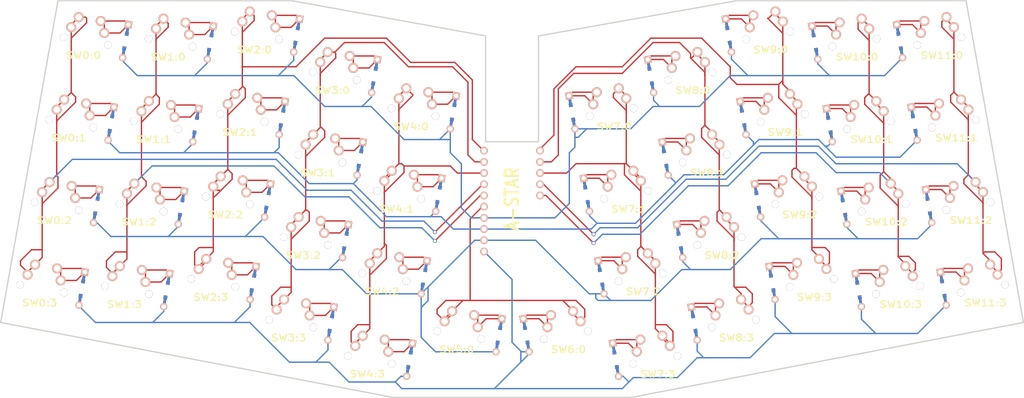
<source format=kicad_pcb>
(kicad_pcb (version 3) (host pcbnew "(2014-02-26 BZR 4721)-product")
  (title_block (date "16 oct 2014"))
  (layers (15 Front signal) (0 Back signal) (18 B.Paste user) (19 F.Paste user) (20 B.SilkS user) (21 F.SilkS user) (22 B.Mask user) (23 F.Mask user) (28 Edge.Cuts user))
  (net 0 "")
  (net 1 N-row-0)
  (net 2 N-row-1)
  (net 3 N-row-2)
  (net 4 N-row-3)
  (net 5 N-col-0)
  (net 6 N-col-1)
  (net 7 N-col-2)
  (net 8 N-col-3)
  (net 9 N-col-4)
  (net 10 N-col-5)
  (net 11 N-col-6)
  (net 12 N-col-7)
  (net 13 N-col-8)
  (net 14 N-col-9)
  (net 15 N-col-10)
  (net 16 N-diode-0)
  (net 17 N-diode-1)
  (net 18 N-diode-2)
  (net 19 N-diode-3)
  (net 20 N-diode-4)
  (net 21 N-diode-5)
  (net 22 N-diode-6)
  (net 23 N-diode-7)
  (net 24 N-diode-8)
  (net 25 N-diode-9)
  (net 26 N-diode-10)
  (net 27 N-diode-11)
  (net 28 N-diode-12)
  (net 29 N-diode-13)
  (net 30 N-diode-14)
  (net 31 N-diode-15)
  (net 32 N-diode-16)
  (net 33 N-diode-17)
  (net 34 N-diode-18)
  (net 35 N-diode-19)
  (net 36 N-diode-20)
  (net 37 N-diode-21)
  (net 38 N-diode-22)
  (net 39 N-diode-23)
  (net 40 N-diode-24)
  (net 41 N-diode-25)
  (net 42 N-diode-26)
  (net 43 N-diode-27)
  (net 44 N-diode-28)
  (net 45 N-diode-29)
  (net 46 N-diode-30)
  (net 47 N-diode-31)
  (net 48 N-diode-32)
  (net 49 N-diode-33)
  (net 50 N-diode-34)
  (net 51 N-diode-35)
  (net 52 N-diode-36)
  (net 53 N-diode-37)
  (net 54 N-diode-38)
  (net 55 N-diode-39)
  (net 56 N-diode-40)
  (net 57 N-diode-41)
  (module A_STAR (layer Front) (at 134 70 270)
    (fp_text value A-STAR (at -3 0 270) (layer F.SilkS) (effects (font (size 3.048 2.54) (thickness 0.4572))))
    (pad B5 thru_hole circle (at -13.97 6.35 270) (size 1.7526 1.7526) (drill 1.0922) (layers *.Cu *.SilkS *.Mask) (net 7 N-col-2))
    (pad B4 thru_hole circle (at -11.43 6.35 270) (size 1.7526 1.7526) (drill 1.0922) (layers *.Cu *.SilkS *.Mask) (net 8 N-col-3))
    (pad E6 thru_hole circle (at -8.89 6.35 270) (size 1.7526 1.7526) (drill 1.0922) (layers *.Cu *.SilkS *.Mask) (net 9 N-col-4))
    (pad D7 thru_hole circle (at -6.35 6.35 270) (size 1.7526 1.7526) (drill 1.0922) (layers *.Cu *.SilkS *.Mask) (net 5 N-col-0))
    (pad C6 thru_hole circle (at -3.81 6.35 270) (size 1.7526 1.7526) (drill 1.0922) (layers *.Cu *.SilkS *.Mask) (net 6 N-col-1))
    (pad D4 thru_hole circle (at -1.27 6.35 270) (size 1.7526 1.7526) (drill 1.0922) (layers *.Cu *.SilkS *.Mask) (net 10 N-col-5))
    (pad D0 thru_hole circle (at 1.27 6.35 270) (size 1.7526 1.7526) (drill 1.0922) (layers *.Cu *.SilkS *.Mask) (net 1 N-row-0))
    (pad D1 thru_hole circle (at 3.81 6.35 270) (size 1.7526 1.7526) (drill 1.0922) (layers *.Cu *.SilkS *.Mask) (net 2 N-row-1))
    (pad D3 thru_hole circle (at 6.35 6.35 270) (size 1.7526 1.7526) (drill 1.0922) (layers *.Cu *.SilkS *.Mask) (net 3 N-row-2))
    (pad D2 thru_hole circle (at 8.89 6.35 270) (size 1.7526 1.7526) (drill 1.0922) (layers *.Cu *.SilkS *.Mask) (net 4 N-row-3))
    (pad F7 thru_hole circle (at -13.97 -6.35 270) (size 1.7526 1.7526) (drill 1.0922) (layers *.Cu *.SilkS *.Mask) (net 13 N-col-8))
    (pad F6 thru_hole circle (at -11.43 -6.35 270) (size 1.7526 1.7526) (drill 1.0922) (layers *.Cu *.SilkS *.Mask) (net 12 N-col-7))
    (pad B6 thru_hole circle (at -8.89 -6.35 270) (size 1.7526 1.7526) (drill 1.0922) (layers *.Cu *.SilkS *.Mask) (net 11 N-col-6))
    (pad B7 thru_hole circle (at -6.35 -6.35 270) (size 1.7526 1.7526) (drill 1.0922) (layers *.Cu *.SilkS *.Mask) (net 15 N-col-10))
    (pad D6 thru_hole circle (at -3.81 -6.35 270) (size 1.7526 1.7526) (drill 1.0922) (layers *.Cu *.SilkS *.Mask) (net 14 N-col-9))
  )
  (gr_line (start 31 22) (end 84 22) (angle 90) (layer Edge.Cuts) (width 0.3))
  (gr_line (start 84 22) (end 128 30) (angle 90) (layer Edge.Cuts) (width 0.3))
  (gr_line (start 128 30) (end 128 54) (angle 90) (layer Edge.Cuts) (width 0.3))
  (gr_line (start 128 54) (end 140 54) (angle 90) (layer Edge.Cuts) (width 0.3))
  (gr_line (start 140 54) (end 140 30) (angle 90) (layer Edge.Cuts) (width 0.3))
  (gr_line (start 140 30) (end 185 22) (angle 90) (layer Edge.Cuts) (width 0.3))
  (gr_line (start 185 22) (end 237 22) (angle 90) (layer Edge.Cuts) (width 0.3))
  (gr_line (start 237 22) (end 250 95) (angle 90) (layer Edge.Cuts) (width 0.3))
  (gr_line (start 250 95) (end 161 112) (angle 90) (layer Edge.Cuts) (width 0.3))
  (gr_line (start 161 112) (end 107 112) (angle 90) (layer Edge.Cuts) (width 0.3))
  (gr_line (start 107 112) (end 18 95) (angle 90) (layer Edge.Cuts) (width 0.3))
  (gr_line (start 18 95) (end 31 22) (angle 90) (layer Edge.Cuts) (width 0.3))
  (module MX_FLIP (layer Front) (at 37.32216188589651 31.17777739976934 -10)
    (fp_text reference "SW0:0" (at 0 3.302) (layer F.SilkS) (effects (font (size 1.524 1.778) (thickness 0.254))))
    (pad 0 np_thru_hole circle (at 0 0) (size 3.9878 3.9878) (drill 3.9878) (layers *.Cu))
    (pad 0 thru_hole circle (at -5.08 0) (size 1.7018 1.7018) (drill 1.7018) (layers *.Cu))
    (pad 0 thru_hole circle (at 5.08 0) (size 1.7018 1.7018) (drill 1.7018) (layers *.Cu))
    (pad 1 thru_hole circle (at 2.54 -5.08) (size 2.286 2.286) (drill 1.4986) (layers *.Cu *.SilkS *.Mask) (net 16 N-diode-0))
    (pad 1 thru_hole circle (at 3.81 -2.54) (size 2.286 2.286) (drill 1.4986) (layers *.Cu *.SilkS *.Mask) (net 16 N-diode-0))
    (pad 2 thru_hole circle (at -2.54 -5.08) (size 2.286 2.286) (drill 1.4986) (layers *.Cu *.SilkS *.Mask) (net 5 N-col-0))
    (pad 2 thru_hole circle (at -3.81 -2.54) (size 2.286 2.286) (drill 1.4986) (layers *.Cu *.SilkS *.Mask) (net 5 N-col-0))
  )
  (module DIODE (layer Front) (at 46.32216188589651 31.17777739976934 80)
    (fp_text reference D2:2 hide)
    (fp_line (start -3.81 0) (end -1.6637 0) (layer Back) (width 0.6096))
    (fp_line (start 1.6637 0) (end 3.81 0) (layer Back) (width 0.6096))
    (fp_line (start -3.81 0) (end -1.6637 0) (layer Front) (width 0.6096))
    (fp_line (start 1.6637 0) (end 3.81 0) (layer Front) (width 0.6096))
    (pad 1 thru_hole circle (at -3.81 0 180) (size 1.651 1.651) (drill 0.9906) (layers *.Cu *.SilkS *.Mask) (net 1 N-row-0))
    (pad 2 thru_hole rect (at 3.81 0 -10) (size 1.651 1.651) (drill 0.9906) (layers *.Cu *.SilkS *.Mask) (net 16 N-diode-0))
    (pad 99 smd rect (at -1.6637 0 -10) (size 0.8382 0.8382) (layers Front F.Paste F.Mask))
    (pad 99 smd rect (at -1.6637 0 -10) (size 0.8382 0.8382) (layers Back B.Paste B.Mask))
    (pad 99 smd rect (at 1.6637 0 -10) (size 0.8382 0.8382) (layers Front F.Paste F.Mask))
    (pad 99 smd rect (at 1.6637 0 -10) (size 0.8382 0.8382) (layers Back B.Paste B.Mask))
  )
  (module MX_FLIP (layer Front) (at 34.02284651022484 49.88912470700129 -10)
    (fp_text reference "SW0:1" (at 0 3.302) (layer F.SilkS) (effects (font (size 1.524 1.778) (thickness 0.254))))
    (pad 0 np_thru_hole circle (at 0 0) (size 3.9878 3.9878) (drill 3.9878) (layers *.Cu))
    (pad 0 thru_hole circle (at -5.08 0) (size 1.7018 1.7018) (drill 1.7018) (layers *.Cu))
    (pad 0 thru_hole circle (at 5.08 0) (size 1.7018 1.7018) (drill 1.7018) (layers *.Cu))
    (pad 1 thru_hole circle (at 2.54 -5.08) (size 2.286 2.286) (drill 1.4986) (layers *.Cu *.SilkS *.Mask) (net 17 N-diode-1))
    (pad 1 thru_hole circle (at 3.81 -2.54) (size 2.286 2.286) (drill 1.4986) (layers *.Cu *.SilkS *.Mask) (net 17 N-diode-1))
    (pad 2 thru_hole circle (at -2.54 -5.08) (size 2.286 2.286) (drill 1.4986) (layers *.Cu *.SilkS *.Mask) (net 5 N-col-0))
    (pad 2 thru_hole circle (at -3.81 -2.54) (size 2.286 2.286) (drill 1.4986) (layers *.Cu *.SilkS *.Mask) (net 5 N-col-0))
  )
  (module DIODE (layer Front) (at 43.02284651022484 49.88912470700129 80)
    (fp_text reference D2:2 hide)
    (fp_line (start -3.81 0) (end -1.6637 0) (layer Back) (width 0.6096))
    (fp_line (start 1.6637 0) (end 3.81 0) (layer Back) (width 0.6096))
    (fp_line (start -3.81 0) (end -1.6637 0) (layer Front) (width 0.6096))
    (fp_line (start 1.6637 0) (end 3.81 0) (layer Front) (width 0.6096))
    (pad 1 thru_hole circle (at -3.81 0 180) (size 1.651 1.651) (drill 0.9906) (layers *.Cu *.SilkS *.Mask) (net 2 N-row-1))
    (pad 2 thru_hole rect (at 3.81 0 -10) (size 1.651 1.651) (drill 0.9906) (layers *.Cu *.SilkS *.Mask) (net 17 N-diode-1))
    (pad 99 smd rect (at -1.6637 0 -10) (size 0.8382 0.8382) (layers Front F.Paste F.Mask))
    (pad 99 smd rect (at -1.6637 0 -10) (size 0.8382 0.8382) (layers Back B.Paste B.Mask))
    (pad 99 smd rect (at 1.6637 0 -10) (size 0.8382 0.8382) (layers Front F.Paste F.Mask))
    (pad 99 smd rect (at 1.6637 0 -10) (size 0.8382 0.8382) (layers Back B.Paste B.Mask))
  )
  (module MX_FLIP (layer Front) (at 30.723531134553163 68.60047201423325 -10)
    (fp_text reference "SW0:2" (at 0 3.302) (layer F.SilkS) (effects (font (size 1.524 1.778) (thickness 0.254))))
    (pad 0 np_thru_hole circle (at 0 0) (size 3.9878 3.9878) (drill 3.9878) (layers *.Cu))
    (pad 0 thru_hole circle (at -5.08 0) (size 1.7018 1.7018) (drill 1.7018) (layers *.Cu))
    (pad 0 thru_hole circle (at 5.08 0) (size 1.7018 1.7018) (drill 1.7018) (layers *.Cu))
    (pad 1 thru_hole circle (at 2.54 -5.08) (size 2.286 2.286) (drill 1.4986) (layers *.Cu *.SilkS *.Mask) (net 18 N-diode-2))
    (pad 1 thru_hole circle (at 3.81 -2.54) (size 2.286 2.286) (drill 1.4986) (layers *.Cu *.SilkS *.Mask) (net 18 N-diode-2))
    (pad 2 thru_hole circle (at -2.54 -5.08) (size 2.286 2.286) (drill 1.4986) (layers *.Cu *.SilkS *.Mask) (net 5 N-col-0))
    (pad 2 thru_hole circle (at -3.81 -2.54) (size 2.286 2.286) (drill 1.4986) (layers *.Cu *.SilkS *.Mask) (net 5 N-col-0))
  )
  (module DIODE (layer Front) (at 39.72353113455316 68.60047201423325 80)
    (fp_text reference D2:2 hide)
    (fp_line (start -3.81 0) (end -1.6637 0) (layer Back) (width 0.6096))
    (fp_line (start 1.6637 0) (end 3.81 0) (layer Back) (width 0.6096))
    (fp_line (start -3.81 0) (end -1.6637 0) (layer Front) (width 0.6096))
    (fp_line (start 1.6637 0) (end 3.81 0) (layer Front) (width 0.6096))
    (pad 1 thru_hole circle (at -3.81 0 180) (size 1.651 1.651) (drill 0.9906) (layers *.Cu *.SilkS *.Mask) (net 3 N-row-2))
    (pad 2 thru_hole rect (at 3.81 0 -10) (size 1.651 1.651) (drill 0.9906) (layers *.Cu *.SilkS *.Mask) (net 18 N-diode-2))
    (pad 99 smd rect (at -1.6637 0 -10) (size 0.8382 0.8382) (layers Front F.Paste F.Mask))
    (pad 99 smd rect (at -1.6637 0 -10) (size 0.8382 0.8382) (layers Back B.Paste B.Mask))
    (pad 99 smd rect (at 1.6637 0 -10) (size 0.8382 0.8382) (layers Front F.Paste F.Mask))
    (pad 99 smd rect (at 1.6637 0 -10) (size 0.8382 0.8382) (layers Back B.Paste B.Mask))
  )
  (module MX_FLIP (layer Front) (at 27.424215758881473 87.3118193214652 -10)
    (fp_text reference "SW0:3" (at 0 3.302) (layer F.SilkS) (effects (font (size 1.524 1.778) (thickness 0.254))))
    (pad 0 np_thru_hole circle (at 0 0) (size 3.9878 3.9878) (drill 3.9878) (layers *.Cu))
    (pad 0 thru_hole circle (at -5.08 0) (size 1.7018 1.7018) (drill 1.7018) (layers *.Cu))
    (pad 0 thru_hole circle (at 5.08 0) (size 1.7018 1.7018) (drill 1.7018) (layers *.Cu))
    (pad 1 thru_hole circle (at 2.54 -5.08) (size 2.286 2.286) (drill 1.4986) (layers *.Cu *.SilkS *.Mask) (net 19 N-diode-3))
    (pad 1 thru_hole circle (at 3.81 -2.54) (size 2.286 2.286) (drill 1.4986) (layers *.Cu *.SilkS *.Mask) (net 19 N-diode-3))
    (pad 2 thru_hole circle (at -2.54 -5.08) (size 2.286 2.286) (drill 1.4986) (layers *.Cu *.SilkS *.Mask) (net 5 N-col-0))
    (pad 2 thru_hole circle (at -3.81 -2.54) (size 2.286 2.286) (drill 1.4986) (layers *.Cu *.SilkS *.Mask) (net 5 N-col-0))
  )
  (module DIODE (layer Front) (at 36.42421575888147 87.3118193214652 80)
    (fp_text reference D2:2 hide)
    (fp_line (start -3.81 0) (end -1.6637 0) (layer Back) (width 0.6096))
    (fp_line (start 1.6637 0) (end 3.81 0) (layer Back) (width 0.6096))
    (fp_line (start -3.81 0) (end -1.6637 0) (layer Front) (width 0.6096))
    (fp_line (start 1.6637 0) (end 3.81 0) (layer Front) (width 0.6096))
    (pad 1 thru_hole circle (at -3.81 0 180) (size 1.651 1.651) (drill 0.9906) (layers *.Cu *.SilkS *.Mask) (net 4 N-row-3))
    (pad 2 thru_hole rect (at 3.81 0 -10) (size 1.651 1.651) (drill 0.9906) (layers *.Cu *.SilkS *.Mask) (net 19 N-diode-3))
    (pad 99 smd rect (at -1.6637 0 -10) (size 0.8382 0.8382) (layers Front F.Paste F.Mask))
    (pad 99 smd rect (at -1.6637 0 -10) (size 0.8382 0.8382) (layers Back B.Paste B.Mask))
    (pad 99 smd rect (at 1.6637 0 -10) (size 0.8382 0.8382) (layers Front F.Paste F.Mask))
    (pad 99 smd rect (at 1.6637 0 -10) (size 0.8382 0.8382) (layers Back B.Paste B.Mask))
  )
  (module MX_FLIP (layer Front) (at 56.55445372612925 31.52266951640439 -10)
    (fp_text reference "SW1:0" (at 0 3.302) (layer F.SilkS) (effects (font (size 1.524 1.778) (thickness 0.254))))
    (pad 0 np_thru_hole circle (at 0 0) (size 3.9878 3.9878) (drill 3.9878) (layers *.Cu))
    (pad 0 thru_hole circle (at -5.08 0) (size 1.7018 1.7018) (drill 1.7018) (layers *.Cu))
    (pad 0 thru_hole circle (at 5.08 0) (size 1.7018 1.7018) (drill 1.7018) (layers *.Cu))
    (pad 1 thru_hole circle (at 2.54 -5.08) (size 2.286 2.286) (drill 1.4986) (layers *.Cu *.SilkS *.Mask) (net 20 N-diode-4))
    (pad 1 thru_hole circle (at 3.81 -2.54) (size 2.286 2.286) (drill 1.4986) (layers *.Cu *.SilkS *.Mask) (net 20 N-diode-4))
    (pad 2 thru_hole circle (at -2.54 -5.08) (size 2.286 2.286) (drill 1.4986) (layers *.Cu *.SilkS *.Mask) (net 6 N-col-1))
    (pad 2 thru_hole circle (at -3.81 -2.54) (size 2.286 2.286) (drill 1.4986) (layers *.Cu *.SilkS *.Mask) (net 6 N-col-1))
  )
  (module DIODE (layer Front) (at 65.55445372612925 31.52266951640439 80)
    (fp_text reference D2:2 hide)
    (fp_line (start -3.81 0) (end -1.6637 0) (layer Back) (width 0.6096))
    (fp_line (start 1.6637 0) (end 3.81 0) (layer Back) (width 0.6096))
    (fp_line (start -3.81 0) (end -1.6637 0) (layer Front) (width 0.6096))
    (fp_line (start 1.6637 0) (end 3.81 0) (layer Front) (width 0.6096))
    (pad 1 thru_hole circle (at -3.81 0 180) (size 1.651 1.651) (drill 0.9906) (layers *.Cu *.SilkS *.Mask) (net 1 N-row-0))
    (pad 2 thru_hole rect (at 3.81 0 -10) (size 1.651 1.651) (drill 0.9906) (layers *.Cu *.SilkS *.Mask) (net 20 N-diode-4))
    (pad 99 smd rect (at -1.6637 0 -10) (size 0.8382 0.8382) (layers Front F.Paste F.Mask))
    (pad 99 smd rect (at -1.6637 0 -10) (size 0.8382 0.8382) (layers Back B.Paste B.Mask))
    (pad 99 smd rect (at 1.6637 0 -10) (size 0.8382 0.8382) (layers Front F.Paste F.Mask))
    (pad 99 smd rect (at 1.6637 0 -10) (size 0.8382 0.8382) (layers Back B.Paste B.Mask))
  )
  (module MX_FLIP (layer Front) (at 53.25513835045758 50.23401682363635 -10)
    (fp_text reference "SW1:1" (at 0 3.302) (layer F.SilkS) (effects (font (size 1.524 1.778) (thickness 0.254))))
    (pad 0 np_thru_hole circle (at 0 0) (size 3.9878 3.9878) (drill 3.9878) (layers *.Cu))
    (pad 0 thru_hole circle (at -5.08 0) (size 1.7018 1.7018) (drill 1.7018) (layers *.Cu))
    (pad 0 thru_hole circle (at 5.08 0) (size 1.7018 1.7018) (drill 1.7018) (layers *.Cu))
    (pad 1 thru_hole circle (at 2.54 -5.08) (size 2.286 2.286) (drill 1.4986) (layers *.Cu *.SilkS *.Mask) (net 21 N-diode-5))
    (pad 1 thru_hole circle (at 3.81 -2.54) (size 2.286 2.286) (drill 1.4986) (layers *.Cu *.SilkS *.Mask) (net 21 N-diode-5))
    (pad 2 thru_hole circle (at -2.54 -5.08) (size 2.286 2.286) (drill 1.4986) (layers *.Cu *.SilkS *.Mask) (net 6 N-col-1))
    (pad 2 thru_hole circle (at -3.81 -2.54) (size 2.286 2.286) (drill 1.4986) (layers *.Cu *.SilkS *.Mask) (net 6 N-col-1))
  )
  (module DIODE (layer Front) (at 62.25513835045758 50.23401682363635 80)
    (fp_text reference D2:2 hide)
    (fp_line (start -3.81 0) (end -1.6637 0) (layer Back) (width 0.6096))
    (fp_line (start 1.6637 0) (end 3.81 0) (layer Back) (width 0.6096))
    (fp_line (start -3.81 0) (end -1.6637 0) (layer Front) (width 0.6096))
    (fp_line (start 1.6637 0) (end 3.81 0) (layer Front) (width 0.6096))
    (pad 1 thru_hole circle (at -3.81 0 180) (size 1.651 1.651) (drill 0.9906) (layers *.Cu *.SilkS *.Mask) (net 2 N-row-1))
    (pad 2 thru_hole rect (at 3.81 0 -10) (size 1.651 1.651) (drill 0.9906) (layers *.Cu *.SilkS *.Mask) (net 21 N-diode-5))
    (pad 99 smd rect (at -1.6637 0 -10) (size 0.8382 0.8382) (layers Front F.Paste F.Mask))
    (pad 99 smd rect (at -1.6637 0 -10) (size 0.8382 0.8382) (layers Back B.Paste B.Mask))
    (pad 99 smd rect (at 1.6637 0 -10) (size 0.8382 0.8382) (layers Front F.Paste F.Mask))
    (pad 99 smd rect (at 1.6637 0 -10) (size 0.8382 0.8382) (layers Back B.Paste B.Mask))
  )
  (module MX_FLIP (layer Front) (at 49.9558229747859 68.9453641308683 -10)
    (fp_text reference "SW1:2" (at 0 3.302) (layer F.SilkS) (effects (font (size 1.524 1.778) (thickness 0.254))))
    (pad 0 np_thru_hole circle (at 0 0) (size 3.9878 3.9878) (drill 3.9878) (layers *.Cu))
    (pad 0 thru_hole circle (at -5.08 0) (size 1.7018 1.7018) (drill 1.7018) (layers *.Cu))
    (pad 0 thru_hole circle (at 5.08 0) (size 1.7018 1.7018) (drill 1.7018) (layers *.Cu))
    (pad 1 thru_hole circle (at 2.54 -5.08) (size 2.286 2.286) (drill 1.4986) (layers *.Cu *.SilkS *.Mask) (net 22 N-diode-6))
    (pad 1 thru_hole circle (at 3.81 -2.54) (size 2.286 2.286) (drill 1.4986) (layers *.Cu *.SilkS *.Mask) (net 22 N-diode-6))
    (pad 2 thru_hole circle (at -2.54 -5.08) (size 2.286 2.286) (drill 1.4986) (layers *.Cu *.SilkS *.Mask) (net 6 N-col-1))
    (pad 2 thru_hole circle (at -3.81 -2.54) (size 2.286 2.286) (drill 1.4986) (layers *.Cu *.SilkS *.Mask) (net 6 N-col-1))
  )
  (module DIODE (layer Front) (at 58.9558229747859 68.9453641308683 80)
    (fp_text reference D2:2 hide)
    (fp_line (start -3.81 0) (end -1.6637 0) (layer Back) (width 0.6096))
    (fp_line (start 1.6637 0) (end 3.81 0) (layer Back) (width 0.6096))
    (fp_line (start -3.81 0) (end -1.6637 0) (layer Front) (width 0.6096))
    (fp_line (start 1.6637 0) (end 3.81 0) (layer Front) (width 0.6096))
    (pad 1 thru_hole circle (at -3.81 0 180) (size 1.651 1.651) (drill 0.9906) (layers *.Cu *.SilkS *.Mask) (net 3 N-row-2))
    (pad 2 thru_hole rect (at 3.81 0 -10) (size 1.651 1.651) (drill 0.9906) (layers *.Cu *.SilkS *.Mask) (net 22 N-diode-6))
    (pad 99 smd rect (at -1.6637 0 -10) (size 0.8382 0.8382) (layers Front F.Paste F.Mask))
    (pad 99 smd rect (at -1.6637 0 -10) (size 0.8382 0.8382) (layers Back B.Paste B.Mask))
    (pad 99 smd rect (at 1.6637 0 -10) (size 0.8382 0.8382) (layers Front F.Paste F.Mask))
    (pad 99 smd rect (at 1.6637 0 -10) (size 0.8382 0.8382) (layers Back B.Paste B.Mask))
  )
  (module MX_FLIP (layer Front) (at 46.65650759911422 87.65671143810026 -10)
    (fp_text reference "SW1:3" (at 0 3.302) (layer F.SilkS) (effects (font (size 1.524 1.778) (thickness 0.254))))
    (pad 0 np_thru_hole circle (at 0 0) (size 3.9878 3.9878) (drill 3.9878) (layers *.Cu))
    (pad 0 thru_hole circle (at -5.08 0) (size 1.7018 1.7018) (drill 1.7018) (layers *.Cu))
    (pad 0 thru_hole circle (at 5.08 0) (size 1.7018 1.7018) (drill 1.7018) (layers *.Cu))
    (pad 1 thru_hole circle (at 2.54 -5.08) (size 2.286 2.286) (drill 1.4986) (layers *.Cu *.SilkS *.Mask) (net 23 N-diode-7))
    (pad 1 thru_hole circle (at 3.81 -2.54) (size 2.286 2.286) (drill 1.4986) (layers *.Cu *.SilkS *.Mask) (net 23 N-diode-7))
    (pad 2 thru_hole circle (at -2.54 -5.08) (size 2.286 2.286) (drill 1.4986) (layers *.Cu *.SilkS *.Mask) (net 6 N-col-1))
    (pad 2 thru_hole circle (at -3.81 -2.54) (size 2.286 2.286) (drill 1.4986) (layers *.Cu *.SilkS *.Mask) (net 6 N-col-1))
  )
  (module DIODE (layer Front) (at 55.65650759911422 87.65671143810026 80)
    (fp_text reference D2:2 hide)
    (fp_line (start -3.81 0) (end -1.6637 0) (layer Back) (width 0.6096))
    (fp_line (start 1.6637 0) (end 3.81 0) (layer Back) (width 0.6096))
    (fp_line (start -3.81 0) (end -1.6637 0) (layer Front) (width 0.6096))
    (fp_line (start 1.6637 0) (end 3.81 0) (layer Front) (width 0.6096))
    (pad 1 thru_hole circle (at -3.81 0 180) (size 1.651 1.651) (drill 0.9906) (layers *.Cu *.SilkS *.Mask) (net 4 N-row-3))
    (pad 2 thru_hole rect (at 3.81 0 -10) (size 1.651 1.651) (drill 0.9906) (layers *.Cu *.SilkS *.Mask) (net 23 N-diode-7))
    (pad 99 smd rect (at -1.6637 0 -10) (size 0.8382 0.8382) (layers Front F.Paste F.Mask))
    (pad 99 smd rect (at -1.6637 0 -10) (size 0.8382 0.8382) (layers Back B.Paste B.Mask))
    (pad 99 smd rect (at 1.6637 0 -10) (size 0.8382 0.8382) (layers Front F.Paste F.Mask))
    (pad 99 smd rect (at 1.6637 0 -10) (size 0.8382 0.8382) (layers Back B.Paste B.Mask))
  )
  (module MX_FLIP (layer Front) (at 76.13404192169585 29.89794612701503 -10)
    (fp_text reference "SW2:0" (at 0 3.302) (layer F.SilkS) (effects (font (size 1.524 1.778) (thickness 0.254))))
    (pad 0 np_thru_hole circle (at 0 0) (size 3.9878 3.9878) (drill 3.9878) (layers *.Cu))
    (pad 0 thru_hole circle (at -5.08 0) (size 1.7018 1.7018) (drill 1.7018) (layers *.Cu))
    (pad 0 thru_hole circle (at 5.08 0) (size 1.7018 1.7018) (drill 1.7018) (layers *.Cu))
    (pad 1 thru_hole circle (at 2.54 -5.08) (size 2.286 2.286) (drill 1.4986) (layers *.Cu *.SilkS *.Mask) (net 24 N-diode-8))
    (pad 1 thru_hole circle (at 3.81 -2.54) (size 2.286 2.286) (drill 1.4986) (layers *.Cu *.SilkS *.Mask) (net 24 N-diode-8))
    (pad 2 thru_hole circle (at -2.54 -5.08) (size 2.286 2.286) (drill 1.4986) (layers *.Cu *.SilkS *.Mask) (net 7 N-col-2))
    (pad 2 thru_hole circle (at -3.81 -2.54) (size 2.286 2.286) (drill 1.4986) (layers *.Cu *.SilkS *.Mask) (net 7 N-col-2))
  )
  (module DIODE (layer Front) (at 85.13404192169585 29.89794612701503 80)
    (fp_text reference D2:2 hide)
    (fp_line (start -3.81 0) (end -1.6637 0) (layer Back) (width 0.6096))
    (fp_line (start 1.6637 0) (end 3.81 0) (layer Back) (width 0.6096))
    (fp_line (start -3.81 0) (end -1.6637 0) (layer Front) (width 0.6096))
    (fp_line (start 1.6637 0) (end 3.81 0) (layer Front) (width 0.6096))
    (pad 1 thru_hole circle (at -3.81 0 180) (size 1.651 1.651) (drill 0.9906) (layers *.Cu *.SilkS *.Mask) (net 1 N-row-0))
    (pad 2 thru_hole rect (at 3.81 0 -10) (size 1.651 1.651) (drill 0.9906) (layers *.Cu *.SilkS *.Mask) (net 24 N-diode-8))
    (pad 99 smd rect (at -1.6637 0 -10) (size 0.8382 0.8382) (layers Front F.Paste F.Mask))
    (pad 99 smd rect (at -1.6637 0 -10) (size 0.8382 0.8382) (layers Back B.Paste B.Mask))
    (pad 99 smd rect (at 1.6637 0 -10) (size 0.8382 0.8382) (layers Front F.Paste F.Mask))
    (pad 99 smd rect (at 1.6637 0 -10) (size 0.8382 0.8382) (layers Back B.Paste B.Mask))
  )
  (module MX_FLIP (layer Front) (at 72.83472654602419 48.60929343424698 -10)
    (fp_text reference "SW2:1" (at 0 3.302) (layer F.SilkS) (effects (font (size 1.524 1.778) (thickness 0.254))))
    (pad 0 np_thru_hole circle (at 0 0) (size 3.9878 3.9878) (drill 3.9878) (layers *.Cu))
    (pad 0 thru_hole circle (at -5.08 0) (size 1.7018 1.7018) (drill 1.7018) (layers *.Cu))
    (pad 0 thru_hole circle (at 5.08 0) (size 1.7018 1.7018) (drill 1.7018) (layers *.Cu))
    (pad 1 thru_hole circle (at 2.54 -5.08) (size 2.286 2.286) (drill 1.4986) (layers *.Cu *.SilkS *.Mask) (net 25 N-diode-9))
    (pad 1 thru_hole circle (at 3.81 -2.54) (size 2.286 2.286) (drill 1.4986) (layers *.Cu *.SilkS *.Mask) (net 25 N-diode-9))
    (pad 2 thru_hole circle (at -2.54 -5.08) (size 2.286 2.286) (drill 1.4986) (layers *.Cu *.SilkS *.Mask) (net 7 N-col-2))
    (pad 2 thru_hole circle (at -3.81 -2.54) (size 2.286 2.286) (drill 1.4986) (layers *.Cu *.SilkS *.Mask) (net 7 N-col-2))
  )
  (module DIODE (layer Front) (at 81.83472654602419 48.60929343424698 80)
    (fp_text reference D2:2 hide)
    (fp_line (start -3.81 0) (end -1.6637 0) (layer Back) (width 0.6096))
    (fp_line (start 1.6637 0) (end 3.81 0) (layer Back) (width 0.6096))
    (fp_line (start -3.81 0) (end -1.6637 0) (layer Front) (width 0.6096))
    (fp_line (start 1.6637 0) (end 3.81 0) (layer Front) (width 0.6096))
    (pad 1 thru_hole circle (at -3.81 0 180) (size 1.651 1.651) (drill 0.9906) (layers *.Cu *.SilkS *.Mask) (net 2 N-row-1))
    (pad 2 thru_hole rect (at 3.81 0 -10) (size 1.651 1.651) (drill 0.9906) (layers *.Cu *.SilkS *.Mask) (net 25 N-diode-9))
    (pad 99 smd rect (at -1.6637 0 -10) (size 0.8382 0.8382) (layers Front F.Paste F.Mask))
    (pad 99 smd rect (at -1.6637 0 -10) (size 0.8382 0.8382) (layers Back B.Paste B.Mask))
    (pad 99 smd rect (at 1.6637 0 -10) (size 0.8382 0.8382) (layers Front F.Paste F.Mask))
    (pad 99 smd rect (at 1.6637 0 -10) (size 0.8382 0.8382) (layers Back B.Paste B.Mask))
  )
  (module MX_FLIP (layer Front) (at 69.53541117035252 67.32064074147894 -10)
    (fp_text reference "SW2:2" (at 0 3.302) (layer F.SilkS) (effects (font (size 1.524 1.778) (thickness 0.254))))
    (pad 0 np_thru_hole circle (at 0 0) (size 3.9878 3.9878) (drill 3.9878) (layers *.Cu))
    (pad 0 thru_hole circle (at -5.08 0) (size 1.7018 1.7018) (drill 1.7018) (layers *.Cu))
    (pad 0 thru_hole circle (at 5.08 0) (size 1.7018 1.7018) (drill 1.7018) (layers *.Cu))
    (pad 1 thru_hole circle (at 2.54 -5.08) (size 2.286 2.286) (drill 1.4986) (layers *.Cu *.SilkS *.Mask) (net 26 N-diode-10))
    (pad 1 thru_hole circle (at 3.81 -2.54) (size 2.286 2.286) (drill 1.4986) (layers *.Cu *.SilkS *.Mask) (net 26 N-diode-10))
    (pad 2 thru_hole circle (at -2.54 -5.08) (size 2.286 2.286) (drill 1.4986) (layers *.Cu *.SilkS *.Mask) (net 7 N-col-2))
    (pad 2 thru_hole circle (at -3.81 -2.54) (size 2.286 2.286) (drill 1.4986) (layers *.Cu *.SilkS *.Mask) (net 7 N-col-2))
  )
  (module DIODE (layer Front) (at 78.53541117035252 67.32064074147894 80)
    (fp_text reference D2:2 hide)
    (fp_line (start -3.81 0) (end -1.6637 0) (layer Back) (width 0.6096))
    (fp_line (start 1.6637 0) (end 3.81 0) (layer Back) (width 0.6096))
    (fp_line (start -3.81 0) (end -1.6637 0) (layer Front) (width 0.6096))
    (fp_line (start 1.6637 0) (end 3.81 0) (layer Front) (width 0.6096))
    (pad 1 thru_hole circle (at -3.81 0 180) (size 1.651 1.651) (drill 0.9906) (layers *.Cu *.SilkS *.Mask) (net 3 N-row-2))
    (pad 2 thru_hole rect (at 3.81 0 -10) (size 1.651 1.651) (drill 0.9906) (layers *.Cu *.SilkS *.Mask) (net 26 N-diode-10))
    (pad 99 smd rect (at -1.6637 0 -10) (size 0.8382 0.8382) (layers Front F.Paste F.Mask))
    (pad 99 smd rect (at -1.6637 0 -10) (size 0.8382 0.8382) (layers Back B.Paste B.Mask))
    (pad 99 smd rect (at 1.6637 0 -10) (size 0.8382 0.8382) (layers Front F.Paste F.Mask))
    (pad 99 smd rect (at 1.6637 0 -10) (size 0.8382 0.8382) (layers Back B.Paste B.Mask))
  )
  (module MX_FLIP (layer Front) (at 66.23609579468084 86.03198804871089 -10)
    (fp_text reference "SW2:3" (at 0 3.302) (layer F.SilkS) (effects (font (size 1.524 1.778) (thickness 0.254))))
    (pad 0 np_thru_hole circle (at 0 0) (size 3.9878 3.9878) (drill 3.9878) (layers *.Cu))
    (pad 0 thru_hole circle (at -5.08 0) (size 1.7018 1.7018) (drill 1.7018) (layers *.Cu))
    (pad 0 thru_hole circle (at 5.08 0) (size 1.7018 1.7018) (drill 1.7018) (layers *.Cu))
    (pad 1 thru_hole circle (at 2.54 -5.08) (size 2.286 2.286) (drill 1.4986) (layers *.Cu *.SilkS *.Mask) (net 27 N-diode-11))
    (pad 1 thru_hole circle (at 3.81 -2.54) (size 2.286 2.286) (drill 1.4986) (layers *.Cu *.SilkS *.Mask) (net 27 N-diode-11))
    (pad 2 thru_hole circle (at -2.54 -5.08) (size 2.286 2.286) (drill 1.4986) (layers *.Cu *.SilkS *.Mask) (net 7 N-col-2))
    (pad 2 thru_hole circle (at -3.81 -2.54) (size 2.286 2.286) (drill 1.4986) (layers *.Cu *.SilkS *.Mask) (net 7 N-col-2))
  )
  (module DIODE (layer Front) (at 75.23609579468084 86.03198804871089 80)
    (fp_text reference D2:2 hide)
    (fp_line (start -3.81 0) (end -1.6637 0) (layer Back) (width 0.6096))
    (fp_line (start 1.6637 0) (end 3.81 0) (layer Back) (width 0.6096))
    (fp_line (start -3.81 0) (end -1.6637 0) (layer Front) (width 0.6096))
    (fp_line (start 1.6637 0) (end 3.81 0) (layer Front) (width 0.6096))
    (pad 1 thru_hole circle (at -3.81 0 180) (size 1.651 1.651) (drill 0.9906) (layers *.Cu *.SilkS *.Mask) (net 4 N-row-3))
    (pad 2 thru_hole rect (at 3.81 0 -10) (size 1.651 1.651) (drill 0.9906) (layers *.Cu *.SilkS *.Mask) (net 27 N-diode-11))
    (pad 99 smd rect (at -1.6637 0 -10) (size 0.8382 0.8382) (layers Front F.Paste F.Mask))
    (pad 99 smd rect (at -1.6637 0 -10) (size 0.8382 0.8382) (layers Back B.Paste B.Mask))
    (pad 99 smd rect (at 1.6637 0 -10) (size 0.8382 0.8382) (layers Front F.Paste F.Mask))
    (pad 99 smd rect (at 1.6637 0 -10) (size 0.8382 0.8382) (layers Back B.Paste B.Mask))
  )
  (module MX_FLIP (layer Front) (at 93.80350016292623 39.106108020759955 -10)
    (fp_text reference "SW3:0" (at 0 3.302) (layer F.SilkS) (effects (font (size 1.524 1.778) (thickness 0.254))))
    (pad 0 np_thru_hole circle (at 0 0) (size 3.9878 3.9878) (drill 3.9878) (layers *.Cu))
    (pad 0 thru_hole circle (at -5.08 0) (size 1.7018 1.7018) (drill 1.7018) (layers *.Cu))
    (pad 0 thru_hole circle (at 5.08 0) (size 1.7018 1.7018) (drill 1.7018) (layers *.Cu))
    (pad 1 thru_hole circle (at 2.54 -5.08) (size 2.286 2.286) (drill 1.4986) (layers *.Cu *.SilkS *.Mask) (net 28 N-diode-12))
    (pad 1 thru_hole circle (at 3.81 -2.54) (size 2.286 2.286) (drill 1.4986) (layers *.Cu *.SilkS *.Mask) (net 28 N-diode-12))
    (pad 2 thru_hole circle (at -2.54 -5.08) (size 2.286 2.286) (drill 1.4986) (layers *.Cu *.SilkS *.Mask) (net 8 N-col-3))
    (pad 2 thru_hole circle (at -3.81 -2.54) (size 2.286 2.286) (drill 1.4986) (layers *.Cu *.SilkS *.Mask) (net 8 N-col-3))
  )
  (module DIODE (layer Front) (at 102.80350016292623 39.106108020759955 80)
    (fp_text reference D2:2 hide)
    (fp_line (start -3.81 0) (end -1.6637 0) (layer Back) (width 0.6096))
    (fp_line (start 1.6637 0) (end 3.81 0) (layer Back) (width 0.6096))
    (fp_line (start -3.81 0) (end -1.6637 0) (layer Front) (width 0.6096))
    (fp_line (start 1.6637 0) (end 3.81 0) (layer Front) (width 0.6096))
    (pad 1 thru_hole circle (at -3.81 0 180) (size 1.651 1.651) (drill 0.9906) (layers *.Cu *.SilkS *.Mask) (net 1 N-row-0))
    (pad 2 thru_hole rect (at 3.81 0 -10) (size 1.651 1.651) (drill 0.9906) (layers *.Cu *.SilkS *.Mask) (net 28 N-diode-12))
    (pad 99 smd rect (at -1.6637 0 -10) (size 0.8382 0.8382) (layers Front F.Paste F.Mask))
    (pad 99 smd rect (at -1.6637 0 -10) (size 0.8382 0.8382) (layers Back B.Paste B.Mask))
    (pad 99 smd rect (at 1.6637 0 -10) (size 0.8382 0.8382) (layers Front F.Paste F.Mask))
    (pad 99 smd rect (at 1.6637 0 -10) (size 0.8382 0.8382) (layers Back B.Paste B.Mask))
  )
  (module MX_FLIP (layer Front) (at 90.50418478725454 57.81745532799191 -10)
    (fp_text reference "SW3:1" (at 0 3.302) (layer F.SilkS) (effects (font (size 1.524 1.778) (thickness 0.254))))
    (pad 0 np_thru_hole circle (at 0 0) (size 3.9878 3.9878) (drill 3.9878) (layers *.Cu))
    (pad 0 thru_hole circle (at -5.08 0) (size 1.7018 1.7018) (drill 1.7018) (layers *.Cu))
    (pad 0 thru_hole circle (at 5.08 0) (size 1.7018 1.7018) (drill 1.7018) (layers *.Cu))
    (pad 1 thru_hole circle (at 2.54 -5.08) (size 2.286 2.286) (drill 1.4986) (layers *.Cu *.SilkS *.Mask) (net 29 N-diode-13))
    (pad 1 thru_hole circle (at 3.81 -2.54) (size 2.286 2.286) (drill 1.4986) (layers *.Cu *.SilkS *.Mask) (net 29 N-diode-13))
    (pad 2 thru_hole circle (at -2.54 -5.08) (size 2.286 2.286) (drill 1.4986) (layers *.Cu *.SilkS *.Mask) (net 8 N-col-3))
    (pad 2 thru_hole circle (at -3.81 -2.54) (size 2.286 2.286) (drill 1.4986) (layers *.Cu *.SilkS *.Mask) (net 8 N-col-3))
  )
  (module DIODE (layer Front) (at 99.50418478725454 57.81745532799191 80)
    (fp_text reference D2:2 hide)
    (fp_line (start -3.81 0) (end -1.6637 0) (layer Back) (width 0.6096))
    (fp_line (start 1.6637 0) (end 3.81 0) (layer Back) (width 0.6096))
    (fp_line (start -3.81 0) (end -1.6637 0) (layer Front) (width 0.6096))
    (fp_line (start 1.6637 0) (end 3.81 0) (layer Front) (width 0.6096))
    (pad 1 thru_hole circle (at -3.81 0 180) (size 1.651 1.651) (drill 0.9906) (layers *.Cu *.SilkS *.Mask) (net 2 N-row-1))
    (pad 2 thru_hole rect (at 3.81 0 -10) (size 1.651 1.651) (drill 0.9906) (layers *.Cu *.SilkS *.Mask) (net 29 N-diode-13))
    (pad 99 smd rect (at -1.6637 0 -10) (size 0.8382 0.8382) (layers Front F.Paste F.Mask))
    (pad 99 smd rect (at -1.6637 0 -10) (size 0.8382 0.8382) (layers Back B.Paste B.Mask))
    (pad 99 smd rect (at 1.6637 0 -10) (size 0.8382 0.8382) (layers Front F.Paste F.Mask))
    (pad 99 smd rect (at 1.6637 0 -10) (size 0.8382 0.8382) (layers Back B.Paste B.Mask))
  )
  (module MX_FLIP (layer Front) (at 87.20486941158288 76.52880263522387 -10)
    (fp_text reference "SW3:2" (at 0 3.302) (layer F.SilkS) (effects (font (size 1.524 1.778) (thickness 0.254))))
    (pad 0 np_thru_hole circle (at 0 0) (size 3.9878 3.9878) (drill 3.9878) (layers *.Cu))
    (pad 0 thru_hole circle (at -5.08 0) (size 1.7018 1.7018) (drill 1.7018) (layers *.Cu))
    (pad 0 thru_hole circle (at 5.08 0) (size 1.7018 1.7018) (drill 1.7018) (layers *.Cu))
    (pad 1 thru_hole circle (at 2.54 -5.08) (size 2.286 2.286) (drill 1.4986) (layers *.Cu *.SilkS *.Mask) (net 30 N-diode-14))
    (pad 1 thru_hole circle (at 3.81 -2.54) (size 2.286 2.286) (drill 1.4986) (layers *.Cu *.SilkS *.Mask) (net 30 N-diode-14))
    (pad 2 thru_hole circle (at -2.54 -5.08) (size 2.286 2.286) (drill 1.4986) (layers *.Cu *.SilkS *.Mask) (net 8 N-col-3))
    (pad 2 thru_hole circle (at -3.81 -2.54) (size 2.286 2.286) (drill 1.4986) (layers *.Cu *.SilkS *.Mask) (net 8 N-col-3))
  )
  (module DIODE (layer Front) (at 96.20486941158288 76.52880263522387 80)
    (fp_text reference D2:2 hide)
    (fp_line (start -3.81 0) (end -1.6637 0) (layer Back) (width 0.6096))
    (fp_line (start 1.6637 0) (end 3.81 0) (layer Back) (width 0.6096))
    (fp_line (start -3.81 0) (end -1.6637 0) (layer Front) (width 0.6096))
    (fp_line (start 1.6637 0) (end 3.81 0) (layer Front) (width 0.6096))
    (pad 1 thru_hole circle (at -3.81 0 180) (size 1.651 1.651) (drill 0.9906) (layers *.Cu *.SilkS *.Mask) (net 3 N-row-2))
    (pad 2 thru_hole rect (at 3.81 0 -10) (size 1.651 1.651) (drill 0.9906) (layers *.Cu *.SilkS *.Mask) (net 30 N-diode-14))
    (pad 99 smd rect (at -1.6637 0 -10) (size 0.8382 0.8382) (layers Front F.Paste F.Mask))
    (pad 99 smd rect (at -1.6637 0 -10) (size 0.8382 0.8382) (layers Back B.Paste B.Mask))
    (pad 99 smd rect (at 1.6637 0 -10) (size 0.8382 0.8382) (layers Front F.Paste F.Mask))
    (pad 99 smd rect (at 1.6637 0 -10) (size 0.8382 0.8382) (layers Back B.Paste B.Mask))
  )
  (module MX_FLIP (layer Front) (at 83.9055540359112 95.24014994245582 -10)
    (fp_text reference "SW3:3" (at 0 3.302) (layer F.SilkS) (effects (font (size 1.524 1.778) (thickness 0.254))))
    (pad 0 np_thru_hole circle (at 0 0) (size 3.9878 3.9878) (drill 3.9878) (layers *.Cu))
    (pad 0 thru_hole circle (at -5.08 0) (size 1.7018 1.7018) (drill 1.7018) (layers *.Cu))
    (pad 0 thru_hole circle (at 5.08 0) (size 1.7018 1.7018) (drill 1.7018) (layers *.Cu))
    (pad 1 thru_hole circle (at 2.54 -5.08) (size 2.286 2.286) (drill 1.4986) (layers *.Cu *.SilkS *.Mask) (net 31 N-diode-15))
    (pad 1 thru_hole circle (at 3.81 -2.54) (size 2.286 2.286) (drill 1.4986) (layers *.Cu *.SilkS *.Mask) (net 31 N-diode-15))
    (pad 2 thru_hole circle (at -2.54 -5.08) (size 2.286 2.286) (drill 1.4986) (layers *.Cu *.SilkS *.Mask) (net 8 N-col-3))
    (pad 2 thru_hole circle (at -3.81 -2.54) (size 2.286 2.286) (drill 1.4986) (layers *.Cu *.SilkS *.Mask) (net 8 N-col-3))
  )
  (module DIODE (layer Front) (at 92.9055540359112 95.24014994245582 80)
    (fp_text reference D2:2 hide)
    (fp_line (start -3.81 0) (end -1.6637 0) (layer Back) (width 0.6096))
    (fp_line (start 1.6637 0) (end 3.81 0) (layer Back) (width 0.6096))
    (fp_line (start -3.81 0) (end -1.6637 0) (layer Front) (width 0.6096))
    (fp_line (start 1.6637 0) (end 3.81 0) (layer Front) (width 0.6096))
    (pad 1 thru_hole circle (at -3.81 0 180) (size 1.651 1.651) (drill 0.9906) (layers *.Cu *.SilkS *.Mask) (net 4 N-row-3))
    (pad 2 thru_hole rect (at 3.81 0 -10) (size 1.651 1.651) (drill 0.9906) (layers *.Cu *.SilkS *.Mask) (net 31 N-diode-15))
    (pad 99 smd rect (at -1.6637 0 -10) (size 0.8382 0.8382) (layers Front F.Paste F.Mask))
    (pad 99 smd rect (at -1.6637 0 -10) (size 0.8382 0.8382) (layers Back B.Paste B.Mask))
    (pad 99 smd rect (at 1.6637 0 -10) (size 0.8382 0.8382) (layers Front F.Paste F.Mask))
    (pad 99 smd rect (at 1.6637 0 -10) (size 0.8382 0.8382) (layers Back B.Paste B.Mask))
  )
  (module MX_FLIP (layer Front) (at 111.64660658182353 47.32946216149267 -10)
    (fp_text reference "SW4:0" (at 0 3.302) (layer F.SilkS) (effects (font (size 1.524 1.778) (thickness 0.254))))
    (pad 0 np_thru_hole circle (at 0 0) (size 3.9878 3.9878) (drill 3.9878) (layers *.Cu))
    (pad 0 thru_hole circle (at -5.08 0) (size 1.7018 1.7018) (drill 1.7018) (layers *.Cu))
    (pad 0 thru_hole circle (at 5.08 0) (size 1.7018 1.7018) (drill 1.7018) (layers *.Cu))
    (pad 1 thru_hole circle (at 2.54 -5.08) (size 2.286 2.286) (drill 1.4986) (layers *.Cu *.SilkS *.Mask) (net 32 N-diode-16))
    (pad 1 thru_hole circle (at 3.81 -2.54) (size 2.286 2.286) (drill 1.4986) (layers *.Cu *.SilkS *.Mask) (net 32 N-diode-16))
    (pad 2 thru_hole circle (at -2.54 -5.08) (size 2.286 2.286) (drill 1.4986) (layers *.Cu *.SilkS *.Mask) (net 9 N-col-4))
    (pad 2 thru_hole circle (at -3.81 -2.54) (size 2.286 2.286) (drill 1.4986) (layers *.Cu *.SilkS *.Mask) (net 9 N-col-4))
  )
  (module DIODE (layer Front) (at 120.64660658182353 47.32946216149267 80)
    (fp_text reference D2:2 hide)
    (fp_line (start -3.81 0) (end -1.6637 0) (layer Back) (width 0.6096))
    (fp_line (start 1.6637 0) (end 3.81 0) (layer Back) (width 0.6096))
    (fp_line (start -3.81 0) (end -1.6637 0) (layer Front) (width 0.6096))
    (fp_line (start 1.6637 0) (end 3.81 0) (layer Front) (width 0.6096))
    (pad 1 thru_hole circle (at -3.81 0 180) (size 1.651 1.651) (drill 0.9906) (layers *.Cu *.SilkS *.Mask) (net 1 N-row-0))
    (pad 2 thru_hole rect (at 3.81 0 -10) (size 1.651 1.651) (drill 0.9906) (layers *.Cu *.SilkS *.Mask) (net 32 N-diode-16))
    (pad 99 smd rect (at -1.6637 0 -10) (size 0.8382 0.8382) (layers Front F.Paste F.Mask))
    (pad 99 smd rect (at -1.6637 0 -10) (size 0.8382 0.8382) (layers Back B.Paste B.Mask))
    (pad 99 smd rect (at 1.6637 0 -10) (size 0.8382 0.8382) (layers Front F.Paste F.Mask))
    (pad 99 smd rect (at 1.6637 0 -10) (size 0.8382 0.8382) (layers Back B.Paste B.Mask))
  )
  (module MX_FLIP (layer Front) (at 108.34729120615185 66.04080946872463 -10)
    (fp_text reference "SW4:1" (at 0 3.302) (layer F.SilkS) (effects (font (size 1.524 1.778) (thickness 0.254))))
    (pad 0 np_thru_hole circle (at 0 0) (size 3.9878 3.9878) (drill 3.9878) (layers *.Cu))
    (pad 0 thru_hole circle (at -5.08 0) (size 1.7018 1.7018) (drill 1.7018) (layers *.Cu))
    (pad 0 thru_hole circle (at 5.08 0) (size 1.7018 1.7018) (drill 1.7018) (layers *.Cu))
    (pad 1 thru_hole circle (at 2.54 -5.08) (size 2.286 2.286) (drill 1.4986) (layers *.Cu *.SilkS *.Mask) (net 33 N-diode-17))
    (pad 1 thru_hole circle (at 3.81 -2.54) (size 2.286 2.286) (drill 1.4986) (layers *.Cu *.SilkS *.Mask) (net 33 N-diode-17))
    (pad 2 thru_hole circle (at -2.54 -5.08) (size 2.286 2.286) (drill 1.4986) (layers *.Cu *.SilkS *.Mask) (net 9 N-col-4))
    (pad 2 thru_hole circle (at -3.81 -2.54) (size 2.286 2.286) (drill 1.4986) (layers *.Cu *.SilkS *.Mask) (net 9 N-col-4))
  )
  (module DIODE (layer Front) (at 117.34729120615185 66.04080946872463 80)
    (fp_text reference D2:2 hide)
    (fp_line (start -3.81 0) (end -1.6637 0) (layer Back) (width 0.6096))
    (fp_line (start 1.6637 0) (end 3.81 0) (layer Back) (width 0.6096))
    (fp_line (start -3.81 0) (end -1.6637 0) (layer Front) (width 0.6096))
    (fp_line (start 1.6637 0) (end 3.81 0) (layer Front) (width 0.6096))
    (pad 1 thru_hole circle (at -3.81 0 180) (size 1.651 1.651) (drill 0.9906) (layers *.Cu *.SilkS *.Mask) (net 2 N-row-1))
    (pad 2 thru_hole rect (at 3.81 0 -10) (size 1.651 1.651) (drill 0.9906) (layers *.Cu *.SilkS *.Mask) (net 33 N-diode-17))
    (pad 99 smd rect (at -1.6637 0 -10) (size 0.8382 0.8382) (layers Front F.Paste F.Mask))
    (pad 99 smd rect (at -1.6637 0 -10) (size 0.8382 0.8382) (layers Back B.Paste B.Mask))
    (pad 99 smd rect (at 1.6637 0 -10) (size 0.8382 0.8382) (layers Front F.Paste F.Mask))
    (pad 99 smd rect (at 1.6637 0 -10) (size 0.8382 0.8382) (layers Back B.Paste B.Mask))
  )
  (module MX_FLIP (layer Front) (at 105.04797583048018 84.75215677595658 -10)
    (fp_text reference "SW4:2" (at 0 3.302) (layer F.SilkS) (effects (font (size 1.524 1.778) (thickness 0.254))))
    (pad 0 np_thru_hole circle (at 0 0) (size 3.9878 3.9878) (drill 3.9878) (layers *.Cu))
    (pad 0 thru_hole circle (at -5.08 0) (size 1.7018 1.7018) (drill 1.7018) (layers *.Cu))
    (pad 0 thru_hole circle (at 5.08 0) (size 1.7018 1.7018) (drill 1.7018) (layers *.Cu))
    (pad 1 thru_hole circle (at 2.54 -5.08) (size 2.286 2.286) (drill 1.4986) (layers *.Cu *.SilkS *.Mask) (net 34 N-diode-18))
    (pad 1 thru_hole circle (at 3.81 -2.54) (size 2.286 2.286) (drill 1.4986) (layers *.Cu *.SilkS *.Mask) (net 34 N-diode-18))
    (pad 2 thru_hole circle (at -2.54 -5.08) (size 2.286 2.286) (drill 1.4986) (layers *.Cu *.SilkS *.Mask) (net 9 N-col-4))
    (pad 2 thru_hole circle (at -3.81 -2.54) (size 2.286 2.286) (drill 1.4986) (layers *.Cu *.SilkS *.Mask) (net 9 N-col-4))
  )
  (module DIODE (layer Front) (at 114.04797583048018 84.75215677595658 80)
    (fp_text reference D2:2 hide)
    (fp_line (start -3.81 0) (end -1.6637 0) (layer Back) (width 0.6096))
    (fp_line (start 1.6637 0) (end 3.81 0) (layer Back) (width 0.6096))
    (fp_line (start -3.81 0) (end -1.6637 0) (layer Front) (width 0.6096))
    (fp_line (start 1.6637 0) (end 3.81 0) (layer Front) (width 0.6096))
    (pad 1 thru_hole circle (at -3.81 0 180) (size 1.651 1.651) (drill 0.9906) (layers *.Cu *.SilkS *.Mask) (net 3 N-row-2))
    (pad 2 thru_hole rect (at 3.81 0 -10) (size 1.651 1.651) (drill 0.9906) (layers *.Cu *.SilkS *.Mask) (net 34 N-diode-18))
    (pad 99 smd rect (at -1.6637 0 -10) (size 0.8382 0.8382) (layers Front F.Paste F.Mask))
    (pad 99 smd rect (at -1.6637 0 -10) (size 0.8382 0.8382) (layers Back B.Paste B.Mask))
    (pad 99 smd rect (at 1.6637 0 -10) (size 0.8382 0.8382) (layers Front F.Paste F.Mask))
    (pad 99 smd rect (at 1.6637 0 -10) (size 0.8382 0.8382) (layers Back B.Paste B.Mask))
  )
  (module MX_FLIP (layer Front) (at 101.7486604548085 103.46350408318854 -10)
    (fp_text reference "SW4:3" (at 0 3.302) (layer F.SilkS) (effects (font (size 1.524 1.778) (thickness 0.254))))
    (pad 0 np_thru_hole circle (at 0 0) (size 3.9878 3.9878) (drill 3.9878) (layers *.Cu))
    (pad 0 thru_hole circle (at -5.08 0) (size 1.7018 1.7018) (drill 1.7018) (layers *.Cu))
    (pad 0 thru_hole circle (at 5.08 0) (size 1.7018 1.7018) (drill 1.7018) (layers *.Cu))
    (pad 1 thru_hole circle (at 2.54 -5.08) (size 2.286 2.286) (drill 1.4986) (layers *.Cu *.SilkS *.Mask) (net 35 N-diode-19))
    (pad 1 thru_hole circle (at 3.81 -2.54) (size 2.286 2.286) (drill 1.4986) (layers *.Cu *.SilkS *.Mask) (net 35 N-diode-19))
    (pad 2 thru_hole circle (at -2.54 -5.08) (size 2.286 2.286) (drill 1.4986) (layers *.Cu *.SilkS *.Mask) (net 9 N-col-4))
    (pad 2 thru_hole circle (at -3.81 -2.54) (size 2.286 2.286) (drill 1.4986) (layers *.Cu *.SilkS *.Mask) (net 9 N-col-4))
  )
  (module DIODE (layer Front) (at 110.7486604548085 103.46350408318854 80)
    (fp_text reference D2:2 hide)
    (fp_line (start -3.81 0) (end -1.6637 0) (layer Back) (width 0.6096))
    (fp_line (start 1.6637 0) (end 3.81 0) (layer Back) (width 0.6096))
    (fp_line (start -3.81 0) (end -1.6637 0) (layer Front) (width 0.6096))
    (fp_line (start 1.6637 0) (end 3.81 0) (layer Front) (width 0.6096))
    (pad 1 thru_hole circle (at -3.81 0 180) (size 1.651 1.651) (drill 0.9906) (layers *.Cu *.SilkS *.Mask) (net 4 N-row-3))
    (pad 2 thru_hole rect (at 3.81 0 -10) (size 1.651 1.651) (drill 0.9906) (layers *.Cu *.SilkS *.Mask) (net 35 N-diode-19))
    (pad 99 smd rect (at -1.6637 0 -10) (size 0.8382 0.8382) (layers Front F.Paste F.Mask))
    (pad 99 smd rect (at -1.6637 0 -10) (size 0.8382 0.8382) (layers Back B.Paste B.Mask))
    (pad 99 smd rect (at 1.6637 0 -10) (size 0.8382 0.8382) (layers Front F.Paste F.Mask))
    (pad 99 smd rect (at 1.6637 0 -10) (size 0.8382 0.8382) (layers Back B.Paste B.Mask))
  )
  (module MX_FLIP (layer Front) (at 122.02284136104284 97.89954968175034 -10)
    (fp_text reference "SW5:0" (at 0 3.302) (layer F.SilkS) (effects (font (size 1.524 1.778) (thickness 0.254))))
    (pad 0 np_thru_hole circle (at 0 0) (size 3.9878 3.9878) (drill 3.9878) (layers *.Cu))
    (pad 0 thru_hole circle (at -5.08 0) (size 1.7018 1.7018) (drill 1.7018) (layers *.Cu))
    (pad 0 thru_hole circle (at 5.08 0) (size 1.7018 1.7018) (drill 1.7018) (layers *.Cu))
    (pad 1 thru_hole circle (at 2.54 -5.08) (size 2.286 2.286) (drill 1.4986) (layers *.Cu *.SilkS *.Mask) (net 36 N-diode-20))
    (pad 1 thru_hole circle (at 3.81 -2.54) (size 2.286 2.286) (drill 1.4986) (layers *.Cu *.SilkS *.Mask) (net 36 N-diode-20))
    (pad 2 thru_hole circle (at -2.54 -5.08) (size 2.286 2.286) (drill 1.4986) (layers *.Cu *.SilkS *.Mask) (net 10 N-col-5))
    (pad 2 thru_hole circle (at -3.81 -2.54) (size 2.286 2.286) (drill 1.4986) (layers *.Cu *.SilkS *.Mask) (net 10 N-col-5))
  )
  (module DIODE (layer Front) (at 131.02284136104282 97.89954968175034 80)
    (fp_text reference D2:2 hide)
    (fp_line (start -3.81 0) (end -1.6637 0) (layer Back) (width 0.6096))
    (fp_line (start 1.6637 0) (end 3.81 0) (layer Back) (width 0.6096))
    (fp_line (start -3.81 0) (end -1.6637 0) (layer Front) (width 0.6096))
    (fp_line (start 1.6637 0) (end 3.81 0) (layer Front) (width 0.6096))
    (pad 1 thru_hole circle (at -3.81 0 180) (size 1.651 1.651) (drill 0.9906) (layers *.Cu *.SilkS *.Mask) (net 3 N-row-2))
    (pad 2 thru_hole rect (at 3.81 0 -10) (size 1.651 1.651) (drill 0.9906) (layers *.Cu *.SilkS *.Mask) (net 36 N-diode-20))
    (pad 99 smd rect (at -1.6637 0 -10) (size 0.8382 0.8382) (layers Front F.Paste F.Mask))
    (pad 99 smd rect (at -1.6637 0 -10) (size 0.8382 0.8382) (layers Back B.Paste B.Mask))
    (pad 99 smd rect (at 1.6637 0 -10) (size 0.8382 0.8382) (layers Front F.Paste F.Mask))
    (pad 99 smd rect (at 1.6637 0 -10) (size 0.8382 0.8382) (layers Back B.Paste B.Mask))
  )
  (module MX_FLIP (layer Front) (at 146.22467363297258 97.89344979801854 10)
    (fp_text reference "SW6:0" (at 0 3.302) (layer F.SilkS) (effects (font (size 1.524 1.778) (thickness 0.254))))
    (pad 0 np_thru_hole circle (at 0 0) (size 3.9878 3.9878) (drill 3.9878) (layers *.Cu))
    (pad 0 thru_hole circle (at -5.08 0) (size 1.7018 1.7018) (drill 1.7018) (layers *.Cu))
    (pad 0 thru_hole circle (at 5.08 0) (size 1.7018 1.7018) (drill 1.7018) (layers *.Cu))
    (pad 1 thru_hole circle (at 2.54 -5.08) (size 2.286 2.286) (drill 1.4986) (layers *.Cu *.SilkS *.Mask) (net 10 N-col-5))
    (pad 1 thru_hole circle (at 3.81 -2.54) (size 2.286 2.286) (drill 1.4986) (layers *.Cu *.SilkS *.Mask) (net 10 N-col-5))
    (pad 2 thru_hole circle (at -2.54 -5.08) (size 2.286 2.286) (drill 1.4986) (layers *.Cu *.SilkS *.Mask) (net 40 N-diode-24))
    (pad 2 thru_hole circle (at -3.81 -2.54) (size 2.286 2.286) (drill 1.4986) (layers *.Cu *.SilkS *.Mask) (net 40 N-diode-24))
  )
  (module DIODE (layer Front) (at 137.22467363297258 97.89344979801854 100)
    (fp_text reference D2:2 hide)
    (fp_line (start -3.81 0) (end -1.6637 0) (layer Back) (width 0.6096))
    (fp_line (start 1.6637 0) (end 3.81 0) (layer Back) (width 0.6096))
    (fp_line (start -3.81 0) (end -1.6637 0) (layer Front) (width 0.6096))
    (fp_line (start 1.6637 0) (end 3.81 0) (layer Front) (width 0.6096))
    (pad 1 thru_hole circle (at -3.81 0 180) (size 1.651 1.651) (drill 0.9906) (layers *.Cu *.SilkS *.Mask) (net 4 N-row-3))
    (pad 2 thru_hole rect (at 3.81 0 10) (size 1.651 1.651) (drill 0.9906) (layers *.Cu *.SilkS *.Mask) (net 40 N-diode-24))
    (pad 99 smd rect (at -1.6637 0 10) (size 0.8382 0.8382) (layers Front F.Paste F.Mask))
    (pad 99 smd rect (at -1.6637 0 10) (size 0.8382 0.8382) (layers Back B.Paste B.Mask))
    (pad 99 smd rect (at 1.6637 0 10) (size 0.8382 0.8382) (layers Front F.Paste F.Mask))
    (pad 99 smd rect (at 1.6637 0 10) (size 0.8382 0.8382) (layers Back B.Paste B.Mask))
  )
  (module MX_FLIP (layer Front) (at 156.60090841219187 47.32336227776088 10)
    (fp_text reference "SW7:0" (at 0 3.302) (layer F.SilkS) (effects (font (size 1.524 1.778) (thickness 0.254))))
    (pad 0 np_thru_hole circle (at 0 0) (size 3.9878 3.9878) (drill 3.9878) (layers *.Cu))
    (pad 0 thru_hole circle (at -5.08 0) (size 1.7018 1.7018) (drill 1.7018) (layers *.Cu))
    (pad 0 thru_hole circle (at 5.08 0) (size 1.7018 1.7018) (drill 1.7018) (layers *.Cu))
    (pad 1 thru_hole circle (at 2.54 -5.08) (size 2.286 2.286) (drill 1.4986) (layers *.Cu *.SilkS *.Mask) (net 11 N-col-6))
    (pad 1 thru_hole circle (at 3.81 -2.54) (size 2.286 2.286) (drill 1.4986) (layers *.Cu *.SilkS *.Mask) (net 11 N-col-6))
    (pad 2 thru_hole circle (at -2.54 -5.08) (size 2.286 2.286) (drill 1.4986) (layers *.Cu *.SilkS *.Mask) (net 44 N-diode-28))
    (pad 2 thru_hole circle (at -3.81 -2.54) (size 2.286 2.286) (drill 1.4986) (layers *.Cu *.SilkS *.Mask) (net 44 N-diode-28))
  )
  (module DIODE (layer Front) (at 147.60090841219187 47.32336227776088 100)
    (fp_text reference D2:2 hide)
    (fp_line (start -3.81 0) (end -1.6637 0) (layer Back) (width 0.6096))
    (fp_line (start 1.6637 0) (end 3.81 0) (layer Back) (width 0.6096))
    (fp_line (start -3.81 0) (end -1.6637 0) (layer Front) (width 0.6096))
    (fp_line (start 1.6637 0) (end 3.81 0) (layer Front) (width 0.6096))
    (pad 1 thru_hole circle (at -3.81 0 180) (size 1.651 1.651) (drill 0.9906) (layers *.Cu *.SilkS *.Mask) (net 1 N-row-0))
    (pad 2 thru_hole rect (at 3.81 0 10) (size 1.651 1.651) (drill 0.9906) (layers *.Cu *.SilkS *.Mask) (net 44 N-diode-28))
    (pad 99 smd rect (at -1.6637 0 10) (size 0.8382 0.8382) (layers Front F.Paste F.Mask))
    (pad 99 smd rect (at -1.6637 0 10) (size 0.8382 0.8382) (layers Back B.Paste B.Mask))
    (pad 99 smd rect (at 1.6637 0 10) (size 0.8382 0.8382) (layers Front F.Paste F.Mask))
    (pad 99 smd rect (at 1.6637 0 10) (size 0.8382 0.8382) (layers Back B.Paste B.Mask))
  )
  (module MX_FLIP (layer Front) (at 159.90022378786352 66.03470958499283 10)
    (fp_text reference "SW7:1" (at 0 3.302) (layer F.SilkS) (effects (font (size 1.524 1.778) (thickness 0.254))))
    (pad 0 np_thru_hole circle (at 0 0) (size 3.9878 3.9878) (drill 3.9878) (layers *.Cu))
    (pad 0 thru_hole circle (at -5.08 0) (size 1.7018 1.7018) (drill 1.7018) (layers *.Cu))
    (pad 0 thru_hole circle (at 5.08 0) (size 1.7018 1.7018) (drill 1.7018) (layers *.Cu))
    (pad 1 thru_hole circle (at 2.54 -5.08) (size 2.286 2.286) (drill 1.4986) (layers *.Cu *.SilkS *.Mask) (net 11 N-col-6))
    (pad 1 thru_hole circle (at 3.81 -2.54) (size 2.286 2.286) (drill 1.4986) (layers *.Cu *.SilkS *.Mask) (net 11 N-col-6))
    (pad 2 thru_hole circle (at -2.54 -5.08) (size 2.286 2.286) (drill 1.4986) (layers *.Cu *.SilkS *.Mask) (net 45 N-diode-29))
    (pad 2 thru_hole circle (at -3.81 -2.54) (size 2.286 2.286) (drill 1.4986) (layers *.Cu *.SilkS *.Mask) (net 45 N-diode-29))
  )
  (module DIODE (layer Front) (at 150.90022378786352 66.03470958499283 100)
    (fp_text reference D2:2 hide)
    (fp_line (start -3.81 0) (end -1.6637 0) (layer Back) (width 0.6096))
    (fp_line (start 1.6637 0) (end 3.81 0) (layer Back) (width 0.6096))
    (fp_line (start -3.81 0) (end -1.6637 0) (layer Front) (width 0.6096))
    (fp_line (start 1.6637 0) (end 3.81 0) (layer Front) (width 0.6096))
    (pad 1 thru_hole circle (at -3.81 0 180) (size 1.651 1.651) (drill 0.9906) (layers *.Cu *.SilkS *.Mask) (net 2 N-row-1))
    (pad 2 thru_hole rect (at 3.81 0 10) (size 1.651 1.651) (drill 0.9906) (layers *.Cu *.SilkS *.Mask) (net 45 N-diode-29))
    (pad 99 smd rect (at -1.6637 0 10) (size 0.8382 0.8382) (layers Front F.Paste F.Mask))
    (pad 99 smd rect (at -1.6637 0 10) (size 0.8382 0.8382) (layers Back B.Paste B.Mask))
    (pad 99 smd rect (at 1.6637 0 10) (size 0.8382 0.8382) (layers Front F.Paste F.Mask))
    (pad 99 smd rect (at 1.6637 0 10) (size 0.8382 0.8382) (layers Back B.Paste B.Mask))
  )
  (module MX_FLIP (layer Front) (at 163.1995391635352 84.74605689222479 10)
    (fp_text reference "SW7:2" (at 0 3.302) (layer F.SilkS) (effects (font (size 1.524 1.778) (thickness 0.254))))
    (pad 0 np_thru_hole circle (at 0 0) (size 3.9878 3.9878) (drill 3.9878) (layers *.Cu))
    (pad 0 thru_hole circle (at -5.08 0) (size 1.7018 1.7018) (drill 1.7018) (layers *.Cu))
    (pad 0 thru_hole circle (at 5.08 0) (size 1.7018 1.7018) (drill 1.7018) (layers *.Cu))
    (pad 1 thru_hole circle (at 2.54 -5.08) (size 2.286 2.286) (drill 1.4986) (layers *.Cu *.SilkS *.Mask) (net 11 N-col-6))
    (pad 1 thru_hole circle (at 3.81 -2.54) (size 2.286 2.286) (drill 1.4986) (layers *.Cu *.SilkS *.Mask) (net 11 N-col-6))
    (pad 2 thru_hole circle (at -2.54 -5.08) (size 2.286 2.286) (drill 1.4986) (layers *.Cu *.SilkS *.Mask) (net 46 N-diode-30))
    (pad 2 thru_hole circle (at -3.81 -2.54) (size 2.286 2.286) (drill 1.4986) (layers *.Cu *.SilkS *.Mask) (net 46 N-diode-30))
  )
  (module DIODE (layer Front) (at 154.1995391635352 84.74605689222479 100)
    (fp_text reference D2:2 hide)
    (fp_line (start -3.81 0) (end -1.6637 0) (layer Back) (width 0.6096))
    (fp_line (start 1.6637 0) (end 3.81 0) (layer Back) (width 0.6096))
    (fp_line (start -3.81 0) (end -1.6637 0) (layer Front) (width 0.6096))
    (fp_line (start 1.6637 0) (end 3.81 0) (layer Front) (width 0.6096))
    (pad 1 thru_hole circle (at -3.81 0 180) (size 1.651 1.651) (drill 0.9906) (layers *.Cu *.SilkS *.Mask) (net 3 N-row-2))
    (pad 2 thru_hole rect (at 3.81 0 10) (size 1.651 1.651) (drill 0.9906) (layers *.Cu *.SilkS *.Mask) (net 46 N-diode-30))
    (pad 99 smd rect (at -1.6637 0 10) (size 0.8382 0.8382) (layers Front F.Paste F.Mask))
    (pad 99 smd rect (at -1.6637 0 10) (size 0.8382 0.8382) (layers Back B.Paste B.Mask))
    (pad 99 smd rect (at 1.6637 0 10) (size 0.8382 0.8382) (layers Front F.Paste F.Mask))
    (pad 99 smd rect (at 1.6637 0 10) (size 0.8382 0.8382) (layers Back B.Paste B.Mask))
  )
  (module MX_FLIP (layer Front) (at 166.49885453920692 103.45740419945673 10)
    (fp_text reference "SW7:3" (at 0 3.302) (layer F.SilkS) (effects (font (size 1.524 1.778) (thickness 0.254))))
    (pad 0 np_thru_hole circle (at 0 0) (size 3.9878 3.9878) (drill 3.9878) (layers *.Cu))
    (pad 0 thru_hole circle (at -5.08 0) (size 1.7018 1.7018) (drill 1.7018) (layers *.Cu))
    (pad 0 thru_hole circle (at 5.08 0) (size 1.7018 1.7018) (drill 1.7018) (layers *.Cu))
    (pad 1 thru_hole circle (at 2.54 -5.08) (size 2.286 2.286) (drill 1.4986) (layers *.Cu *.SilkS *.Mask) (net 11 N-col-6))
    (pad 1 thru_hole circle (at 3.81 -2.54) (size 2.286 2.286) (drill 1.4986) (layers *.Cu *.SilkS *.Mask) (net 11 N-col-6))
    (pad 2 thru_hole circle (at -2.54 -5.08) (size 2.286 2.286) (drill 1.4986) (layers *.Cu *.SilkS *.Mask) (net 47 N-diode-31))
    (pad 2 thru_hole circle (at -3.81 -2.54) (size 2.286 2.286) (drill 1.4986) (layers *.Cu *.SilkS *.Mask) (net 47 N-diode-31))
  )
  (module DIODE (layer Front) (at 157.49885453920692 103.45740419945673 100)
    (fp_text reference D2:2 hide)
    (fp_line (start -3.81 0) (end -1.6637 0) (layer Back) (width 0.6096))
    (fp_line (start 1.6637 0) (end 3.81 0) (layer Back) (width 0.6096))
    (fp_line (start -3.81 0) (end -1.6637 0) (layer Front) (width 0.6096))
    (fp_line (start 1.6637 0) (end 3.81 0) (layer Front) (width 0.6096))
    (pad 1 thru_hole circle (at -3.81 0 180) (size 1.651 1.651) (drill 0.9906) (layers *.Cu *.SilkS *.Mask) (net 4 N-row-3))
    (pad 2 thru_hole rect (at 3.81 0 10) (size 1.651 1.651) (drill 0.9906) (layers *.Cu *.SilkS *.Mask) (net 47 N-diode-31))
    (pad 99 smd rect (at -1.6637 0 10) (size 0.8382 0.8382) (layers Front F.Paste F.Mask))
    (pad 99 smd rect (at -1.6637 0 10) (size 0.8382 0.8382) (layers Back B.Paste B.Mask))
    (pad 99 smd rect (at 1.6637 0 10) (size 0.8382 0.8382) (layers Front F.Paste F.Mask))
    (pad 99 smd rect (at 1.6637 0 10) (size 0.8382 0.8382) (layers Back B.Paste B.Mask))
  )
  (module MX_FLIP (layer Front) (at 174.44401483108916 39.100008137028155 10)
    (fp_text reference "SW8:0" (at 0 3.302) (layer F.SilkS) (effects (font (size 1.524 1.778) (thickness 0.254))))
    (pad 0 np_thru_hole circle (at 0 0) (size 3.9878 3.9878) (drill 3.9878) (layers *.Cu))
    (pad 0 thru_hole circle (at -5.08 0) (size 1.7018 1.7018) (drill 1.7018) (layers *.Cu))
    (pad 0 thru_hole circle (at 5.08 0) (size 1.7018 1.7018) (drill 1.7018) (layers *.Cu))
    (pad 1 thru_hole circle (at 2.54 -5.08) (size 2.286 2.286) (drill 1.4986) (layers *.Cu *.SilkS *.Mask) (net 12 N-col-7))
    (pad 1 thru_hole circle (at 3.81 -2.54) (size 2.286 2.286) (drill 1.4986) (layers *.Cu *.SilkS *.Mask) (net 12 N-col-7))
    (pad 2 thru_hole circle (at -2.54 -5.08) (size 2.286 2.286) (drill 1.4986) (layers *.Cu *.SilkS *.Mask) (net 48 N-diode-32))
    (pad 2 thru_hole circle (at -3.81 -2.54) (size 2.286 2.286) (drill 1.4986) (layers *.Cu *.SilkS *.Mask) (net 48 N-diode-32))
  )
  (module DIODE (layer Front) (at 165.44401483108916 39.100008137028155 100)
    (fp_text reference D2:2 hide)
    (fp_line (start -3.81 0) (end -1.6637 0) (layer Back) (width 0.6096))
    (fp_line (start 1.6637 0) (end 3.81 0) (layer Back) (width 0.6096))
    (fp_line (start -3.81 0) (end -1.6637 0) (layer Front) (width 0.6096))
    (fp_line (start 1.6637 0) (end 3.81 0) (layer Front) (width 0.6096))
    (pad 1 thru_hole circle (at -3.81 0 180) (size 1.651 1.651) (drill 0.9906) (layers *.Cu *.SilkS *.Mask) (net 1 N-row-0))
    (pad 2 thru_hole rect (at 3.81 0 10) (size 1.651 1.651) (drill 0.9906) (layers *.Cu *.SilkS *.Mask) (net 48 N-diode-32))
    (pad 99 smd rect (at -1.6637 0 10) (size 0.8382 0.8382) (layers Front F.Paste F.Mask))
    (pad 99 smd rect (at -1.6637 0 10) (size 0.8382 0.8382) (layers Back B.Paste B.Mask))
    (pad 99 smd rect (at 1.6637 0 10) (size 0.8382 0.8382) (layers Front F.Paste F.Mask))
    (pad 99 smd rect (at 1.6637 0 10) (size 0.8382 0.8382) (layers Back B.Paste B.Mask))
  )
  (module MX_FLIP (layer Front) (at 177.74333020676085 57.81135544426011 10)
    (fp_text reference "SW8:1" (at 0 3.302) (layer F.SilkS) (effects (font (size 1.524 1.778) (thickness 0.254))))
    (pad 0 np_thru_hole circle (at 0 0) (size 3.9878 3.9878) (drill 3.9878) (layers *.Cu))
    (pad 0 thru_hole circle (at -5.08 0) (size 1.7018 1.7018) (drill 1.7018) (layers *.Cu))
    (pad 0 thru_hole circle (at 5.08 0) (size 1.7018 1.7018) (drill 1.7018) (layers *.Cu))
    (pad 1 thru_hole circle (at 2.54 -5.08) (size 2.286 2.286) (drill 1.4986) (layers *.Cu *.SilkS *.Mask) (net 12 N-col-7))
    (pad 1 thru_hole circle (at 3.81 -2.54) (size 2.286 2.286) (drill 1.4986) (layers *.Cu *.SilkS *.Mask) (net 12 N-col-7))
    (pad 2 thru_hole circle (at -2.54 -5.08) (size 2.286 2.286) (drill 1.4986) (layers *.Cu *.SilkS *.Mask) (net 49 N-diode-33))
    (pad 2 thru_hole circle (at -3.81 -2.54) (size 2.286 2.286) (drill 1.4986) (layers *.Cu *.SilkS *.Mask) (net 49 N-diode-33))
  )
  (module DIODE (layer Front) (at 168.74333020676085 57.81135544426011 100)
    (fp_text reference D2:2 hide)
    (fp_line (start -3.81 0) (end -1.6637 0) (layer Back) (width 0.6096))
    (fp_line (start 1.6637 0) (end 3.81 0) (layer Back) (width 0.6096))
    (fp_line (start -3.81 0) (end -1.6637 0) (layer Front) (width 0.6096))
    (fp_line (start 1.6637 0) (end 3.81 0) (layer Front) (width 0.6096))
    (pad 1 thru_hole circle (at -3.81 0 180) (size 1.651 1.651) (drill 0.9906) (layers *.Cu *.SilkS *.Mask) (net 2 N-row-1))
    (pad 2 thru_hole rect (at 3.81 0 10) (size 1.651 1.651) (drill 0.9906) (layers *.Cu *.SilkS *.Mask) (net 49 N-diode-33))
    (pad 99 smd rect (at -1.6637 0 10) (size 0.8382 0.8382) (layers Front F.Paste F.Mask))
    (pad 99 smd rect (at -1.6637 0 10) (size 0.8382 0.8382) (layers Back B.Paste B.Mask))
    (pad 99 smd rect (at 1.6637 0 10) (size 0.8382 0.8382) (layers Front F.Paste F.Mask))
    (pad 99 smd rect (at 1.6637 0 10) (size 0.8382 0.8382) (layers Back B.Paste B.Mask))
  )
  (module MX_FLIP (layer Front) (at 181.0426455824325 76.52270275149206 10)
    (fp_text reference "SW8:2" (at 0 3.302) (layer F.SilkS) (effects (font (size 1.524 1.778) (thickness 0.254))))
    (pad 0 np_thru_hole circle (at 0 0) (size 3.9878 3.9878) (drill 3.9878) (layers *.Cu))
    (pad 0 thru_hole circle (at -5.08 0) (size 1.7018 1.7018) (drill 1.7018) (layers *.Cu))
    (pad 0 thru_hole circle (at 5.08 0) (size 1.7018 1.7018) (drill 1.7018) (layers *.Cu))
    (pad 1 thru_hole circle (at 2.54 -5.08) (size 2.286 2.286) (drill 1.4986) (layers *.Cu *.SilkS *.Mask) (net 12 N-col-7))
    (pad 1 thru_hole circle (at 3.81 -2.54) (size 2.286 2.286) (drill 1.4986) (layers *.Cu *.SilkS *.Mask) (net 12 N-col-7))
    (pad 2 thru_hole circle (at -2.54 -5.08) (size 2.286 2.286) (drill 1.4986) (layers *.Cu *.SilkS *.Mask) (net 50 N-diode-34))
    (pad 2 thru_hole circle (at -3.81 -2.54) (size 2.286 2.286) (drill 1.4986) (layers *.Cu *.SilkS *.Mask) (net 50 N-diode-34))
  )
  (module DIODE (layer Front) (at 172.0426455824325 76.52270275149206 100)
    (fp_text reference D2:2 hide)
    (fp_line (start -3.81 0) (end -1.6637 0) (layer Back) (width 0.6096))
    (fp_line (start 1.6637 0) (end 3.81 0) (layer Back) (width 0.6096))
    (fp_line (start -3.81 0) (end -1.6637 0) (layer Front) (width 0.6096))
    (fp_line (start 1.6637 0) (end 3.81 0) (layer Front) (width 0.6096))
    (pad 1 thru_hole circle (at -3.81 0 180) (size 1.651 1.651) (drill 0.9906) (layers *.Cu *.SilkS *.Mask) (net 3 N-row-2))
    (pad 2 thru_hole rect (at 3.81 0 10) (size 1.651 1.651) (drill 0.9906) (layers *.Cu *.SilkS *.Mask) (net 50 N-diode-34))
    (pad 99 smd rect (at -1.6637 0 10) (size 0.8382 0.8382) (layers Front F.Paste F.Mask))
    (pad 99 smd rect (at -1.6637 0 10) (size 0.8382 0.8382) (layers Back B.Paste B.Mask))
    (pad 99 smd rect (at 1.6637 0 10) (size 0.8382 0.8382) (layers Front F.Paste F.Mask))
    (pad 99 smd rect (at 1.6637 0 10) (size 0.8382 0.8382) (layers Back B.Paste B.Mask))
  )
  (module MX_FLIP (layer Front) (at 184.3419609581042 95.23405005872402 10)
    (fp_text reference "SW8:3" (at 0 3.302) (layer F.SilkS) (effects (font (size 1.524 1.778) (thickness 0.254))))
    (pad 0 np_thru_hole circle (at 0 0) (size 3.9878 3.9878) (drill 3.9878) (layers *.Cu))
    (pad 0 thru_hole circle (at -5.08 0) (size 1.7018 1.7018) (drill 1.7018) (layers *.Cu))
    (pad 0 thru_hole circle (at 5.08 0) (size 1.7018 1.7018) (drill 1.7018) (layers *.Cu))
    (pad 1 thru_hole circle (at 2.54 -5.08) (size 2.286 2.286) (drill 1.4986) (layers *.Cu *.SilkS *.Mask) (net 12 N-col-7))
    (pad 1 thru_hole circle (at 3.81 -2.54) (size 2.286 2.286) (drill 1.4986) (layers *.Cu *.SilkS *.Mask) (net 12 N-col-7))
    (pad 2 thru_hole circle (at -2.54 -5.08) (size 2.286 2.286) (drill 1.4986) (layers *.Cu *.SilkS *.Mask) (net 51 N-diode-35))
    (pad 2 thru_hole circle (at -3.81 -2.54) (size 2.286 2.286) (drill 1.4986) (layers *.Cu *.SilkS *.Mask) (net 51 N-diode-35))
  )
  (module DIODE (layer Front) (at 175.3419609581042 95.23405005872402 100)
    (fp_text reference D2:2 hide)
    (fp_line (start -3.81 0) (end -1.6637 0) (layer Back) (width 0.6096))
    (fp_line (start 1.6637 0) (end 3.81 0) (layer Back) (width 0.6096))
    (fp_line (start -3.81 0) (end -1.6637 0) (layer Front) (width 0.6096))
    (fp_line (start 1.6637 0) (end 3.81 0) (layer Front) (width 0.6096))
    (pad 1 thru_hole circle (at -3.81 0 180) (size 1.651 1.651) (drill 0.9906) (layers *.Cu *.SilkS *.Mask) (net 4 N-row-3))
    (pad 2 thru_hole rect (at 3.81 0 10) (size 1.651 1.651) (drill 0.9906) (layers *.Cu *.SilkS *.Mask) (net 51 N-diode-35))
    (pad 99 smd rect (at -1.6637 0 10) (size 0.8382 0.8382) (layers Front F.Paste F.Mask))
    (pad 99 smd rect (at -1.6637 0 10) (size 0.8382 0.8382) (layers Back B.Paste B.Mask))
    (pad 99 smd rect (at 1.6637 0 10) (size 0.8382 0.8382) (layers Front F.Paste F.Mask))
    (pad 99 smd rect (at 1.6637 0 10) (size 0.8382 0.8382) (layers Back B.Paste B.Mask))
  )
  (module MX_FLIP (layer Front) (at 192.11347307231952 29.891846243283233 10)
    (fp_text reference "SW9:0" (at 0 3.302) (layer F.SilkS) (effects (font (size 1.524 1.778) (thickness 0.254))))
    (pad 0 np_thru_hole circle (at 0 0) (size 3.9878 3.9878) (drill 3.9878) (layers *.Cu))
    (pad 0 thru_hole circle (at -5.08 0) (size 1.7018 1.7018) (drill 1.7018) (layers *.Cu))
    (pad 0 thru_hole circle (at 5.08 0) (size 1.7018 1.7018) (drill 1.7018) (layers *.Cu))
    (pad 1 thru_hole circle (at 2.54 -5.08) (size 2.286 2.286) (drill 1.4986) (layers *.Cu *.SilkS *.Mask) (net 13 N-col-8))
    (pad 1 thru_hole circle (at 3.81 -2.54) (size 2.286 2.286) (drill 1.4986) (layers *.Cu *.SilkS *.Mask) (net 13 N-col-8))
    (pad 2 thru_hole circle (at -2.54 -5.08) (size 2.286 2.286) (drill 1.4986) (layers *.Cu *.SilkS *.Mask) (net 52 N-diode-36))
    (pad 2 thru_hole circle (at -3.81 -2.54) (size 2.286 2.286) (drill 1.4986) (layers *.Cu *.SilkS *.Mask) (net 52 N-diode-36))
  )
  (module DIODE (layer Front) (at 183.11347307231952 29.891846243283233 100)
    (fp_text reference D2:2 hide)
    (fp_line (start -3.81 0) (end -1.6637 0) (layer Back) (width 0.6096))
    (fp_line (start 1.6637 0) (end 3.81 0) (layer Back) (width 0.6096))
    (fp_line (start -3.81 0) (end -1.6637 0) (layer Front) (width 0.6096))
    (fp_line (start 1.6637 0) (end 3.81 0) (layer Front) (width 0.6096))
    (pad 1 thru_hole circle (at -3.81 0 180) (size 1.651 1.651) (drill 0.9906) (layers *.Cu *.SilkS *.Mask) (net 1 N-row-0))
    (pad 2 thru_hole rect (at 3.81 0 10) (size 1.651 1.651) (drill 0.9906) (layers *.Cu *.SilkS *.Mask) (net 52 N-diode-36))
    (pad 99 smd rect (at -1.6637 0 10) (size 0.8382 0.8382) (layers Front F.Paste F.Mask))
    (pad 99 smd rect (at -1.6637 0 10) (size 0.8382 0.8382) (layers Back B.Paste B.Mask))
    (pad 99 smd rect (at 1.6637 0 10) (size 0.8382 0.8382) (layers Front F.Paste F.Mask))
    (pad 99 smd rect (at 1.6637 0 10) (size 0.8382 0.8382) (layers Back B.Paste B.Mask))
  )
  (module MX_FLIP (layer Front) (at 195.4127884479912 48.603193550515186 10)
    (fp_text reference "SW9:1" (at 0 3.302) (layer F.SilkS) (effects (font (size 1.524 1.778) (thickness 0.254))))
    (pad 0 np_thru_hole circle (at 0 0) (size 3.9878 3.9878) (drill 3.9878) (layers *.Cu))
    (pad 0 thru_hole circle (at -5.08 0) (size 1.7018 1.7018) (drill 1.7018) (layers *.Cu))
    (pad 0 thru_hole circle (at 5.08 0) (size 1.7018 1.7018) (drill 1.7018) (layers *.Cu))
    (pad 1 thru_hole circle (at 2.54 -5.08) (size 2.286 2.286) (drill 1.4986) (layers *.Cu *.SilkS *.Mask) (net 13 N-col-8))
    (pad 1 thru_hole circle (at 3.81 -2.54) (size 2.286 2.286) (drill 1.4986) (layers *.Cu *.SilkS *.Mask) (net 13 N-col-8))
    (pad 2 thru_hole circle (at -2.54 -5.08) (size 2.286 2.286) (drill 1.4986) (layers *.Cu *.SilkS *.Mask) (net 53 N-diode-37))
    (pad 2 thru_hole circle (at -3.81 -2.54) (size 2.286 2.286) (drill 1.4986) (layers *.Cu *.SilkS *.Mask) (net 53 N-diode-37))
  )
  (module DIODE (layer Front) (at 186.4127884479912 48.603193550515186 100)
    (fp_text reference D2:2 hide)
    (fp_line (start -3.81 0) (end -1.6637 0) (layer Back) (width 0.6096))
    (fp_line (start 1.6637 0) (end 3.81 0) (layer Back) (width 0.6096))
    (fp_line (start -3.81 0) (end -1.6637 0) (layer Front) (width 0.6096))
    (fp_line (start 1.6637 0) (end 3.81 0) (layer Front) (width 0.6096))
    (pad 1 thru_hole circle (at -3.81 0 180) (size 1.651 1.651) (drill 0.9906) (layers *.Cu *.SilkS *.Mask) (net 2 N-row-1))
    (pad 2 thru_hole rect (at 3.81 0 10) (size 1.651 1.651) (drill 0.9906) (layers *.Cu *.SilkS *.Mask) (net 53 N-diode-37))
    (pad 99 smd rect (at -1.6637 0 10) (size 0.8382 0.8382) (layers Front F.Paste F.Mask))
    (pad 99 smd rect (at -1.6637 0 10) (size 0.8382 0.8382) (layers Back B.Paste B.Mask))
    (pad 99 smd rect (at 1.6637 0 10) (size 0.8382 0.8382) (layers Front F.Paste F.Mask))
    (pad 99 smd rect (at 1.6637 0 10) (size 0.8382 0.8382) (layers Back B.Paste B.Mask))
  )
  (module MX_FLIP (layer Front) (at 198.7121038236629 67.31454085774715 10)
    (fp_text reference "SW9:2" (at 0 3.302) (layer F.SilkS) (effects (font (size 1.524 1.778) (thickness 0.254))))
    (pad 0 np_thru_hole circle (at 0 0) (size 3.9878 3.9878) (drill 3.9878) (layers *.Cu))
    (pad 0 thru_hole circle (at -5.08 0) (size 1.7018 1.7018) (drill 1.7018) (layers *.Cu))
    (pad 0 thru_hole circle (at 5.08 0) (size 1.7018 1.7018) (drill 1.7018) (layers *.Cu))
    (pad 1 thru_hole circle (at 2.54 -5.08) (size 2.286 2.286) (drill 1.4986) (layers *.Cu *.SilkS *.Mask) (net 13 N-col-8))
    (pad 1 thru_hole circle (at 3.81 -2.54) (size 2.286 2.286) (drill 1.4986) (layers *.Cu *.SilkS *.Mask) (net 13 N-col-8))
    (pad 2 thru_hole circle (at -2.54 -5.08) (size 2.286 2.286) (drill 1.4986) (layers *.Cu *.SilkS *.Mask) (net 54 N-diode-38))
    (pad 2 thru_hole circle (at -3.81 -2.54) (size 2.286 2.286) (drill 1.4986) (layers *.Cu *.SilkS *.Mask) (net 54 N-diode-38))
  )
  (module DIODE (layer Front) (at 189.7121038236629 67.31454085774715 100)
    (fp_text reference D2:2 hide)
    (fp_line (start -3.81 0) (end -1.6637 0) (layer Back) (width 0.6096))
    (fp_line (start 1.6637 0) (end 3.81 0) (layer Back) (width 0.6096))
    (fp_line (start -3.81 0) (end -1.6637 0) (layer Front) (width 0.6096))
    (fp_line (start 1.6637 0) (end 3.81 0) (layer Front) (width 0.6096))
    (pad 1 thru_hole circle (at -3.81 0 180) (size 1.651 1.651) (drill 0.9906) (layers *.Cu *.SilkS *.Mask) (net 3 N-row-2))
    (pad 2 thru_hole rect (at 3.81 0 10) (size 1.651 1.651) (drill 0.9906) (layers *.Cu *.SilkS *.Mask) (net 54 N-diode-38))
    (pad 99 smd rect (at -1.6637 0 10) (size 0.8382 0.8382) (layers Front F.Paste F.Mask))
    (pad 99 smd rect (at -1.6637 0 10) (size 0.8382 0.8382) (layers Back B.Paste B.Mask))
    (pad 99 smd rect (at 1.6637 0 10) (size 0.8382 0.8382) (layers Front F.Paste F.Mask))
    (pad 99 smd rect (at 1.6637 0 10) (size 0.8382 0.8382) (layers Back B.Paste B.Mask))
  )
  (module MX_FLIP (layer Front) (at 202.01141919933454 86.0258881649791 10)
    (fp_text reference "SW9:3" (at 0 3.302) (layer F.SilkS) (effects (font (size 1.524 1.778) (thickness 0.254))))
    (pad 0 np_thru_hole circle (at 0 0) (size 3.9878 3.9878) (drill 3.9878) (layers *.Cu))
    (pad 0 thru_hole circle (at -5.08 0) (size 1.7018 1.7018) (drill 1.7018) (layers *.Cu))
    (pad 0 thru_hole circle (at 5.08 0) (size 1.7018 1.7018) (drill 1.7018) (layers *.Cu))
    (pad 1 thru_hole circle (at 2.54 -5.08) (size 2.286 2.286) (drill 1.4986) (layers *.Cu *.SilkS *.Mask) (net 13 N-col-8))
    (pad 1 thru_hole circle (at 3.81 -2.54) (size 2.286 2.286) (drill 1.4986) (layers *.Cu *.SilkS *.Mask) (net 13 N-col-8))
    (pad 2 thru_hole circle (at -2.54 -5.08) (size 2.286 2.286) (drill 1.4986) (layers *.Cu *.SilkS *.Mask) (net 55 N-diode-39))
    (pad 2 thru_hole circle (at -3.81 -2.54) (size 2.286 2.286) (drill 1.4986) (layers *.Cu *.SilkS *.Mask) (net 55 N-diode-39))
  )
  (module DIODE (layer Front) (at 193.01141919933454 86.0258881649791 100)
    (fp_text reference D2:2 hide)
    (fp_line (start -3.81 0) (end -1.6637 0) (layer Back) (width 0.6096))
    (fp_line (start 1.6637 0) (end 3.81 0) (layer Back) (width 0.6096))
    (fp_line (start -3.81 0) (end -1.6637 0) (layer Front) (width 0.6096))
    (fp_line (start 1.6637 0) (end 3.81 0) (layer Front) (width 0.6096))
    (pad 1 thru_hole circle (at -3.81 0 180) (size 1.651 1.651) (drill 0.9906) (layers *.Cu *.SilkS *.Mask) (net 4 N-row-3))
    (pad 2 thru_hole rect (at 3.81 0 10) (size 1.651 1.651) (drill 0.9906) (layers *.Cu *.SilkS *.Mask) (net 55 N-diode-39))
    (pad 99 smd rect (at -1.6637 0 10) (size 0.8382 0.8382) (layers Front F.Paste F.Mask))
    (pad 99 smd rect (at -1.6637 0 10) (size 0.8382 0.8382) (layers Back B.Paste B.Mask))
    (pad 99 smd rect (at 1.6637 0 10) (size 0.8382 0.8382) (layers Front F.Paste F.Mask))
    (pad 99 smd rect (at 1.6637 0 10) (size 0.8382 0.8382) (layers Back B.Paste B.Mask))
  )
  (module MX_FLIP (layer Front) (at 211.69306126788615 31.5165696326726 10)
    (fp_text reference "SW10:0" (at 0 3.302) (layer F.SilkS) (effects (font (size 1.524 1.778) (thickness 0.254))))
    (pad 0 np_thru_hole circle (at 0 0) (size 3.9878 3.9878) (drill 3.9878) (layers *.Cu))
    (pad 0 thru_hole circle (at -5.08 0) (size 1.7018 1.7018) (drill 1.7018) (layers *.Cu))
    (pad 0 thru_hole circle (at 5.08 0) (size 1.7018 1.7018) (drill 1.7018) (layers *.Cu))
    (pad 1 thru_hole circle (at 2.54 -5.08) (size 2.286 2.286) (drill 1.4986) (layers *.Cu *.SilkS *.Mask) (net 14 N-col-9))
    (pad 1 thru_hole circle (at 3.81 -2.54) (size 2.286 2.286) (drill 1.4986) (layers *.Cu *.SilkS *.Mask) (net 14 N-col-9))
    (pad 2 thru_hole circle (at -2.54 -5.08) (size 2.286 2.286) (drill 1.4986) (layers *.Cu *.SilkS *.Mask) (net 56 N-diode-40))
    (pad 2 thru_hole circle (at -3.81 -2.54) (size 2.286 2.286) (drill 1.4986) (layers *.Cu *.SilkS *.Mask) (net 56 N-diode-40))
  )
  (module DIODE (layer Front) (at 202.69306126788615 31.5165696326726 100)
    (fp_text reference D2:2 hide)
    (fp_line (start -3.81 0) (end -1.6637 0) (layer Back) (width 0.6096))
    (fp_line (start 1.6637 0) (end 3.81 0) (layer Back) (width 0.6096))
    (fp_line (start -3.81 0) (end -1.6637 0) (layer Front) (width 0.6096))
    (fp_line (start 1.6637 0) (end 3.81 0) (layer Front) (width 0.6096))
    (pad 1 thru_hole circle (at -3.81 0 180) (size 1.651 1.651) (drill 0.9906) (layers *.Cu *.SilkS *.Mask) (net 1 N-row-0))
    (pad 2 thru_hole rect (at 3.81 0 10) (size 1.651 1.651) (drill 0.9906) (layers *.Cu *.SilkS *.Mask) (net 56 N-diode-40))
    (pad 99 smd rect (at -1.6637 0 10) (size 0.8382 0.8382) (layers Front F.Paste F.Mask))
    (pad 99 smd rect (at -1.6637 0 10) (size 0.8382 0.8382) (layers Back B.Paste B.Mask))
    (pad 99 smd rect (at 1.6637 0 10) (size 0.8382 0.8382) (layers Front F.Paste F.Mask))
    (pad 99 smd rect (at 1.6637 0 10) (size 0.8382 0.8382) (layers Back B.Paste B.Mask))
  )
  (module MX_FLIP (layer Front) (at 214.9923766435578 50.22791693990455 10)
    (fp_text reference "SW10:1" (at 0 3.302) (layer F.SilkS) (effects (font (size 1.524 1.778) (thickness 0.254))))
    (pad 0 np_thru_hole circle (at 0 0) (size 3.9878 3.9878) (drill 3.9878) (layers *.Cu))
    (pad 0 thru_hole circle (at -5.08 0) (size 1.7018 1.7018) (drill 1.7018) (layers *.Cu))
    (pad 0 thru_hole circle (at 5.08 0) (size 1.7018 1.7018) (drill 1.7018) (layers *.Cu))
    (pad 1 thru_hole circle (at 2.54 -5.08) (size 2.286 2.286) (drill 1.4986) (layers *.Cu *.SilkS *.Mask) (net 14 N-col-9))
    (pad 1 thru_hole circle (at 3.81 -2.54) (size 2.286 2.286) (drill 1.4986) (layers *.Cu *.SilkS *.Mask) (net 14 N-col-9))
    (pad 2 thru_hole circle (at -2.54 -5.08) (size 2.286 2.286) (drill 1.4986) (layers *.Cu *.SilkS *.Mask) (net 57 N-diode-41))
    (pad 2 thru_hole circle (at -3.81 -2.54) (size 2.286 2.286) (drill 1.4986) (layers *.Cu *.SilkS *.Mask) (net 57 N-diode-41))
  )
  (module DIODE (layer Front) (at 205.9923766435578 50.22791693990455 100)
    (fp_text reference D2:2 hide)
    (fp_line (start -3.81 0) (end -1.6637 0) (layer Back) (width 0.6096))
    (fp_line (start 1.6637 0) (end 3.81 0) (layer Back) (width 0.6096))
    (fp_line (start -3.81 0) (end -1.6637 0) (layer Front) (width 0.6096))
    (fp_line (start 1.6637 0) (end 3.81 0) (layer Front) (width 0.6096))
    (pad 1 thru_hole circle (at -3.81 0 180) (size 1.651 1.651) (drill 0.9906) (layers *.Cu *.SilkS *.Mask) (net 2 N-row-1))
    (pad 2 thru_hole rect (at 3.81 0 10) (size 1.651 1.651) (drill 0.9906) (layers *.Cu *.SilkS *.Mask) (net 57 N-diode-41))
    (pad 99 smd rect (at -1.6637 0 10) (size 0.8382 0.8382) (layers Front F.Paste F.Mask))
    (pad 99 smd rect (at -1.6637 0 10) (size 0.8382 0.8382) (layers Back B.Paste B.Mask))
    (pad 99 smd rect (at 1.6637 0 10) (size 0.8382 0.8382) (layers Front F.Paste F.Mask))
    (pad 99 smd rect (at 1.6637 0 10) (size 0.8382 0.8382) (layers Back B.Paste B.Mask))
  )
  (module MX_FLIP (layer Front) (at 218.2916920192295 68.9392642471365 10)
    (fp_text reference "SW10:2" (at 0 3.302) (layer F.SilkS) (effects (font (size 1.524 1.778) (thickness 0.254))))
    (pad 0 np_thru_hole circle (at 0 0) (size 3.9878 3.9878) (drill 3.9878) (layers *.Cu))
    (pad 0 thru_hole circle (at -5.08 0) (size 1.7018 1.7018) (drill 1.7018) (layers *.Cu))
    (pad 0 thru_hole circle (at 5.08 0) (size 1.7018 1.7018) (drill 1.7018) (layers *.Cu))
    (pad 1 thru_hole circle (at 2.54 -5.08) (size 2.286 2.286) (drill 1.4986) (layers *.Cu *.SilkS *.Mask) (net 14 N-col-9))
    (pad 1 thru_hole circle (at 3.81 -2.54) (size 2.286 2.286) (drill 1.4986) (layers *.Cu *.SilkS *.Mask) (net 14 N-col-9))
    (pad 2 thru_hole circle (at -2.54 -5.08) (size 2.286 2.286) (drill 1.4986) (layers *.Cu *.SilkS *.Mask) (net 37 N-diode-21))
    (pad 2 thru_hole circle (at -3.81 -2.54) (size 2.286 2.286) (drill 1.4986) (layers *.Cu *.SilkS *.Mask) (net 37 N-diode-21))
  )
  (module DIODE (layer Front) (at 209.2916920192295 68.9392642471365 100)
    (fp_text reference D2:2 hide)
    (fp_line (start -3.81 0) (end -1.6637 0) (layer Back) (width 0.6096))
    (fp_line (start 1.6637 0) (end 3.81 0) (layer Back) (width 0.6096))
    (fp_line (start -3.81 0) (end -1.6637 0) (layer Front) (width 0.6096))
    (fp_line (start 1.6637 0) (end 3.81 0) (layer Front) (width 0.6096))
    (pad 1 thru_hole circle (at -3.81 0 180) (size 1.651 1.651) (drill 0.9906) (layers *.Cu *.SilkS *.Mask) (net 3 N-row-2))
    (pad 2 thru_hole rect (at 3.81 0 10) (size 1.651 1.651) (drill 0.9906) (layers *.Cu *.SilkS *.Mask) (net 37 N-diode-21))
    (pad 99 smd rect (at -1.6637 0 10) (size 0.8382 0.8382) (layers Front F.Paste F.Mask))
    (pad 99 smd rect (at -1.6637 0 10) (size 0.8382 0.8382) (layers Back B.Paste B.Mask))
    (pad 99 smd rect (at 1.6637 0 10) (size 0.8382 0.8382) (layers Front F.Paste F.Mask))
    (pad 99 smd rect (at 1.6637 0 10) (size 0.8382 0.8382) (layers Back B.Paste B.Mask))
  )
  (module MX_FLIP (layer Front) (at 221.59100739490117 87.65061155436845 10)
    (fp_text reference "SW10:3" (at 0 3.302) (layer F.SilkS) (effects (font (size 1.524 1.778) (thickness 0.254))))
    (pad 0 np_thru_hole circle (at 0 0) (size 3.9878 3.9878) (drill 3.9878) (layers *.Cu))
    (pad 0 thru_hole circle (at -5.08 0) (size 1.7018 1.7018) (drill 1.7018) (layers *.Cu))
    (pad 0 thru_hole circle (at 5.08 0) (size 1.7018 1.7018) (drill 1.7018) (layers *.Cu))
    (pad 1 thru_hole circle (at 2.54 -5.08) (size 2.286 2.286) (drill 1.4986) (layers *.Cu *.SilkS *.Mask) (net 14 N-col-9))
    (pad 1 thru_hole circle (at 3.81 -2.54) (size 2.286 2.286) (drill 1.4986) (layers *.Cu *.SilkS *.Mask) (net 14 N-col-9))
    (pad 2 thru_hole circle (at -2.54 -5.08) (size 2.286 2.286) (drill 1.4986) (layers *.Cu *.SilkS *.Mask) (net 38 N-diode-22))
    (pad 2 thru_hole circle (at -3.81 -2.54) (size 2.286 2.286) (drill 1.4986) (layers *.Cu *.SilkS *.Mask) (net 38 N-diode-22))
  )
  (module DIODE (layer Front) (at 212.59100739490117 87.65061155436845 100)
    (fp_text reference D2:2 hide)
    (fp_line (start -3.81 0) (end -1.6637 0) (layer Back) (width 0.6096))
    (fp_line (start 1.6637 0) (end 3.81 0) (layer Back) (width 0.6096))
    (fp_line (start -3.81 0) (end -1.6637 0) (layer Front) (width 0.6096))
    (fp_line (start 1.6637 0) (end 3.81 0) (layer Front) (width 0.6096))
    (pad 1 thru_hole circle (at -3.81 0 180) (size 1.651 1.651) (drill 0.9906) (layers *.Cu *.SilkS *.Mask) (net 4 N-row-3))
    (pad 2 thru_hole rect (at 3.81 0 10) (size 1.651 1.651) (drill 0.9906) (layers *.Cu *.SilkS *.Mask) (net 38 N-diode-22))
    (pad 99 smd rect (at -1.6637 0 10) (size 0.8382 0.8382) (layers Front F.Paste F.Mask))
    (pad 99 smd rect (at -1.6637 0 10) (size 0.8382 0.8382) (layers Back B.Paste B.Mask))
    (pad 99 smd rect (at 1.6637 0 10) (size 0.8382 0.8382) (layers Front F.Paste F.Mask))
    (pad 99 smd rect (at 1.6637 0 10) (size 0.8382 0.8382) (layers Back B.Paste B.Mask))
  )
  (module MX_FLIP (layer Front) (at 230.92535310811888 31.171677516037544 10)
    (fp_text reference "SW11:0" (at 0 3.302) (layer F.SilkS) (effects (font (size 1.524 1.778) (thickness 0.254))))
    (pad 0 np_thru_hole circle (at 0 0) (size 3.9878 3.9878) (drill 3.9878) (layers *.Cu))
    (pad 0 thru_hole circle (at -5.08 0) (size 1.7018 1.7018) (drill 1.7018) (layers *.Cu))
    (pad 0 thru_hole circle (at 5.08 0) (size 1.7018 1.7018) (drill 1.7018) (layers *.Cu))
    (pad 1 thru_hole circle (at 2.54 -5.08) (size 2.286 2.286) (drill 1.4986) (layers *.Cu *.SilkS *.Mask) (net 15 N-col-10))
    (pad 1 thru_hole circle (at 3.81 -2.54) (size 2.286 2.286) (drill 1.4986) (layers *.Cu *.SilkS *.Mask) (net 15 N-col-10))
    (pad 2 thru_hole circle (at -2.54 -5.08) (size 2.286 2.286) (drill 1.4986) (layers *.Cu *.SilkS *.Mask) (net 39 N-diode-23))
    (pad 2 thru_hole circle (at -3.81 -2.54) (size 2.286 2.286) (drill 1.4986) (layers *.Cu *.SilkS *.Mask) (net 39 N-diode-23))
  )
  (module DIODE (layer Front) (at 221.92535310811888 31.171677516037544 100)
    (fp_text reference D2:2 hide)
    (fp_line (start -3.81 0) (end -1.6637 0) (layer Back) (width 0.6096))
    (fp_line (start 1.6637 0) (end 3.81 0) (layer Back) (width 0.6096))
    (fp_line (start -3.81 0) (end -1.6637 0) (layer Front) (width 0.6096))
    (fp_line (start 1.6637 0) (end 3.81 0) (layer Front) (width 0.6096))
    (pad 1 thru_hole circle (at -3.81 0 180) (size 1.651 1.651) (drill 0.9906) (layers *.Cu *.SilkS *.Mask) (net 1 N-row-0))
    (pad 2 thru_hole rect (at 3.81 0 10) (size 1.651 1.651) (drill 0.9906) (layers *.Cu *.SilkS *.Mask) (net 39 N-diode-23))
    (pad 99 smd rect (at -1.6637 0 10) (size 0.8382 0.8382) (layers Front F.Paste F.Mask))
    (pad 99 smd rect (at -1.6637 0 10) (size 0.8382 0.8382) (layers Back B.Paste B.Mask))
    (pad 99 smd rect (at 1.6637 0 10) (size 0.8382 0.8382) (layers Front F.Paste F.Mask))
    (pad 99 smd rect (at 1.6637 0 10) (size 0.8382 0.8382) (layers Back B.Paste B.Mask))
  )
  (module MX_FLIP (layer Front) (at 234.22466848379057 49.883024823269494 10)
    (fp_text reference "SW11:1" (at 0 3.302) (layer F.SilkS) (effects (font (size 1.524 1.778) (thickness 0.254))))
    (pad 0 np_thru_hole circle (at 0 0) (size 3.9878 3.9878) (drill 3.9878) (layers *.Cu))
    (pad 0 thru_hole circle (at -5.08 0) (size 1.7018 1.7018) (drill 1.7018) (layers *.Cu))
    (pad 0 thru_hole circle (at 5.08 0) (size 1.7018 1.7018) (drill 1.7018) (layers *.Cu))
    (pad 1 thru_hole circle (at 2.54 -5.08) (size 2.286 2.286) (drill 1.4986) (layers *.Cu *.SilkS *.Mask) (net 15 N-col-10))
    (pad 1 thru_hole circle (at 3.81 -2.54) (size 2.286 2.286) (drill 1.4986) (layers *.Cu *.SilkS *.Mask) (net 15 N-col-10))
    (pad 2 thru_hole circle (at -2.54 -5.08) (size 2.286 2.286) (drill 1.4986) (layers *.Cu *.SilkS *.Mask) (net 41 N-diode-25))
    (pad 2 thru_hole circle (at -3.81 -2.54) (size 2.286 2.286) (drill 1.4986) (layers *.Cu *.SilkS *.Mask) (net 41 N-diode-25))
  )
  (module DIODE (layer Front) (at 225.22466848379057 49.883024823269494 100)
    (fp_text reference D2:2 hide)
    (fp_line (start -3.81 0) (end -1.6637 0) (layer Back) (width 0.6096))
    (fp_line (start 1.6637 0) (end 3.81 0) (layer Back) (width 0.6096))
    (fp_line (start -3.81 0) (end -1.6637 0) (layer Front) (width 0.6096))
    (fp_line (start 1.6637 0) (end 3.81 0) (layer Front) (width 0.6096))
    (pad 1 thru_hole circle (at -3.81 0 180) (size 1.651 1.651) (drill 0.9906) (layers *.Cu *.SilkS *.Mask) (net 2 N-row-1))
    (pad 2 thru_hole rect (at 3.81 0 10) (size 1.651 1.651) (drill 0.9906) (layers *.Cu *.SilkS *.Mask) (net 41 N-diode-25))
    (pad 99 smd rect (at -1.6637 0 10) (size 0.8382 0.8382) (layers Front F.Paste F.Mask))
    (pad 99 smd rect (at -1.6637 0 10) (size 0.8382 0.8382) (layers Back B.Paste B.Mask))
    (pad 99 smd rect (at 1.6637 0 10) (size 0.8382 0.8382) (layers Front F.Paste F.Mask))
    (pad 99 smd rect (at 1.6637 0 10) (size 0.8382 0.8382) (layers Back B.Paste B.Mask))
  )
  (module MX_FLIP (layer Front) (at 237.52398385946222 68.59437213050145 10)
    (fp_text reference "SW11:2" (at 0 3.302) (layer F.SilkS) (effects (font (size 1.524 1.778) (thickness 0.254))))
    (pad 0 np_thru_hole circle (at 0 0) (size 3.9878 3.9878) (drill 3.9878) (layers *.Cu))
    (pad 0 thru_hole circle (at -5.08 0) (size 1.7018 1.7018) (drill 1.7018) (layers *.Cu))
    (pad 0 thru_hole circle (at 5.08 0) (size 1.7018 1.7018) (drill 1.7018) (layers *.Cu))
    (pad 1 thru_hole circle (at 2.54 -5.08) (size 2.286 2.286) (drill 1.4986) (layers *.Cu *.SilkS *.Mask) (net 15 N-col-10))
    (pad 1 thru_hole circle (at 3.81 -2.54) (size 2.286 2.286) (drill 1.4986) (layers *.Cu *.SilkS *.Mask) (net 15 N-col-10))
    (pad 2 thru_hole circle (at -2.54 -5.08) (size 2.286 2.286) (drill 1.4986) (layers *.Cu *.SilkS *.Mask) (net 42 N-diode-26))
    (pad 2 thru_hole circle (at -3.81 -2.54) (size 2.286 2.286) (drill 1.4986) (layers *.Cu *.SilkS *.Mask) (net 42 N-diode-26))
  )
  (module DIODE (layer Front) (at 228.52398385946222 68.59437213050145 100)
    (fp_text reference D2:2 hide)
    (fp_line (start -3.81 0) (end -1.6637 0) (layer Back) (width 0.6096))
    (fp_line (start 1.6637 0) (end 3.81 0) (layer Back) (width 0.6096))
    (fp_line (start -3.81 0) (end -1.6637 0) (layer Front) (width 0.6096))
    (fp_line (start 1.6637 0) (end 3.81 0) (layer Front) (width 0.6096))
    (pad 1 thru_hole circle (at -3.81 0 180) (size 1.651 1.651) (drill 0.9906) (layers *.Cu *.SilkS *.Mask) (net 3 N-row-2))
    (pad 2 thru_hole rect (at 3.81 0 10) (size 1.651 1.651) (drill 0.9906) (layers *.Cu *.SilkS *.Mask) (net 42 N-diode-26))
    (pad 99 smd rect (at -1.6637 0 10) (size 0.8382 0.8382) (layers Front F.Paste F.Mask))
    (pad 99 smd rect (at -1.6637 0 10) (size 0.8382 0.8382) (layers Back B.Paste B.Mask))
    (pad 99 smd rect (at 1.6637 0 10) (size 0.8382 0.8382) (layers Front F.Paste F.Mask))
    (pad 99 smd rect (at 1.6637 0 10) (size 0.8382 0.8382) (layers Back B.Paste B.Mask))
  )
  (module MX_FLIP (layer Front) (at 240.8232992351339 87.3057194377334 10)
    (fp_text reference "SW11:3" (at 0 3.302) (layer F.SilkS) (effects (font (size 1.524 1.778) (thickness 0.254))))
    (pad 0 np_thru_hole circle (at 0 0) (size 3.9878 3.9878) (drill 3.9878) (layers *.Cu))
    (pad 0 thru_hole circle (at -5.08 0) (size 1.7018 1.7018) (drill 1.7018) (layers *.Cu))
    (pad 0 thru_hole circle (at 5.08 0) (size 1.7018 1.7018) (drill 1.7018) (layers *.Cu))
    (pad 1 thru_hole circle (at 2.54 -5.08) (size 2.286 2.286) (drill 1.4986) (layers *.Cu *.SilkS *.Mask) (net 15 N-col-10))
    (pad 1 thru_hole circle (at 3.81 -2.54) (size 2.286 2.286) (drill 1.4986) (layers *.Cu *.SilkS *.Mask) (net 15 N-col-10))
    (pad 2 thru_hole circle (at -2.54 -5.08) (size 2.286 2.286) (drill 1.4986) (layers *.Cu *.SilkS *.Mask) (net 43 N-diode-27))
    (pad 2 thru_hole circle (at -3.81 -2.54) (size 2.286 2.286) (drill 1.4986) (layers *.Cu *.SilkS *.Mask) (net 43 N-diode-27))
  )
  (module DIODE (layer Front) (at 231.8232992351339 87.3057194377334 100)
    (fp_text reference D2:2 hide)
    (fp_line (start -3.81 0) (end -1.6637 0) (layer Back) (width 0.6096))
    (fp_line (start 1.6637 0) (end 3.81 0) (layer Back) (width 0.6096))
    (fp_line (start -3.81 0) (end -1.6637 0) (layer Front) (width 0.6096))
    (fp_line (start 1.6637 0) (end 3.81 0) (layer Front) (width 0.6096))
    (pad 1 thru_hole circle (at -3.81 0 180) (size 1.651 1.651) (drill 0.9906) (layers *.Cu *.SilkS *.Mask) (net 4 N-row-3))
    (pad 2 thru_hole rect (at 3.81 0 10) (size 1.651 1.651) (drill 0.9906) (layers *.Cu *.SilkS *.Mask) (net 43 N-diode-27))
    (pad 99 smd rect (at -1.6637 0 10) (size 0.8382 0.8382) (layers Front F.Paste F.Mask))
    (pad 99 smd rect (at -1.6637 0 10) (size 0.8382 0.8382) (layers Back B.Paste B.Mask))
    (pad 99 smd rect (at 1.6637 0 10) (size 0.8382 0.8382) (layers Front F.Paste F.Mask))
    (pad 99 smd rect (at 1.6637 0 10) (size 0.8382 0.8382) (layers Back B.Paste B.Mask))
  )
  (segment (start 148.262508 53) (end 149 53) (width 0.3) (layer Back) (net 1))
  (segment (start 149 53) (end 150.92452 51.07548) (width 0.3) (layer Back) (net 1))
  (segment (start 117.5 53.5) (end 119.985007 53.5) (width 0.3) (layer Back) (net 1))
  (segment (start 119.985007 53.5) (end 120 53.5) (width 0.3) (layer Back) (net 1))
  (segment (start 120 53.5) (end 119.985007 53.5) (width 0.3) (layer Back) (net 1))
  (segment (start 117.566587 53.5) (end 119.985007 51.08158) (width 0.3) (layer Back) (net 1))
  (segment (start 109.5 53.5) (end 117.566587 53.5) (width 0.3) (layer Back) (net 1))
  (segment (start 102 46) (end 109.5 53.5) (width 0.3) (layer Back) (net 1))
  (segment (start 100 46) (end 102 46) (width 0.3) (layer Back) (net 1))
  (segment (start 91.5 46) (end 100 46) (width 0.3) (layer Back) (net 1))
  (segment (start 84.5 39) (end 91.5 46) (width 0.3) (layer Back) (net 1))
  (segment (start 81 39) (end 84.5 39) (width 0.3) (layer Back) (net 1))
  (segment (start 62 39) (end 81 39) (width 0.3) (layer Back) (net 1))
  (segment (start 49 39) (end 62 39) (width 0.3) (layer Back) (net 1))
  (segment (start 45.660562 35.660562) (end 49 39) (width 0.3) (layer Back) (net 1))
  (segment (start 45.660562 34.929895) (end 45.660562 35.660562) (width 0.3) (layer Back) (net 1))
  (segment (start 102.1419 43.8581) (end 100 46) (width 0.3) (layer Back) (net 1))
  (segment (start 102.1419 42.858226) (end 102.1419 43.8581) (width 0.3) (layer Back) (net 1))
  (segment (start 84.472442 35.527558) (end 81 39) (width 0.3) (layer Back) (net 1))
  (segment (start 84.472442 33.650064) (end 84.472442 35.527558) (width 0.3) (layer Back) (net 1))
  (segment (start 64.892854 36.107146) (end 62 39) (width 0.3) (layer Back) (net 1))
  (segment (start 64.892854 35.274788) (end 64.892854 36.107146) (width 0.3) (layer Back) (net 1))
  (segment (start 160.92452 51.07548) (end 148.262508 51.07548) (width 0.3) (layer Back) (net 1))
  (segment (start 166 46) (end 160.92452 51.07548) (width 0.3) (layer Back) (net 1))
  (segment (start 167.5 46) (end 166 46) (width 0.3) (layer Back) (net 1))
  (segment (start 176.5 46) (end 167.5 46) (width 0.3) (layer Back) (net 1))
  (segment (start 183.5 39) (end 176.5 46) (width 0.3) (layer Back) (net 1))
  (segment (start 187.5 39) (end 183.5 39) (width 0.3) (layer Back) (net 1))
  (segment (start 206 39) (end 187.5 39) (width 0.3) (layer Back) (net 1))
  (segment (start 218.5 39) (end 206 39) (width 0.3) (layer Back) (net 1))
  (segment (start 222.576204 34.923796) (end 218.5 39) (width 0.3) (layer Back) (net 1))
  (segment (start 222.586953 34.923796) (end 222.576204 34.923796) (width 0.3) (layer Back) (net 1))
  (segment (start 166.105615 44.605615) (end 167.5 46) (width 0.3) (layer Back) (net 1))
  (segment (start 166.105615 42.852126) (end 166.105615 44.605615) (width 0.3) (layer Back) (net 1))
  (segment (start 183.775073 35.275073) (end 187.5 39) (width 0.3) (layer Back) (net 1))
  (segment (start 183.775073 33.643964) (end 183.775073 35.275073) (width 0.3) (layer Back) (net 1))
  (segment (start 203.354661 36.354661) (end 206 39) (width 0.3) (layer Back) (net 1))
  (segment (start 203.354661 35.268688) (end 203.354661 36.354661) (width 0.3) (layer Back) (net 1))
  (segment (start 148.262508 51.07548) (end 148.262508 55.237492) (width 0.3) (layer Back) (net 1))
  (segment (start 143.73 71.27) (end 127.65 71.27) (width 0.3) (layer Back) (net 1))
  (segment (start 147 68) (end 143.73 71.27) (width 0.3) (layer Back) (net 1))
  (segment (start 147 56.5) (end 147 68) (width 0.3) (layer Back) (net 1))
  (segment (start 148.262508 55.237492) (end 147 56.5) (width 0.3) (layer Back) (net 1))
  (segment (start 119.985007 51.08158) (end 119.985007 56.485007) (width 0.3) (layer Back) (net 1))
  (segment (start 119.985007 56.485007) (end 122.5 59) (width 0.3) (layer Back) (net 1))
  (segment (start 122.5 59) (end 122.5 69) (width 0.3) (layer Back) (net 1))
  (segment (start 122.5 69) (end 124.77 71.27) (width 0.3) (layer Back) (net 1))
  (segment (start 124.77 71.27) (end 127.65 71.27) (width 0.3) (layer Back) (net 1))
  (segment (start 171 63.5) (end 171 63.158543) (width 0.3) (layer Back) (net 2))
  (segment (start 171 63.158543) (end 169.40493 61.563473) (width 0.3) (layer Back) (net 2))
  (segment (start 188.75 54.75) (end 188.75 54.030924) (width 0.3) (layer Back) (net 2))
  (segment (start 188.75 54.030924) (end 187.074388 52.355312) (width 0.3) (layer Back) (net 2))
  (segment (start 205 55) (end 205.634012 55) (width 0.3) (layer Back) (net 2))
  (segment (start 205.634012 55) (end 206.653977 53.980035) (width 0.3) (layer Back) (net 2))
  (segment (start 153.274996 72.5) (end 162 72.5) (width 0.3) (layer Back) (net 2))
  (segment (start 222.021411 57.5) (end 225.886268 53.635143) (width 0.3) (layer Back) (net 2))
  (segment (start 207.5 57.5) (end 222.021411 57.5) (width 0.3) (layer Back) (net 2))
  (segment (start 203.5 53.5) (end 205 55) (width 0.3) (layer Back) (net 2))
  (segment (start 205 55) (end 207.5 57.5) (width 0.3) (layer Back) (net 2))
  (segment (start 190 53.5) (end 203.5 53.5) (width 0.3) (layer Back) (net 2))
  (segment (start 182 61.5) (end 188.75 54.75) (width 0.3) (layer Back) (net 2))
  (segment (start 188.75 54.75) (end 190 53.5) (width 0.3) (layer Back) (net 2))
  (segment (start 173 61.5) (end 182 61.5) (width 0.3) (layer Back) (net 2))
  (segment (start 162 72.5) (end 171 63.5) (width 0.3) (layer Back) (net 2))
  (segment (start 171 63.5) (end 173 61.5) (width 0.3) (layer Back) (net 2))
  (segment (start 127.65 73.81) (end 151.964996 73.81) (width 0.3) (layer Back) (net 2))
  (segment (start 151.964996 73.81) (end 153.274996 72.5) (width 0.3) (layer Back) (net 2))
  (segment (start 127.65 73.81) (end 120.702764 73.81) (width 0.3) (layer Back) (net 2))
  (segment (start 117.892764 71) (end 115.478618 71) (width 0.3) (layer Back) (net 2))
  (segment (start 120.702764 73.81) (end 117.892764 71) (width 0.3) (layer Back) (net 2))
  (segment (start 151.561824 70.786828) (end 153.274996 72.5) (width 0.3) (layer Back) (net 2))
  (segment (start 151.561824 69.786828) (end 151.561824 70.786828) (width 0.3) (layer Back) (net 2))
  (segment (start 105.5 71) (end 115.478618 71) (width 0.3) (layer Back) (net 2))
  (segment (start 98 63.5) (end 105.5 71) (width 0.3) (layer Back) (net 2))
  (segment (start 88 63.5) (end 98 63.5) (width 0.3) (layer Back) (net 2))
  (segment (start 81 56.5) (end 88 63.5) (width 0.3) (layer Back) (net 2))
  (segment (start 80 56.5) (end 81 56.5) (width 0.3) (layer Back) (net 2))
  (segment (start 59.5 56.5) (end 80 56.5) (width 0.3) (layer Back) (net 2))
  (segment (start 45 56.5) (end 59.5 56.5) (width 0.3) (layer Back) (net 2))
  (segment (start 42.361247 53.861247) (end 45 56.5) (width 0.3) (layer Back) (net 2))
  (segment (start 42.361247 53.641243) (end 42.361247 53.861247) (width 0.3) (layer Back) (net 2))
  (segment (start 116.685691 69.792927) (end 115.478618 71) (width 0.3) (layer Back) (net 2))
  (segment (start 98.842585 62.657415) (end 98 63.5) (width 0.3) (layer Back) (net 2))
  (segment (start 98.842585 61.569573) (end 98.842585 62.657415) (width 0.3) (layer Back) (net 2))
  (segment (start 81.173127 55.326873) (end 80 56.5) (width 0.3) (layer Back) (net 2))
  (segment (start 81.173127 52.361411) (end 81.173127 55.326873) (width 0.3) (layer Back) (net 2))
  (segment (start 61.593538 54.406462) (end 59.5 56.5) (width 0.3) (layer Back) (net 2))
  (segment (start 61.593538 53.986135) (end 61.593538 54.406462) (width 0.3) (layer Back) (net 2))
  (segment (start 101.004275 88.504275) (end 113.386376 88.504275) (width 0.3) (layer Back) (net 3))
  (segment (start 95.5 83) (end 101.004275 88.504275) (width 0.3) (layer Back) (net 3))
  (segment (start 92.5 83) (end 95.5 83) (width 0.3) (layer Back) (net 3))
  (segment (start 85 83) (end 92.5 83) (width 0.3) (layer Back) (net 3))
  (segment (start 77.5 75.5) (end 85 83) (width 0.3) (layer Back) (net 3))
  (segment (start 73.5 75.5) (end 77.5 75.5) (width 0.3) (layer Back) (net 3))
  (segment (start 56 75.5) (end 73.5 75.5) (width 0.3) (layer Back) (net 3))
  (segment (start 43 75.5) (end 56 75.5) (width 0.3) (layer Back) (net 3))
  (segment (start 39.85259 72.35259) (end 43 75.5) (width 0.3) (layer Back) (net 3))
  (segment (start 39.061931 72.35259) (end 39.85259 72.35259) (width 0.3) (layer Back) (net 3))
  (segment (start 95.219079 80.280921) (end 92.5 83) (width 0.3) (layer Back) (net 3))
  (segment (start 95.543269 80.280921) (end 95.219079 80.280921) (width 0.3) (layer Back) (net 3))
  (segment (start 77.873811 71.126189) (end 73.5 75.5) (width 0.3) (layer Back) (net 3))
  (segment (start 77.873811 71.072759) (end 77.873811 71.126189) (width 0.3) (layer Back) (net 3))
  (segment (start 58.294223 73.205777) (end 56 75.5) (width 0.3) (layer Back) (net 3))
  (segment (start 58.294223 72.697482) (end 58.294223 73.205777) (width 0.3) (layer Back) (net 3))
  (segment (start 156.362964 90) (end 154.861139 88.498175) (width 0.3) (layer Back) (net 3))
  (segment (start 165.5 90) (end 156.362964 90) (width 0.3) (layer Back) (net 3))
  (segment (start 172.5 83) (end 165.5 90) (width 0.3) (layer Back) (net 3))
  (segment (start 174.5 83) (end 172.5 83) (width 0.3) (layer Back) (net 3))
  (segment (start 183.5 83) (end 174.5 83) (width 0.3) (layer Back) (net 3))
  (segment (start 190.5 76) (end 183.5 83) (width 0.3) (layer Back) (net 3))
  (segment (start 194.5 76) (end 190.5 76) (width 0.3) (layer Back) (net 3))
  (segment (start 212.5 76) (end 194.5 76) (width 0.3) (layer Back) (net 3))
  (segment (start 226 76) (end 212.5 76) (width 0.3) (layer Back) (net 3))
  (segment (start 229.185584 72.814416) (end 226 76) (width 0.3) (layer Back) (net 3))
  (segment (start 229.185584 72.34649) (end 229.185584 72.814416) (width 0.3) (layer Back) (net 3))
  (segment (start 209.953292 73.453292) (end 212.5 76) (width 0.3) (layer Back) (net 3))
  (segment (start 209.953292 72.691382) (end 209.953292 73.453292) (width 0.3) (layer Back) (net 3))
  (segment (start 190.373704 71.873704) (end 194.5 76) (width 0.3) (layer Back) (net 3))
  (segment (start 190.373704 71.066659) (end 190.373704 71.873704) (width 0.3) (layer Back) (net 3))
  (segment (start 172.704246 81.204246) (end 174.5 83) (width 0.3) (layer Back) (net 3))
  (segment (start 172.704246 80.274821) (end 172.704246 81.204246) (width 0.3) (layer Back) (net 3))
  (segment (start 113.386376 98.386376) (end 116.651668 101.651668) (width 0.3) (layer Back) (net 3))
  (segment (start 116.651668 101.651668) (end 130.361241 101.651668) (width 0.3) (layer Back) (net 3))
  (segment (start 113.386376 88.504275) (end 113.386376 98.386376) (width 0.3) (layer Back) (net 3))
  (segment (start 153 88.498175) (end 153 89.5) (width 0.3) (layer Back) (net 3))
  (segment (start 153.5 90) (end 156.362964 90) (width 0.3) (layer Back) (net 3))
  (segment (start 153 89.5) (end 153.5 90) (width 0.3) (layer Back) (net 3))
  (segment (start 114.945326 86.945325) (end 114.945326 90.054674) (width 0.3) (layer Back) (net 3))
  (segment (start 114.945326 90.054674) (end 113.386376 91.613624) (width 0.3) (layer Back) (net 3))
  (segment (start 127.65 76.35) (end 139.35 76.35) (width 0.3) (layer Back) (net 3))
  (segment (start 151.498175 88.498175) (end 153 88.498175) (width 0.3) (layer Back) (net 3))
  (segment (start 153 88.498175) (end 154.861139 88.498175) (width 0.3) (layer Back) (net 3))
  (segment (start 139.35 76.35) (end 151.498175 88.498175) (width 0.3) (layer Back) (net 3))
  (segment (start 127.65 76.35) (end 125.540651 76.35) (width 0.3) (layer Back) (net 3))
  (segment (start 125.540651 76.35) (end 114.945326 86.945325) (width 0.3) (layer Back) (net 3))
  (segment (start 114.945326 86.945325) (end 113.386376 88.504275) (width 0.3) (layer Back) (net 3))
  (segment (start 35.762616 91.063937) (end 35.762616 91.262616) (width 0.3) (layer Back) (net 4))
  (segment (start 232.484899 91.057837) (end 232.442163 91.057837) (width 0.3) (layer Back) (net 4))
  (segment (start 177.5 103) (end 176.5 103) (width 0.3) (layer Back) (net 4))
  (segment (start 188 103) (end 177.5 103) (width 0.3) (layer Back) (net 4))
  (segment (start 176.5 103) (end 176 103) (width 0.3) (layer Back) (net 4))
  (segment (start 176 103) (end 171.5 107.5) (width 0.3) (layer Back) (net 4))
  (segment (start 171.5 107.5) (end 161.5 107.5) (width 0.3) (layer Back) (net 4))
  (segment (start 160.5 108.5) (end 159 110) (width 0.3) (layer Back) (net 4))
  (segment (start 161.5 107.5) (end 160.5 108.5) (width 0.3) (layer Back) (net 4))
  (segment (start 159 110) (end 158 110) (width 0.3) (layer Back) (net 4))
  (segment (start 226 97.5) (end 232.442163 91.057837) (width 0.3) (layer Back) (net 4))
  (segment (start 197.5 97.5) (end 193.5 97.5) (width 0.3) (layer Back) (net 4))
  (segment (start 216.5 97.5) (end 197.5 97.5) (width 0.3) (layer Back) (net 4))
  (segment (start 226 97.5) (end 216.5 97.5) (width 0.3) (layer Back) (net 4))
  (segment (start 35.762616 91.262616) (end 39.5 95) (width 0.3) (layer Back) (net 4))
  (segment (start 71 95) (end 74.5 95) (width 0.3) (layer Back) (net 4))
  (segment (start 52.5 95) (end 71 95) (width 0.3) (layer Back) (net 4))
  (segment (start 39.5 95) (end 52.5 95) (width 0.3) (layer Back) (net 4))
  (segment (start 74.5 95) (end 83.5 104) (width 0.3) (layer Back) (net 4))
  (segment (start 89.5 104) (end 92.5 104) (width 0.3) (layer Back) (net 4))
  (segment (start 83.5 104) (end 89.5 104) (width 0.3) (layer Back) (net 4))
  (segment (start 92.5 104) (end 97 108.5) (width 0.3) (layer Back) (net 4))
  (segment (start 97 108.5) (end 107.5 108.5) (width 0.3) (layer Back) (net 4))
  (segment (start 107.5 108.5) (end 109 110) (width 0.3) (layer Back) (net 4))
  (segment (start 130 110) (end 158 110) (width 0.3) (layer Back) (net 4))
  (segment (start 109 110) (end 130 110) (width 0.3) (layer Back) (net 4))
  (segment (start 193.5 97.5) (end 188 103) (width 0.3) (layer Back) (net 4))
  (segment (start 108.784378 107.215622) (end 107.5 108.5) (width 0.3) (layer Back) (net 4))
  (segment (start 110.08706 107.215622) (end 108.784378 107.215622) (width 0.3) (layer Back) (net 4))
  (segment (start 137.886274 102.113726) (end 130 110) (width 0.3) (layer Back) (net 4))
  (segment (start 137.886274 101.645568) (end 137.886274 102.113726) (width 0.3) (layer Back) (net 4))
  (segment (start 159.209522 107.209522) (end 160.5 108.5) (width 0.3) (layer Back) (net 4))
  (segment (start 158.160455 107.209522) (end 159.209522 107.209522) (width 0.3) (layer Back) (net 4))
  (segment (start 176.003561 101.503561) (end 177.5 103) (width 0.3) (layer Back) (net 4))
  (segment (start 176.003561 98.986168) (end 176.003561 101.503561) (width 0.3) (layer Back) (net 4))
  (segment (start 213.252607 94.252607) (end 216.5 97.5) (width 0.3) (layer Back) (net 4))
  (segment (start 213.252607 91.40273) (end 213.252607 94.252607) (width 0.3) (layer Back) (net 4))
  (segment (start 54.994908 92.505092) (end 52.5 95) (width 0.3) (layer Back) (net 4))
  (segment (start 54.994908 91.408829) (end 54.994908 92.505092) (width 0.3) (layer Back) (net 4))
  (segment (start 74.574496 91.425504) (end 71 95) (width 0.3) (layer Back) (net 4))
  (segment (start 74.574496 89.784106) (end 74.574496 91.425504) (width 0.3) (layer Back) (net 4))
  (segment (start 92.243954 101.256046) (end 89.5 104) (width 0.3) (layer Back) (net 4))
  (segment (start 92.243954 98.992268) (end 92.243954 101.256046) (width 0.3) (layer Back) (net 4))
  (segment (start 193.673019 93.673019) (end 197.5 97.5) (width 0.3) (layer Back) (net 4))
  (segment (start 193.673019 89.778006) (end 193.673019 93.673019) (width 0.3) (layer Back) (net 4))
  (segment (start 136 101.5) (end 136 104) (width 0.3) (layer Back) (net 4))
  (segment (start 137.886274 101.645568) (end 136.145568 101.645568) (width 0.3) (layer Back) (net 4))
  (segment (start 134 85.24) (end 127.65 78.89) (width 0.3) (layer Back) (net 4))
  (segment (start 134 99.5) (end 134 85.24) (width 0.3) (layer Back) (net 4))
  (segment (start 136.145568 101.645568) (end 136 101.5) (width 0.3) (layer Back) (net 4))
  (segment (start 136 101.5) (end 134 99.5) (width 0.3) (layer Back) (net 4))
  (segment (start 30.711796 46.726114) (end 30.711796 46.137007) (width 0.3) (layer Front) (net 5))
  (segment (start 30.711796 46.137007) (end 32.403568 44.445235) (width 0.3) (layer Front) (net 5))
  (segment (start 27.41248 65.437461) (end 27.41248 64.848354) (width 0.3) (layer Front) (net 5))
  (segment (start 27.41248 64.848354) (end 29.104252 63.156582) (width 0.3) (layer Front) (net 5))
  (segment (start 24.113165 84.148808) (end 24.113165 83.559701) (width 0.3) (layer Front) (net 5))
  (segment (start 24.113165 83.559701) (end 25.804937 81.867929) (width 0.3) (layer Front) (net 5))
  (segment (start 24.113165 83.559701) (end 27.41248 80.260386) (width 0.3) (layer Front) (net 5))
  (segment (start 27.41248 68.08752) (end 27.41248 64.848354) (width 0.3) (layer Front) (net 5))
  (segment (start 27.41248 78.5) (end 27.41248 68.08752) (width 0.3) (layer Front) (net 5))
  (segment (start 27.41248 80.260386) (end 27.41248 78.5) (width 0.3) (layer Front) (net 5))
  (segment (start 27.41248 64.848354) (end 30.711796 61.549038) (width 0.3) (layer Front) (net 5))
  (segment (start 30.711796 49.5) (end 30.711796 46.137007) (width 0.3) (layer Front) (net 5))
  (segment (start 30.711796 61) (end 30.711796 49.5) (width 0.3) (layer Front) (net 5))
  (segment (start 30.711796 61.549038) (end 30.711796 61) (width 0.3) (layer Front) (net 5))
  (segment (start 30.711796 46.137007) (end 34.011111 42.837692) (width 0.3) (layer Front) (net 5))
  (segment (start 34.011111 30.5) (end 34.011111 27.425659) (width 0.3) (layer Front) (net 5))
  (segment (start 34.011111 42.837692) (end 34.011111 30.5) (width 0.3) (layer Front) (net 5))
  (segment (start 34.011111 27.425659) (end 35.702883 25.733887) (width 0.3) (layer Front) (net 5))
  (segment (start 22.5 82) (end 22.5 81) (width 0.3) (layer Front) (net 5))
  (segment (start 22.5 81) (end 25 78.5) (width 0.3) (layer Front) (net 5))
  (segment (start 25 78.5) (end 27.41248 78.5) (width 0.3) (layer Front) (net 5))
  (segment (start 24.113165 83.613165) (end 22.5 82) (width 0.3) (layer Front) (net 5))
  (segment (start 24.113165 84.148808) (end 24.113165 83.613165) (width 0.3) (layer Front) (net 5))
  (segment (start 30.711796 61.711796) (end 31 62) (width 0.3) (layer Front) (net 5))
  (segment (start 31 62) (end 31 64.5) (width 0.3) (layer Front) (net 5))
  (segment (start 31 64.5) (end 27.41248 68.08752) (width 0.3) (layer Front) (net 5))
  (segment (start 30.711796 61) (end 30.711796 61.711796) (width 0.3) (layer Front) (net 5))
  (segment (start 30.711796 49.288204) (end 35 45) (width 0.3) (layer Front) (net 5))
  (segment (start 35 45) (end 35 43.826581) (width 0.3) (layer Front) (net 5))
  (segment (start 35 43.826581) (end 34.011111 42.837692) (width 0.3) (layer Front) (net 5))
  (segment (start 30.711796 49.5) (end 30.711796 49.288204) (width 0.3) (layer Front) (net 5))
  (segment (start 34.011111 30.488889) (end 37.5 27) (width 0.3) (layer Front) (net 5))
  (segment (start 37.5 27) (end 37.5 26) (width 0.3) (layer Front) (net 5))
  (segment (start 37.5 26) (end 37.233887 25.733887) (width 0.3) (layer Front) (net 5))
  (segment (start 37.233887 25.733887) (end 35.702883 25.733887) (width 0.3) (layer Front) (net 5))
  (segment (start 34.011111 30.5) (end 34.011111 30.488889) (width 0.3) (layer Front) (net 5))
  (segment (start 127.65 63.65) (end 127.35 63.65) (width 0.3) (layer Front) (net 5))
  (segment (start 127.35 63.65) (end 116.5 74.5) (width 0.3) (layer Front) (net 5))
  (via (at 116.5 74.5) (size 0.889) (layers Front Back) (net 5))
  (segment (start 116.5 74.5) (end 114 72) (width 0.3) (layer Back) (net 5))
  (segment (start 114 72) (end 104.5 72) (width 0.3) (layer Back) (net 5))
  (segment (start 104.5 72) (end 97.5 65) (width 0.3) (layer Back) (net 5))
  (segment (start 97.5 65) (end 87.5 65) (width 0.3) (layer Back) (net 5))
  (segment (start 87.5 65) (end 80.5 58) (width 0.3) (layer Back) (net 5))
  (segment (start 80.5 58) (end 34.260834 58) (width 0.3) (layer Back) (net 5))
  (segment (start 34.260834 58) (end 29.104252 63.156582) (width 0.3) (layer Back) (net 5))
  (segment (start 43.345457 84.4937) (end 43.345457 83.904593) (width 0.3) (layer Front) (net 6))
  (segment (start 43.345457 83.904593) (end 45.037229 82.212821) (width 0.3) (layer Front) (net 6))
  (segment (start 46.644772 65.782353) (end 46.644772 65.193246) (width 0.3) (layer Front) (net 6))
  (segment (start 46.644772 65.193246) (end 48.336544 63.501474) (width 0.3) (layer Front) (net 6))
  (segment (start 49.944087 47.071006) (end 49.944087 46.481899) (width 0.3) (layer Front) (net 6))
  (segment (start 49.944087 46.481899) (end 51.635859 44.790127) (width 0.3) (layer Front) (net 6))
  (segment (start 43.345457 83.904593) (end 46.644772 80.605278) (width 0.3) (layer Front) (net 6))
  (segment (start 46.644772 68.5) (end 46.644772 65.193246) (width 0.3) (layer Front) (net 6))
  (segment (start 46.644772 80.605278) (end 46.644772 68.5) (width 0.3) (layer Front) (net 6))
  (segment (start 49.944087 49.555913) (end 49.944087 46.481899) (width 0.3) (layer Front) (net 6))
  (segment (start 46.644772 65.193246) (end 49.944087 61.893931) (width 0.3) (layer Front) (net 6))
  (segment (start 49.944087 61.893931) (end 49.944087 49.555913) (width 0.3) (layer Front) (net 6))
  (segment (start 49.944087 46.481899) (end 53.243403 43.182583) (width 0.3) (layer Front) (net 6))
  (segment (start 53.243403 31) (end 53.243403 27.770552) (width 0.3) (layer Front) (net 6))
  (segment (start 53.243403 43) (end 53.243403 31) (width 0.3) (layer Front) (net 6))
  (segment (start 53.243403 43.182583) (end 53.243403 43) (width 0.3) (layer Front) (net 6))
  (segment (start 53.243403 27.770552) (end 54.935175 26.07878) (width 0.3) (layer Front) (net 6))
  (segment (start 42 82.5) (end 42 81) (width 0.3) (layer Front) (net 6))
  (segment (start 42 81) (end 44 79) (width 0.3) (layer Front) (net 6))
  (segment (start 44 79) (end 46.5 79) (width 0.3) (layer Front) (net 6))
  (segment (start 43.345457 83.845457) (end 42 82.5) (width 0.3) (layer Front) (net 6))
  (segment (start 43.345457 84.4937) (end 43.345457 83.845457) (width 0.3) (layer Front) (net 6))
  (segment (start 46.644772 68.355228) (end 51 64) (width 0.3) (layer Front) (net 6))
  (segment (start 51 64) (end 51 63) (width 0.3) (layer Front) (net 6))
  (segment (start 51 63) (end 50 62) (width 0.3) (layer Front) (net 6))
  (segment (start 46.644772 68.5) (end 46.644772 68.355228) (width 0.3) (layer Front) (net 6))
  (segment (start 53.243403 43.243403) (end 54 44) (width 0.3) (layer Front) (net 6))
  (segment (start 54 44) (end 54 45.5) (width 0.3) (layer Front) (net 6))
  (segment (start 54 45.5) (end 49.944087 49.555913) (width 0.3) (layer Front) (net 6))
  (segment (start 53.243403 43) (end 53.243403 43.243403) (width 0.3) (layer Front) (net 6))
  (segment (start 53.243403 30.756597) (end 56 28) (width 0.3) (layer Front) (net 6))
  (segment (start 56 28) (end 56 27.143605) (width 0.3) (layer Front) (net 6))
  (segment (start 56 27.143605) (end 54.935175 26.07878) (width 0.3) (layer Front) (net 6))
  (segment (start 53.243403 31) (end 53.243403 30.756597) (width 0.3) (layer Front) (net 6))
  (segment (start 127.65 66.19) (end 126.81 66.19) (width 0.3) (layer Front) (net 6))
  (segment (start 126.81 66.19) (end 116.5 76.5) (width 0.3) (layer Front) (net 6))
  (via (at 116.5 76.5) (size 0.889) (layers Front Back) (net 6))
  (segment (start 116.5 76.5) (end 113.5 73.5) (width 0.3) (layer Back) (net 6))
  (segment (start 113.5 73.5) (end 104 73.5) (width 0.3) (layer Back) (net 6))
  (segment (start 104 73.5) (end 97 66.5) (width 0.3) (layer Back) (net 6))
  (segment (start 97 66.5) (end 87 66.5) (width 0.3) (layer Back) (net 6))
  (segment (start 87 66.5) (end 80 59.5) (width 0.3) (layer Back) (net 6))
  (segment (start 80 59.5) (end 52.338018 59.5) (width 0.3) (layer Back) (net 6))
  (segment (start 52.338018 59.5) (end 48.336544 63.501474) (width 0.3) (layer Back) (net 6))
  (segment (start 72.822991 41.55786) (end 72.822991 37) (width 0.3) (layer Front) (net 7))
  (segment (start 72.822991 37) (end 73 37) (width 0.3) (layer Front) (net 7))
  (segment (start 72.822991 29) (end 72.822991 37) (width 0.3) (layer Front) (net 7))
  (segment (start 72.822991 37) (end 73 37) (width 0.3) (layer Front) (net 7))
  (segment (start 69.523676 45.446282) (end 69.523676 44.857175) (width 0.3) (layer Front) (net 7))
  (segment (start 69.523676 44.857175) (end 71.215448 43.165403) (width 0.3) (layer Front) (net 7))
  (segment (start 66.22436 64.15763) (end 66.22436 63.568523) (width 0.3) (layer Front) (net 7))
  (segment (start 66.22436 63.568523) (end 67.916132 61.876751) (width 0.3) (layer Front) (net 7))
  (segment (start 64.616817 80.588098) (end 64.616817 81.177205) (width 0.3) (layer Front) (net 7))
  (segment (start 64.616817 81.177205) (end 62.925045 82.868977) (width 0.3) (layer Front) (net 7))
  (segment (start 62.925045 82.868977) (end 62.925045 82.27987) (width 0.3) (layer Front) (net 7))
  (segment (start 62.925045 82.27987) (end 66.22436 78.980555) (width 0.3) (layer Front) (net 7))
  (segment (start 66.22436 66.5) (end 66.22436 63.568523) (width 0.3) (layer Front) (net 7))
  (segment (start 66.22436 78) (end 66.22436 66.5) (width 0.3) (layer Front) (net 7))
  (segment (start 66.22436 78.980555) (end 66.22436 78) (width 0.3) (layer Front) (net 7))
  (segment (start 66.22436 63.568523) (end 69.523676 60.269207) (width 0.3) (layer Front) (net 7))
  (segment (start 69.523676 48) (end 69.523676 44.857175) (width 0.3) (layer Front) (net 7))
  (segment (start 69.523676 60.269207) (end 69.523676 48) (width 0.3) (layer Front) (net 7))
  (segment (start 69.523676 44.857175) (end 72.822991 41.55786) (width 0.3) (layer Front) (net 7))
  (segment (start 72.822991 29) (end 72.822991 26.145828) (width 0.3) (layer Front) (net 7))
  (segment (start 72.822991 41.55786) (end 72.822991 41.5) (width 0.3) (layer Front) (net 7))
  (segment (start 72.822991 26.145828) (end 74.514763 24.454056) (width 0.3) (layer Front) (net 7))
  (segment (start 62.925045 82.868977) (end 62.925045 82.425045) (width 0.3) (layer Front) (net 7))
  (segment (start 63 78) (end 62 79) (width 0.3) (layer Front) (net 7))
  (segment (start 62 79) (end 62 81.943932) (width 0.3) (layer Front) (net 7))
  (segment (start 62 81.943932) (end 62.925045 82.868977) (width 0.3) (layer Front) (net 7))
  (segment (start 66.22436 78) (end 63 78) (width 0.3) (layer Front) (net 7))
  (segment (start 66.5 66.5) (end 70.5 62.5) (width 0.3) (layer Front) (net 7))
  (segment (start 70.5 62.5) (end 70.5 61.245531) (width 0.3) (layer Front) (net 7))
  (segment (start 70.5 61.245531) (end 69.523676 60.269207) (width 0.3) (layer Front) (net 7))
  (segment (start 66.22436 66.5) (end 66.5 66.5) (width 0.3) (layer Front) (net 7))
  (segment (start 73 41.5) (end 73.5 42) (width 0.3) (layer Front) (net 7))
  (segment (start 73.5 42) (end 73.5 44) (width 0.3) (layer Front) (net 7))
  (segment (start 69.523676 47.976324) (end 69.523676 48) (width 0.3) (layer Front) (net 7))
  (segment (start 69.523676 47.976324) (end 73.5 44) (width 0.3) (layer Front) (net 7))
  (segment (start 72.822991 41.5) (end 73 41.5) (width 0.3) (layer Front) (net 7))
  (segment (start 73 29) (end 75.5 26.5) (width 0.3) (layer Front) (net 7))
  (segment (start 75.5 26.5) (end 75.5 25.439293) (width 0.3) (layer Front) (net 7))
  (segment (start 75.5 25.439293) (end 74.514763 24.454056) (width 0.3) (layer Front) (net 7))
  (segment (start 72.822991 29) (end 73 29) (width 0.3) (layer Front) (net 7))
  (segment (start 68 65) (end 67.06673 65) (width 0.3) (layer Front) (net 7))
  (segment (start 67.06673 65) (end 66.22436 64.15763) (width 0.3) (layer Front) (net 7))
  (segment (start 66.22436 64.15763) (end 66.22436 63.568523) (width 0.3) (layer Front) (net 7))
  (segment (start 66.22436 63.568523) (end 67.916132 61.876751) (width 0.3) (layer Front) (net 7))
  (segment (start 69.627235 60.372766) (end 69.420117 60.372766) (width 0.3) (layer Front) (net 7))
  (segment (start 69.420117 60.372766) (end 67.916132 61.876751) (width 0.3) (layer Front) (net 7))
  (segment (start 67.916132 61.876751) (end 67.916132 62.465858) (width 0.3) (layer Front) (net 7))
  (segment (start 127.65 56.03) (end 127.53 56.03) (width 0.3) (layer Front) (net 7))
  (segment (start 125 53.5) (end 127.53 56.03) (width 0.3) (layer Front) (net 7))
  (segment (start 125 53.5) (end 125 40) (width 0.3) (layer Front) (net 7))
  (segment (start 125 40) (end 121 36) (width 0.3) (layer Front) (net 7))
  (segment (start 121 36) (end 111 36) (width 0.3) (layer Front) (net 7))
  (segment (start 111 36) (end 105.5 30.5) (width 0.3) (layer Front) (net 7))
  (segment (start 105.5 30.5) (end 91.5 30.5) (width 0.3) (layer Front) (net 7))
  (segment (start 91.5 30.5) (end 85 37) (width 0.3) (layer Front) (net 7))
  (segment (start 85 37) (end 73.5 37) (width 0.3) (layer Front) (net 7))
  (segment (start 72.822991 37) (end 73 37) (width 0.3) (layer Front) (net 7))
  (segment (start 73 37) (end 73.5 37) (width 0.3) (layer Front) (net 7))
  (segment (start 83.893818 73.365792) (end 83.893818 72.776685) (width 0.3) (layer Front) (net 8))
  (segment (start 83.893818 72.776685) (end 85.58559 71.084913) (width 0.3) (layer Front) (net 8))
  (segment (start 87.193134 54.654444) (end 87.193134 54.065337) (width 0.3) (layer Front) (net 8))
  (segment (start 87.193134 54.065337) (end 88.884906 52.373565) (width 0.3) (layer Front) (net 8))
  (segment (start 80.594503 92.077139) (end 80.594503 91.488032) (width 0.3) (layer Front) (net 8))
  (segment (start 80.594503 91.488032) (end 82.286275 89.79626) (width 0.3) (layer Front) (net 8))
  (segment (start 80.594503 91.488032) (end 83.893818 88.188717) (width 0.3) (layer Front) (net 8))
  (segment (start 83.893818 76) (end 83.893818 72.776685) (width 0.3) (layer Front) (net 8))
  (segment (start 83.893818 87) (end 83.893818 76) (width 0.3) (layer Front) (net 8))
  (segment (start 83.893818 88.188717) (end 83.893818 87) (width 0.3) (layer Front) (net 8))
  (segment (start 87.193134 57.5) (end 87.193134 54.065337) (width 0.3) (layer Front) (net 8))
  (segment (start 83.893818 72.776685) (end 87.193134 69.477369) (width 0.3) (layer Front) (net 8))
  (segment (start 87.193134 69.477369) (end 87.193134 57.5) (width 0.3) (layer Front) (net 8))
  (segment (start 87.193134 54.065337) (end 90.492449 50.766022) (width 0.3) (layer Front) (net 8))
  (segment (start 90.492449 39) (end 90.492449 35.35399) (width 0.3) (layer Front) (net 8))
  (segment (start 90.492449 50.766022) (end 90.492449 39) (width 0.3) (layer Front) (net 8))
  (segment (start 90.492449 35.35399) (end 92.184221 33.662218) (width 0.3) (layer Front) (net 8))
  (segment (start 81.5 87) (end 79.5 89) (width 0.3) (layer Front) (net 8))
  (segment (start 79.5 89) (end 79.5 90.982636) (width 0.3) (layer Front) (net 8))
  (segment (start 79.5 90.982636) (end 80.594503 92.077139) (width 0.3) (layer Front) (net 8))
  (segment (start 83.893818 87) (end 81.5 87) (width 0.3) (layer Front) (net 8))
  (segment (start 84 76) (end 88 72) (width 0.3) (layer Front) (net 8))
  (segment (start 88 72) (end 88 71) (width 0.3) (layer Front) (net 8))
  (segment (start 88 71) (end 88 70) (width 0.3) (layer Front) (net 8))
  (segment (start 88 70) (end 87.5 69.5) (width 0.3) (layer Front) (net 8))
  (segment (start 87.5 69.5) (end 87 69.5) (width 0.3) (layer Front) (net 8))
  (segment (start 83.893818 76) (end 84 76) (width 0.3) (layer Front) (net 8))
  (segment (start 90.766022 50.766022) (end 91.5 51.5) (width 0.3) (layer Front) (net 8))
  (segment (start 91.5 51.5) (end 91.5 52.5) (width 0.3) (layer Front) (net 8))
  (segment (start 87.193134 57.306866) (end 87.193134 57.5) (width 0.3) (layer Front) (net 8))
  (segment (start 91.5 53) (end 91.5 52.5) (width 0.3) (layer Front) (net 8))
  (segment (start 87.193134 57.306866) (end 91.5 53) (width 0.3) (layer Front) (net 8))
  (segment (start 90.492449 50.766022) (end 90.766022 50.766022) (width 0.3) (layer Front) (net 8))
  (segment (start 90.492449 38.507551) (end 94 35) (width 0.3) (layer Front) (net 8))
  (segment (start 94 35) (end 94 34) (width 0.3) (layer Front) (net 8))
  (segment (start 94 34) (end 93.662218 33.662218) (width 0.3) (layer Front) (net 8))
  (segment (start 93.662218 33.662218) (end 92.184221 33.662218) (width 0.3) (layer Front) (net 8))
  (segment (start 90.492449 39) (end 90.492449 38.507551) (width 0.3) (layer Front) (net 8))
  (segment (start 125.57 58.57) (end 124 57) (width 0.3) (layer Front) (net 8))
  (segment (start 124 57) (end 124 40.5) (width 0.3) (layer Front) (net 8))
  (segment (start 124 40.5) (end 120.5 37) (width 0.3) (layer Front) (net 8))
  (segment (start 120.5 37) (end 110.5 37) (width 0.3) (layer Front) (net 8))
  (segment (start 110.5 37) (end 105 31.5) (width 0.3) (layer Front) (net 8))
  (segment (start 105 31.5) (end 96 31.5) (width 0.3) (layer Front) (net 8))
  (segment (start 96 31.5) (end 93.75 33.75) (width 0.3) (layer Front) (net 8))
  (segment (start 93.75 33.75) (end 93.75 33.662218) (width 0.3) (layer Front) (net 8))
  (segment (start 127.65 58.57) (end 125.57 58.57) (width 0.3) (layer Front) (net 8))
  (segment (start 106.728012 60.596919) (end 106.728012 61.186026) (width 0.3) (layer Front) (net 9))
  (segment (start 106.728012 61.186026) (end 105.03624 62.877798) (width 0.3) (layer Front) (net 9))
  (segment (start 101.736925 81.589146) (end 101.736925 81.000039) (width 0.3) (layer Front) (net 9))
  (segment (start 101.736925 81.000039) (end 103.428697 79.308267) (width 0.3) (layer Front) (net 9))
  (segment (start 98.437609 100.300493) (end 98.437609 99.711386) (width 0.3) (layer Front) (net 9))
  (segment (start 98.437609 99.711386) (end 100.129381 98.019614) (width 0.3) (layer Front) (net 9))
  (segment (start 98.437609 99.711386) (end 101.736925 96.41207) (width 0.3) (layer Front) (net 9))
  (segment (start 101.736925 84) (end 101.736925 81.000039) (width 0.3) (layer Front) (net 9))
  (segment (start 101.736925 95.5) (end 101.736925 84) (width 0.3) (layer Front) (net 9))
  (segment (start 101.736925 96.41207) (end 101.736925 95.5) (width 0.3) (layer Front) (net 9))
  (segment (start 105.03624 65.5) (end 105.03624 62.288691) (width 0.3) (layer Front) (net 9))
  (segment (start 105.03624 77.03624) (end 105.03624 65.5) (width 0.3) (layer Front) (net 9))
  (segment (start 101.736925 81.000039) (end 105.03624 77.700724) (width 0.3) (layer Front) (net 9))
  (segment (start 105.03624 77.700724) (end 105.03624 77.03624) (width 0.3) (layer Front) (net 9))
  (segment (start 105.03624 62.288691) (end 108.335556 58.989375) (width 0.3) (layer Front) (net 9))
  (segment (start 108.335556 47) (end 108.335556 43.577344) (width 0.3) (layer Front) (net 9))
  (segment (start 108.335556 58.989375) (end 108.335556 47) (width 0.3) (layer Front) (net 9))
  (segment (start 108.335556 43.577344) (end 110.027328 41.885572) (width 0.3) (layer Front) (net 9))
  (segment (start 99 95.5) (end 97.5 97) (width 0.3) (layer Front) (net 9))
  (segment (start 97.5 97) (end 97.5 99.362884) (width 0.3) (layer Front) (net 9))
  (segment (start 97.5 99.362884) (end 98.437609 100.300493) (width 0.3) (layer Front) (net 9))
  (segment (start 101.736925 95.5) (end 99 95.5) (width 0.3) (layer Front) (net 9))
  (segment (start 102 84) (end 105.5 80.5) (width 0.3) (layer Front) (net 9))
  (segment (start 105.5 80.5) (end 105.5 77.5) (width 0.3) (layer Front) (net 9))
  (segment (start 105.5 77.5) (end 105.03624 77.03624) (width 0.3) (layer Front) (net 9))
  (segment (start 101.736925 84) (end 102 84) (width 0.3) (layer Front) (net 9))
  (segment (start 108.989375 58.989375) (end 109.5 59.5) (width 0.3) (layer Front) (net 9))
  (segment (start 109.5 59.5) (end 109.5 61) (width 0.3) (layer Front) (net 9))
  (segment (start 105.03624 65.46376) (end 105.03624 65.5) (width 0.3) (layer Front) (net 9))
  (segment (start 105.03624 65.46376) (end 109.5 61) (width 0.3) (layer Front) (net 9))
  (segment (start 108.335556 58.989375) (end 108.989375 58.989375) (width 0.3) (layer Front) (net 9))
  (segment (start 108.335556 46.664444) (end 111.5 43.5) (width 0.3) (layer Front) (net 9))
  (segment (start 111.5 43.5) (end 111.5 43.358244) (width 0.3) (layer Front) (net 9))
  (segment (start 111.5 43.358244) (end 110.027328 41.885572) (width 0.3) (layer Front) (net 9))
  (segment (start 108.335556 47) (end 108.335556 46.664444) (width 0.3) (layer Front) (net 9))
  (segment (start 121.61 61.11) (end 120 59.5) (width 0.3) (layer Front) (net 9))
  (segment (start 120 59.5) (end 109.5 59.5) (width 0.3) (layer Front) (net 9))
  (segment (start 127.65 61.11) (end 121.61 61.11) (width 0.3) (layer Front) (net 9))
  (segment (start 124.5 90) (end 145.5 90) (width 0.3) (layer Front) (net 10))
  (segment (start 122.859222 90) (end 124.5 90) (width 0.3) (layer Front) (net 10))
  (segment (start 124.5 71.5) (end 124.5 90) (width 0.3) (layer Front) (net 10))
  (segment (start 124.5 71.5) (end 127.27 68.73) (width 0.3) (layer Front) (net 10))
  (segment (start 147.843953 93.038667) (end 149.535725 94.730439) (width 0.3) (layer Front) (net 10))
  (segment (start 147.843953 92.343953) (end 147.843953 93.038667) (width 0.3) (layer Front) (net 10))
  (segment (start 145.5 90) (end 147.843953 92.343953) (width 0.3) (layer Front) (net 10))
  (segment (start 118.71179 94.147432) (end 122.859222 90) (width 0.3) (layer Front) (net 10))
  (segment (start 118.71179 94.736539) (end 118.71179 94.147432) (width 0.3) (layer Front) (net 10))
  (segment (start 148.5 90) (end 150.5 92) (width 0.3) (layer Front) (net 10))
  (segment (start 150.5 92) (end 150.5 93.766164) (width 0.3) (layer Front) (net 10))
  (segment (start 150.5 93.766164) (end 149.535725 94.730439) (width 0.3) (layer Front) (net 10))
  (segment (start 147 90) (end 148.5 90) (width 0.3) (layer Front) (net 10))
  (segment (start 145.5 90) (end 147 90) (width 0.3) (layer Front) (net 10))
  (segment (start 119 90) (end 117 92) (width 0.3) (layer Front) (net 10))
  (segment (start 117 92) (end 117 93.024749) (width 0.3) (layer Front) (net 10))
  (segment (start 117 93.024749) (end 118.71179 94.736539) (width 0.3) (layer Front) (net 10))
  (segment (start 122.859222 90) (end 119 90) (width 0.3) (layer Front) (net 10))
  (segment (start 120.403562 92.45566) (end 120.403562 93.044767) (width 0.3) (layer Front) (net 10))
  (segment (start 120.403562 93.044767) (end 118.71179 94.736539) (width 0.3) (layer Front) (net 10))
  (segment (start 127.65 68.73) (end 127.27 68.73) (width 0.3) (layer Front) (net 10))
  (segment (start 159.911959 43.571244) (end 158.220187 41.879472) (width 0.3) (layer Front) (net 11))
  (segment (start 159.911959 47.5) (end 159.911959 43.571244) (width 0.3) (layer Front) (net 11))
  (segment (start 159.911959 58.983276) (end 159.911959 47.5) (width 0.3) (layer Front) (net 11))
  (segment (start 163.211275 62.282592) (end 159.911959 58.983276) (width 0.3) (layer Front) (net 11))
  (segment (start 163.211275 65) (end 163.211275 62.282592) (width 0.3) (layer Front) (net 11))
  (segment (start 163.211275 77.694624) (end 163.211275 65) (width 0.3) (layer Front) (net 11))
  (segment (start 163.258326 77.741675) (end 163.211275 77.694624) (width 0.3) (layer Front) (net 11))
  (segment (start 166.51059 80.993939) (end 163.258326 77.741675) (width 0.3) (layer Front) (net 11))
  (segment (start 166.51059 84.5) (end 166.51059 80.993939) (width 0.3) (layer Front) (net 11))
  (segment (start 166.51059 95.5) (end 166.51059 84.5) (width 0.3) (layer Front) (net 11))
  (segment (start 166.51059 96.40597) (end 166.51059 95.5) (width 0.3) (layer Front) (net 11))
  (segment (start 169.809906 99.705286) (end 166.51059 96.40597) (width 0.3) (layer Front) (net 11))
  (segment (start 169.809906 100.294393) (end 169.809906 99.705286) (width 0.3) (layer Front) (net 11))
  (segment (start 170.5 99.604299) (end 169.809906 100.294393) (width 0.3) (layer Front) (net 11))
  (segment (start 169 95.5) (end 170.5 97) (width 0.3) (layer Front) (net 11))
  (segment (start 170.5 97) (end 170.5 99.604299) (width 0.3) (layer Front) (net 11))
  (segment (start 166.51059 95.5) (end 169 95.5) (width 0.3) (layer Front) (net 11))
  (segment (start 159.911959 46.911959) (end 157 44) (width 0.3) (layer Front) (net 11))
  (segment (start 157 44) (end 157 43.099659) (width 0.3) (layer Front) (net 11))
  (segment (start 157 43.099659) (end 158.220187 41.879472) (width 0.3) (layer Front) (net 11))
  (segment (start 159.911959 47.5) (end 159.911959 46.911959) (width 0.3) (layer Front) (net 11))
  (segment (start 159.516724 58.983276) (end 159.5 59) (width 0.3) (layer Front) (net 11))
  (segment (start 159.5 59) (end 159.5 61.5) (width 0.3) (layer Front) (net 11))
  (segment (start 163 65) (end 163.211275 65) (width 0.3) (layer Front) (net 11))
  (segment (start 163 65) (end 159.5 61.5) (width 0.3) (layer Front) (net 11))
  (segment (start 159.911959 58.983276) (end 159.516724 58.983276) (width 0.3) (layer Front) (net 11))
  (segment (start 163.258325 77.741675) (end 162.5 78.5) (width 0.3) (layer Front) (net 11))
  (segment (start 166.51059 84.01059) (end 166.51059 84.5) (width 0.3) (layer Front) (net 11))
  (segment (start 162.5 80) (end 162.5 78.5) (width 0.3) (layer Front) (net 11))
  (segment (start 166.51059 84.01059) (end 162.5 80) (width 0.3) (layer Front) (net 11))
  (segment (start 163.258326 77.741675) (end 163.258325 77.741675) (width 0.3) (layer Front) (net 11))
  (segment (start 161.519503 60.59082) (end 161.519503 61.179927) (width 0.3) (layer Front) (net 11))
  (segment (start 161.519503 61.179927) (end 163.211275 62.871699) (width 0.3) (layer Front) (net 11))
  (segment (start 168.118134 98.013514) (end 168.118134 98.602621) (width 0.3) (layer Front) (net 11))
  (segment (start 168.118134 98.602621) (end 169.809906 100.294393) (width 0.3) (layer Front) (net 11))
  (segment (start 166.51059 81.583046) (end 166.51059 80.993939) (width 0.3) (layer Front) (net 11))
  (segment (start 166.51059 80.993939) (end 164.818818 79.302167) (width 0.3) (layer Front) (net 11))
  (segment (start 146.39 61.11) (end 148.516724 58.983276) (width 0.3) (layer Front) (net 11))
  (segment (start 148.516724 58.983276) (end 159.516724 58.983276) (width 0.3) (layer Front) (net 11))
  (segment (start 140.35 61.11) (end 146.39 61.11) (width 0.3) (layer Front) (net 11))
  (segment (start 187.653012 92.071039) (end 187.653012 91.481932) (width 0.3) (layer Front) (net 12))
  (segment (start 187.653012 91.481932) (end 185.96124 89.79016) (width 0.3) (layer Front) (net 12))
  (segment (start 185.96124 89.79016) (end 185.96124 88.46124) (width 0.3) (layer Front) (net 12))
  (segment (start 185.96124 88.46124) (end 184.5 87) (width 0.3) (layer Front) (net 12))
  (segment (start 184.353697 76.5) (end 184.353697 73.359692) (width 0.3) (layer Front) (net 12))
  (segment (start 184.5 87) (end 184.353697 86.853697) (width 0.3) (layer Front) (net 12))
  (segment (start 184.353697 86.853697) (end 184.353697 76.5) (width 0.3) (layer Front) (net 12))
  (segment (start 184.353697 73.359692) (end 182.661925 71.66792) (width 0.3) (layer Front) (net 12))
  (segment (start 182.661925 71.66792) (end 182.661925 71.078813) (width 0.3) (layer Front) (net 12))
  (segment (start 182.661925 71.078813) (end 181 69.416888) (width 0.3) (layer Front) (net 12))
  (segment (start 181 57.5) (end 181 54.702725) (width 0.3) (layer Front) (net 12))
  (segment (start 181 69.458444) (end 181 57.5) (width 0.3) (layer Front) (net 12))
  (segment (start 181 69.416888) (end 181 69.458444) (width 0.3) (layer Front) (net 12))
  (segment (start 181 54.702725) (end 181.054381 54.648344) (width 0.3) (layer Front) (net 12))
  (segment (start 181.054381 54.648344) (end 181.054381 54.059237) (width 0.3) (layer Front) (net 12))
  (segment (start 181.054381 54.059237) (end 179.362609 52.367465) (width 0.3) (layer Front) (net 12))
  (segment (start 179.362609 52.367465) (end 179.362609 51.862609) (width 0.3) (layer Front) (net 12))
  (segment (start 179.362609 51.862609) (end 177.755066 50.255066) (width 0.3) (layer Front) (net 12))
  (segment (start 177.755066 39) (end 177.755066 35.936997) (width 0.3) (layer Front) (net 12))
  (segment (start 177.755066 50.255066) (end 177.755066 39) (width 0.3) (layer Front) (net 12))
  (segment (start 177.755066 35.936997) (end 176.063294 34.245225) (width 0.3) (layer Front) (net 12))
  (segment (start 176.063294 34.245225) (end 176.063294 33.656118) (width 0.3) (layer Front) (net 12))
  (segment (start 188.5 90.5) (end 188.5 88.5) (width 0.3) (layer Front) (net 12))
  (segment (start 188.5 88.5) (end 187 87) (width 0.3) (layer Front) (net 12))
  (segment (start 187 87) (end 184.5 87) (width 0.3) (layer Front) (net 12))
  (segment (start 187.653012 91.346988) (end 188.5 90.5) (width 0.3) (layer Front) (net 12))
  (segment (start 187.653012 92.071039) (end 187.653012 91.346988) (width 0.3) (layer Front) (net 12))
  (segment (start 177.755066 38.255066) (end 174.5 35) (width 0.3) (layer Front) (net 12))
  (segment (start 174.5 35) (end 174.719412 35) (width 0.3) (layer Front) (net 12))
  (segment (start 174.719412 35) (end 176.063294 33.656118) (width 0.3) (layer Front) (net 12))
  (segment (start 177.755066 39) (end 177.755066 38.255066) (width 0.3) (layer Front) (net 12))
  (segment (start 181 69.5) (end 180.5 70) (width 0.3) (layer Front) (net 12))
  (segment (start 184.353697 75.853697) (end 184.353697 76.5) (width 0.3) (layer Front) (net 12))
  (segment (start 180.5 72) (end 180.5 70) (width 0.3) (layer Front) (net 12))
  (segment (start 184.353697 75.853697) (end 180.5 72) (width 0.3) (layer Front) (net 12))
  (segment (start 181 69.458444) (end 181 69.5) (width 0.3) (layer Front) (net 12))
  (segment (start 181 57) (end 177 53) (width 0.3) (layer Front) (net 12))
  (segment (start 177 53) (end 177 51.010132) (width 0.3) (layer Front) (net 12))
  (segment (start 177 51.010132) (end 177.755066 50.255066) (width 0.3) (layer Front) (net 12))
  (segment (start 181 57.5) (end 181 57) (width 0.3) (layer Front) (net 12))
  (segment (start 142.93 58.57) (end 144.5 57) (width 0.3) (layer Front) (net 12))
  (segment (start 144.5 57) (end 144.5 42) (width 0.3) (layer Front) (net 12))
  (segment (start 144.5 42) (end 148 38.5) (width 0.3) (layer Front) (net 12))
  (segment (start 148 38.5) (end 159 38.5) (width 0.3) (layer Front) (net 12))
  (segment (start 159 38.5) (end 161.5 36) (width 0.3) (layer Front) (net 12))
  (segment (start 161.5 36) (end 166 31.5) (width 0.3) (layer Front) (net 12))
  (segment (start 166 31.5) (end 172 31.5) (width 0.3) (layer Front) (net 12))
  (segment (start 172 31.5) (end 174.5 34) (width 0.3) (layer Front) (net 12))
  (segment (start 174.5 34) (end 174.5 35) (width 0.3) (layer Front) (net 12))
  (segment (start 140.35 58.57) (end 142.93 58.57) (width 0.3) (layer Front) (net 12))
  (segment (start 205.32247 82.862877) (end 205.32247 82.27377) (width 0.3) (layer Front) (net 13))
  (segment (start 205.32247 82.27377) (end 203.630698 80.581998) (width 0.3) (layer Front) (net 13))
  (segment (start 203.630698 80.581998) (end 203.630698 80.130698) (width 0.3) (layer Front) (net 13))
  (segment (start 203.630698 80.130698) (end 202.023155 78.523155) (width 0.3) (layer Front) (net 13))
  (segment (start 202.023155 67) (end 202.023155 64.15153) (width 0.3) (layer Front) (net 13))
  (segment (start 202.023155 78) (end 202.023155 67) (width 0.3) (layer Front) (net 13))
  (segment (start 202.023155 78.523155) (end 202.023155 78) (width 0.3) (layer Front) (net 13))
  (segment (start 202.023155 64.15153) (end 200.331383 62.459758) (width 0.3) (layer Front) (net 13))
  (segment (start 200.331383 62.459758) (end 200.331383 61.870651) (width 0.3) (layer Front) (net 13))
  (segment (start 200.331383 61.870651) (end 198.5 60.039268) (width 0.3) (layer Front) (net 13))
  (segment (start 198.5 48) (end 198.5 45.664022) (width 0.3) (layer Front) (net 13))
  (segment (start 198.5 60.039268) (end 198.5 48) (width 0.3) (layer Front) (net 13))
  (segment (start 198.5 45.664022) (end 198.723839 45.440183) (width 0.3) (layer Front) (net 13))
  (segment (start 198.723839 45.440183) (end 198.723839 44.851076) (width 0.3) (layer Front) (net 13))
  (segment (start 198.723839 44.851076) (end 197.032067 43.159304) (width 0.3) (layer Front) (net 13))
  (segment (start 197.032067 43.159304) (end 197.032067 42.532067) (width 0.3) (layer Front) (net 13))
  (segment (start 195.424524 29.5) (end 195.424524 26.728835) (width 0.3) (layer Front) (net 13))
  (segment (start 195.424524 40.5) (end 195.424524 29.5) (width 0.3) (layer Front) (net 13))
  (segment (start 197.032067 42.532067) (end 195.424524 40.924524) (width 0.3) (layer Front) (net 13))
  (segment (start 195.424524 40.924524) (end 195.424524 40.5) (width 0.3) (layer Front) (net 13))
  (segment (start 195.424524 26.728835) (end 193.732752 25.037063) (width 0.3) (layer Front) (net 13))
  (segment (start 193.732752 25.037063) (end 193.732752 24.447956) (width 0.3) (layer Front) (net 13))
  (segment (start 206 81.5) (end 206 79) (width 0.3) (layer Front) (net 13))
  (segment (start 206 79) (end 205 78) (width 0.3) (layer Front) (net 13))
  (segment (start 205 78) (end 202.023155 78) (width 0.3) (layer Front) (net 13))
  (segment (start 205.32247 82.17753) (end 206 81.5) (width 0.3) (layer Front) (net 13))
  (segment (start 205.32247 82.862877) (end 205.32247 82.17753) (width 0.3) (layer Front) (net 13))
  (segment (start 195.424524 29.424524) (end 192 26) (width 0.3) (layer Front) (net 13))
  (segment (start 192 26) (end 192.180708 26) (width 0.3) (layer Front) (net 13))
  (segment (start 192.180708 26) (end 193.732752 24.447956) (width 0.3) (layer Front) (net 13))
  (segment (start 195.424524 29.5) (end 195.424524 29.424524) (width 0.3) (layer Front) (net 13))
  (segment (start 197.960732 60.039268) (end 197.5 60.5) (width 0.3) (layer Front) (net 13))
  (segment (start 202.023155 66.523155) (end 202.023155 67) (width 0.3) (layer Front) (net 13))
  (segment (start 197.5 62) (end 197.5 60.5) (width 0.3) (layer Front) (net 13))
  (segment (start 202.023155 66.523155) (end 197.5 62) (width 0.3) (layer Front) (net 13))
  (segment (start 198.5 60.039268) (end 197.960732 60.039268) (width 0.3) (layer Front) (net 13))
  (segment (start 194.5 44) (end 194.5 41) (width 0.3) (layer Front) (net 13))
  (segment (start 194.5 41) (end 195.424524 40.075476) (width 0.3) (layer Front) (net 13))
  (segment (start 195.424524 40.075476) (end 195.424524 40.424524) (width 0.3) (layer Front) (net 13))
  (segment (start 195.424524 40.424524) (end 195.5 40.5) (width 0.3) (layer Front) (net 13))
  (segment (start 195.5 40.5) (end 195.424524 40.5) (width 0.3) (layer Front) (net 13))
  (segment (start 198.5 48) (end 194.5 44) (width 0.3) (layer Front) (net 13))
  (segment (start 185 41) (end 194.5 41) (width 0.3) (layer Front) (net 13))
  (segment (start 183.5 39.5) (end 185 41) (width 0.3) (layer Front) (net 13))
  (segment (start 183.5 37) (end 183.5 39.5) (width 0.3) (layer Front) (net 13))
  (segment (start 177 30.5) (end 183.5 37) (width 0.3) (layer Front) (net 13))
  (segment (start 165.5 30.5) (end 177 30.5) (width 0.3) (layer Front) (net 13))
  (segment (start 159 37) (end 165.5 30.5) (width 0.3) (layer Front) (net 13))
  (segment (start 148.5 37) (end 159 37) (width 0.3) (layer Front) (net 13))
  (segment (start 143.5 42) (end 148.5 37) (width 0.3) (layer Front) (net 13))
  (segment (start 143.5 52.5) (end 143.5 42) (width 0.3) (layer Front) (net 13))
  (segment (start 140.35 55.65) (end 143.5 52.5) (width 0.3) (layer Front) (net 13))
  (segment (start 140.35 56.03) (end 140.35 55.65) (width 0.3) (layer Front) (net 13))
  (segment (start 224.902058 84.487601) (end 224.902058 83.898494) (width 0.3) (layer Front) (net 14))
  (segment (start 224.902058 83.898494) (end 223.210286 82.206722) (width 0.3) (layer Front) (net 14))
  (segment (start 223.210286 82.206722) (end 223.210286 81.710286) (width 0.3) (layer Front) (net 14))
  (segment (start 223.210286 81.710286) (end 221.602743 80.102743) (width 0.3) (layer Front) (net 14))
  (segment (start 221.602743 69) (end 221.602743 65.187146) (width 0.3) (layer Front) (net 14))
  (segment (start 221.602743 80.102743) (end 221.602743 69) (width 0.3) (layer Front) (net 14))
  (segment (start 221.602743 65.187146) (end 219.910971 63.495374) (width 0.3) (layer Front) (net 14))
  (segment (start 219.910971 63.495374) (end 219.910971 62.410971) (width 0.3) (layer Front) (net 14))
  (segment (start 219.910971 62.410971) (end 218.303428 60.803428) (width 0.3) (layer Front) (net 14))
  (segment (start 218.303428 50) (end 218.303428 47.064906) (width 0.3) (layer Front) (net 14))
  (segment (start 218.303428 60.803428) (end 218.303428 50) (width 0.3) (layer Front) (net 14))
  (segment (start 218.303428 47.064906) (end 216.611656 45.373134) (width 0.3) (layer Front) (net 14))
  (segment (start 216.611656 45.373134) (end 216.611656 44.784027) (width 0.3) (layer Front) (net 14))
  (segment (start 216.611656 44.784027) (end 215 43.172371) (width 0.3) (layer Front) (net 14))
  (segment (start 215 31) (end 215 28.357671) (width 0.3) (layer Front) (net 14))
  (segment (start 215 43.172371) (end 215 31) (width 0.3) (layer Front) (net 14))
  (segment (start 215 28.357671) (end 215.004112 28.353559) (width 0.3) (layer Front) (net 14))
  (segment (start 215.004112 28.353559) (end 215.004112 27.764452) (width 0.3) (layer Front) (net 14))
  (segment (start 215.004112 27.764452) (end 213.31234 26.07268) (width 0.3) (layer Front) (net 14))
  (segment (start 225.5 83) (end 225.5 81.5) (width 0.3) (layer Front) (net 14))
  (segment (start 225.5 81.5) (end 224 80) (width 0.3) (layer Front) (net 14))
  (segment (start 224 80) (end 221.5 80) (width 0.3) (layer Front) (net 14))
  (segment (start 224.902058 83.597942) (end 225.5 83) (width 0.3) (layer Front) (net 14))
  (segment (start 224.902058 84.487601) (end 224.902058 83.597942) (width 0.3) (layer Front) (net 14))
  (segment (start 212.5 28.5) (end 212.5 26.88502) (width 0.3) (layer Front) (net 14))
  (segment (start 212.5 26.88502) (end 213.31234 26.07268) (width 0.3) (layer Front) (net 14))
  (segment (start 215 31) (end 212.5 28.5) (width 0.3) (layer Front) (net 14))
  (segment (start 221.602743 68.602743) (end 217.5 64.5) (width 0.3) (layer Front) (net 14))
  (segment (start 217.5 64.5) (end 217.5 61.606856) (width 0.3) (layer Front) (net 14))
  (segment (start 217.5 61.606856) (end 218.303428 60.803428) (width 0.3) (layer Front) (net 14))
  (segment (start 221.602743 69) (end 221.602743 68.602743) (width 0.3) (layer Front) (net 14))
  (segment (start 214.827629 43.172371) (end 214 44) (width 0.3) (layer Front) (net 14))
  (segment (start 218.303428 49.803428) (end 218.303428 50) (width 0.3) (layer Front) (net 14))
  (segment (start 214 45.5) (end 214 44) (width 0.3) (layer Front) (net 14))
  (segment (start 218.303428 49.803428) (end 214 45.5) (width 0.3) (layer Front) (net 14))
  (segment (start 215 43.172371) (end 214.827629 43.172371) (width 0.3) (layer Front) (net 14))
  (segment (start 140.35 66.19) (end 141.69 66.19) (width 0.3) (layer Front) (net 14))
  (segment (start 217.415597 61) (end 219.910971 63.495374) (width 0.3) (layer Back) (net 14))
  (segment (start 207.5 61) (end 217.415597 61) (width 0.3) (layer Back) (net 14))
  (segment (start 203 56.5) (end 207.5 61) (width 0.3) (layer Back) (net 14))
  (segment (start 190.5 56.5) (end 203 56.5) (width 0.3) (layer Back) (net 14))
  (segment (start 183 64) (end 190.5 56.5) (width 0.3) (layer Back) (net 14))
  (segment (start 174 64) (end 183 64) (width 0.3) (layer Back) (net 14))
  (segment (start 163 75) (end 174 64) (width 0.3) (layer Back) (net 14))
  (segment (start 154.5 75) (end 163 75) (width 0.3) (layer Back) (net 14))
  (segment (start 152.5 77) (end 154.5 75) (width 0.3) (layer Back) (net 14))
  (via (at 152.5 77) (size 0.889) (layers Front Back) (net 14))
  (segment (start 141.69 66.19) (end 152.5 77) (width 0.3) (layer Front) (net 14))
  (segment (start 140.35 66.19) (end 141.19 66.19) (width 0.3) (layer Front) (net 14))
  (segment (start 244.13435 84.142708) (end 244.13435 83.553601) (width 0.3) (layer Front) (net 15))
  (segment (start 244.13435 83.553601) (end 242.442578 81.861829) (width 0.3) (layer Front) (net 15))
  (segment (start 242.442578 81.861829) (end 242.442578 80.942578) (width 0.3) (layer Front) (net 15))
  (segment (start 242.442578 80.942578) (end 240.835035 79.335035) (width 0.3) (layer Front) (net 15))
  (segment (start 240.835035 68) (end 240.835035 65.431361) (width 0.3) (layer Front) (net 15))
  (segment (start 240.835035 79.335035) (end 240.835035 68) (width 0.3) (layer Front) (net 15))
  (segment (start 240.835035 65.431361) (end 239.143263 63.739589) (width 0.3) (layer Front) (net 15))
  (segment (start 239.143263 63.739589) (end 239.143263 63.150482) (width 0.3) (layer Front) (net 15))
  (segment (start 239.143263 63.150482) (end 237.5 61.507219) (width 0.3) (layer Front) (net 15))
  (segment (start 237.5 49.5) (end 237.5 46.755733) (width 0.3) (layer Front) (net 15))
  (segment (start 237.5 61.507219) (end 237.5 49.5) (width 0.3) (layer Front) (net 15))
  (segment (start 237.5 46.755733) (end 237.535719 46.720014) (width 0.3) (layer Front) (net 15))
  (segment (start 237.535719 46.720014) (end 237.535719 46.130907) (width 0.3) (layer Front) (net 15))
  (segment (start 237.535719 46.130907) (end 235.843947 44.439135) (width 0.3) (layer Front) (net 15))
  (segment (start 235.843947 44.439135) (end 235.843947 44.343947) (width 0.3) (layer Front) (net 15))
  (segment (start 235.843947 44.343947) (end 234.236404 42.736404) (width 0.3) (layer Front) (net 15))
  (segment (start 234.236404 30.5) (end 234.236404 28.008667) (width 0.3) (layer Front) (net 15))
  (segment (start 234.236404 42.736404) (end 234.236404 30.5) (width 0.3) (layer Front) (net 15))
  (segment (start 234.236404 28.008667) (end 232.544632 26.316895) (width 0.3) (layer Front) (net 15))
  (segment (start 232.544632 26.316895) (end 232.544632 25.727788) (width 0.3) (layer Front) (net 15))
  (segment (start 245 83) (end 245 80.5) (width 0.3) (layer Front) (net 15))
  (segment (start 245 80.5) (end 243.5 79) (width 0.3) (layer Front) (net 15))
  (segment (start 243.5 79) (end 241.17007 79) (width 0.3) (layer Front) (net 15))
  (segment (start 241.17007 79) (end 240.835035 79.335035) (width 0.3) (layer Front) (net 15))
  (segment (start 244.13435 83.86565) (end 245 83) (width 0.3) (layer Front) (net 15))
  (segment (start 244.13435 84.142708) (end 244.13435 83.86565) (width 0.3) (layer Front) (net 15))
  (segment (start 240.835035 67.835035) (end 236.5 63.5) (width 0.3) (layer Front) (net 15))
  (segment (start 236.5 63.5) (end 236.5 62.507219) (width 0.3) (layer Front) (net 15))
  (segment (start 236.5 62.507219) (end 237.5 61.507219) (width 0.3) (layer Front) (net 15))
  (segment (start 240.835035 68) (end 240.835035 67.835035) (width 0.3) (layer Front) (net 15))
  (segment (start 234.236404 42.763596) (end 233.5 43.5) (width 0.3) (layer Front) (net 15))
  (segment (start 233.5 43.5) (end 233.5 45) (width 0.3) (layer Front) (net 15))
  (segment (start 237.5 49) (end 237.5 49.5) (width 0.3) (layer Front) (net 15))
  (segment (start 237.5 49) (end 233.5 45) (width 0.3) (layer Front) (net 15))
  (segment (start 234.236404 42.736404) (end 234.236404 42.763596) (width 0.3) (layer Front) (net 15))
  (segment (start 234 30.5) (end 231.5 28) (width 0.3) (layer Front) (net 15))
  (segment (start 231.5 28) (end 231.5 26.77242) (width 0.3) (layer Front) (net 15))
  (segment (start 231.5 26.77242) (end 232.544632 25.727788) (width 0.3) (layer Front) (net 15))
  (segment (start 234.236404 30.5) (end 234 30.5) (width 0.3) (layer Front) (net 15))
  (segment (start 140.35 63.65) (end 141.15 63.65) (width 0.3) (layer Front) (net 15))
  (segment (start 141.15 63.65) (end 152.5 75) (width 0.3) (layer Front) (net 15))
  (segment (start 234.992781 59) (end 239.143263 63.150482) (width 0.3) (layer Back) (net 15))
  (segment (start 207.5 59) (end 234.992781 59) (width 0.3) (layer Back) (net 15))
  (segment (start 203.5 55) (end 207.5 59) (width 0.3) (layer Back) (net 15))
  (segment (start 190 55) (end 203.5 55) (width 0.3) (layer Back) (net 15))
  (segment (start 182.5 62.5) (end 190 55) (width 0.3) (layer Back) (net 15))
  (segment (start 173.5 62.5) (end 182.5 62.5) (width 0.3) (layer Back) (net 15))
  (segment (start 162.5 73.5) (end 173.5 62.5) (width 0.3) (layer Back) (net 15))
  (segment (start 154 73.5) (end 162.5 73.5) (width 0.3) (layer Back) (net 15))
  (segment (start 152.5 75) (end 154 73.5) (width 0.3) (layer Back) (net 15))
  (via (at 152.5 75) (size 0.889) (layers Front Back) (net 15))
  (segment (start 140.35 63.65) (end 140.65 63.65) (width 0.3) (layer Front) (net 15))
  (segment (start 46.174123 26.61602) (end 46.983762 27.425659) (width 0.3) (layer Front) (net 16))
  (segment (start 40.705706 26.61602) (end 46.174123 26.61602) (width 0.3) (layer Front) (net 16))
  (segment (start 41.515346 27.42566) (end 40.705706 26.61602) (width 0.3) (layer Front) (net 16))
  (segment (start 41.515346 29.337965) (end 41.515346 27.42566) (width 0.3) (layer Front) (net 16))
  (segment (start 45.071456 29.337965) (end 46.983762 27.425659) (width 0.3) (layer Front) (net 16))
  (segment (start 41.515346 29.337965) (end 45.071456 29.337965) (width 0.3) (layer Front) (net 16))
  (segment (start 42.874808 45.327368) (end 43.684447 46.137007) (width 0.3) (layer Front) (net 17))
  (segment (start 37.406391 45.327368) (end 42.874808 45.327368) (width 0.3) (layer Front) (net 17))
  (segment (start 38.216031 46.137008) (end 37.406391 45.327368) (width 0.3) (layer Front) (net 17))
  (segment (start 38.216031 48.049313) (end 38.216031 46.137008) (width 0.3) (layer Front) (net 17))
  (segment (start 41.772141 48.049313) (end 43.684447 46.137007) (width 0.3) (layer Front) (net 17))
  (segment (start 38.216031 48.049313) (end 41.772141 48.049313) (width 0.3) (layer Front) (net 17))
  (segment (start 39.575492 64.038715) (end 40.385131 64.848354) (width 0.3) (layer Front) (net 18))
  (segment (start 34.107075 64.038715) (end 39.575492 64.038715) (width 0.3) (layer Front) (net 18))
  (segment (start 34.916715 64.848355) (end 34.107075 64.038715) (width 0.3) (layer Front) (net 18))
  (segment (start 34.916715 66.76066) (end 34.916715 64.848355) (width 0.3) (layer Front) (net 18))
  (segment (start 38.472825 66.76066) (end 40.385131 64.848354) (width 0.3) (layer Front) (net 18))
  (segment (start 34.916715 66.76066) (end 38.472825 66.76066) (width 0.3) (layer Front) (net 18))
  (segment (start 36.276177 82.750062) (end 37.085816 83.559701) (width 0.3) (layer Front) (net 19))
  (segment (start 30.80776 82.750062) (end 36.276177 82.750062) (width 0.3) (layer Front) (net 19))
  (segment (start 31.6174 83.559702) (end 30.80776 82.750062) (width 0.3) (layer Front) (net 19))
  (segment (start 31.6174 85.472007) (end 31.6174 83.559702) (width 0.3) (layer Front) (net 19))
  (segment (start 35.17351 85.472007) (end 37.085816 83.559701) (width 0.3) (layer Front) (net 19))
  (segment (start 31.6174 85.472007) (end 35.17351 85.472007) (width 0.3) (layer Front) (net 19))
  (segment (start 65.406415 26.960913) (end 66.216054 27.770552) (width 0.3) (layer Front) (net 20))
  (segment (start 59.937998 26.960913) (end 65.406415 26.960913) (width 0.3) (layer Front) (net 20))
  (segment (start 60.747638 27.770553) (end 59.937998 26.960913) (width 0.3) (layer Front) (net 20))
  (segment (start 60.747638 29.682858) (end 60.747638 27.770553) (width 0.3) (layer Front) (net 20))
  (segment (start 64.303748 29.682858) (end 66.216054 27.770552) (width 0.3) (layer Front) (net 20))
  (segment (start 60.747638 29.682858) (end 64.303748 29.682858) (width 0.3) (layer Front) (net 20))
  (segment (start 62.107099 45.67226) (end 62.916738 46.481899) (width 0.3) (layer Front) (net 21))
  (segment (start 56.638682 45.67226) (end 62.107099 45.67226) (width 0.3) (layer Front) (net 21))
  (segment (start 57.448322 46.4819) (end 56.638682 45.67226) (width 0.3) (layer Front) (net 21))
  (segment (start 57.448322 48.394205) (end 57.448322 46.4819) (width 0.3) (layer Front) (net 21))
  (segment (start 61.004432 48.394205) (end 62.916738 46.481899) (width 0.3) (layer Front) (net 21))
  (segment (start 57.448322 48.394205) (end 61.004432 48.394205) (width 0.3) (layer Front) (net 21))
  (segment (start 58.807784 64.383607) (end 59.617423 65.193246) (width 0.3) (layer Front) (net 22))
  (segment (start 53.339367 64.383607) (end 58.807784 64.383607) (width 0.3) (layer Front) (net 22))
  (segment (start 54.149007 65.193247) (end 53.339367 64.383607) (width 0.3) (layer Front) (net 22))
  (segment (start 54.149007 67.105552) (end 54.149007 65.193247) (width 0.3) (layer Front) (net 22))
  (segment (start 57.705117 67.105552) (end 59.617423 65.193246) (width 0.3) (layer Front) (net 22))
  (segment (start 54.149007 67.105552) (end 57.705117 67.105552) (width 0.3) (layer Front) (net 22))
  (segment (start 55.508469 83.094954) (end 56.318108 83.904593) (width 0.3) (layer Front) (net 23))
  (segment (start 50.040052 83.094954) (end 55.508469 83.094954) (width 0.3) (layer Front) (net 23))
  (segment (start 50.849692 83.904594) (end 50.040052 83.094954) (width 0.3) (layer Front) (net 23))
  (segment (start 50.849692 85.816899) (end 50.849692 83.904594) (width 0.3) (layer Front) (net 23))
  (segment (start 54.405802 85.816899) (end 56.318108 83.904593) (width 0.3) (layer Front) (net 23))
  (segment (start 50.849692 85.816899) (end 54.405802 85.816899) (width 0.3) (layer Front) (net 23))
  (segment (start 84.986003 25.336189) (end 85.795642 26.145828) (width 0.3) (layer Front) (net 24))
  (segment (start 79.517586 25.336189) (end 84.986003 25.336189) (width 0.3) (layer Front) (net 24))
  (segment (start 80.327226 26.145829) (end 79.517586 25.336189) (width 0.3) (layer Front) (net 24))
  (segment (start 80.327226 28.058134) (end 80.327226 26.145829) (width 0.3) (layer Front) (net 24))
  (segment (start 83.883336 28.058134) (end 85.795642 26.145828) (width 0.3) (layer Front) (net 24))
  (segment (start 80.327226 28.058134) (end 83.883336 28.058134) (width 0.3) (layer Front) (net 24))
  (segment (start 81.686688 44.047536) (end 82.496327 44.857175) (width 0.3) (layer Front) (net 25))
  (segment (start 76.218271 44.047536) (end 81.686688 44.047536) (width 0.3) (layer Front) (net 25))
  (segment (start 77.027911 44.857176) (end 76.218271 44.047536) (width 0.3) (layer Front) (net 25))
  (segment (start 77.027911 46.769481) (end 77.027911 44.857176) (width 0.3) (layer Front) (net 25))
  (segment (start 80.584021 46.769481) (end 82.496327 44.857175) (width 0.3) (layer Front) (net 25))
  (segment (start 77.027911 46.769481) (end 80.584021 46.769481) (width 0.3) (layer Front) (net 25))
  (segment (start 78.387372 62.758884) (end 79.197011 63.568523) (width 0.3) (layer Front) (net 26))
  (segment (start 72.918955 62.758884) (end 78.387372 62.758884) (width 0.3) (layer Front) (net 26))
  (segment (start 73.728595 63.568524) (end 72.918955 62.758884) (width 0.3) (layer Front) (net 26))
  (segment (start 73.728595 65.480829) (end 73.728595 63.568524) (width 0.3) (layer Front) (net 26))
  (segment (start 77.284705 65.480829) (end 79.197011 63.568523) (width 0.3) (layer Front) (net 26))
  (segment (start 73.728595 65.480829) (end 77.284705 65.480829) (width 0.3) (layer Front) (net 26))
  (segment (start 75.088057 81.470231) (end 75.897696 82.27987) (width 0.3) (layer Front) (net 27))
  (segment (start 69.61964 81.470231) (end 75.088057 81.470231) (width 0.3) (layer Front) (net 27))
  (segment (start 70.42928 82.279871) (end 69.61964 81.470231) (width 0.3) (layer Front) (net 27))
  (segment (start 70.42928 84.192176) (end 70.42928 82.279871) (width 0.3) (layer Front) (net 27))
  (segment (start 73.98539 84.192176) (end 75.897696 82.27987) (width 0.3) (layer Front) (net 27))
  (segment (start 70.42928 84.192176) (end 73.98539 84.192176) (width 0.3) (layer Front) (net 27))
  (segment (start 102.655461 34.544351) (end 103.4651 35.35399) (width 0.3) (layer Front) (net 28))
  (segment (start 97.187044 34.544351) (end 102.655461 34.544351) (width 0.3) (layer Front) (net 28))
  (segment (start 97.996684 35.353991) (end 97.187044 34.544351) (width 0.3) (layer Front) (net 28))
  (segment (start 97.996684 37.266296) (end 97.996684 35.353991) (width 0.3) (layer Front) (net 28))
  (segment (start 101.552794 37.266296) (end 103.4651 35.35399) (width 0.3) (layer Front) (net 28))
  (segment (start 97.996684 37.266296) (end 101.552794 37.266296) (width 0.3) (layer Front) (net 28))
  (segment (start 99.356146 53.255698) (end 100.165785 54.065337) (width 0.3) (layer Front) (net 29))
  (segment (start 93.887729 53.255698) (end 99.356146 53.255698) (width 0.3) (layer Front) (net 29))
  (segment (start 94.697369 54.065338) (end 93.887729 53.255698) (width 0.3) (layer Front) (net 29))
  (segment (start 94.697369 55.977643) (end 94.697369 54.065338) (width 0.3) (layer Front) (net 29))
  (segment (start 98.253479 55.977643) (end 100.165785 54.065337) (width 0.3) (layer Front) (net 29))
  (segment (start 94.697369 55.977643) (end 98.253479 55.977643) (width 0.3) (layer Front) (net 29))
  (segment (start 96.05683 71.967046) (end 96.866469 72.776685) (width 0.3) (layer Front) (net 30))
  (segment (start 90.588413 71.967046) (end 96.05683 71.967046) (width 0.3) (layer Front) (net 30))
  (segment (start 91.398053 72.776686) (end 90.588413 71.967046) (width 0.3) (layer Front) (net 30))
  (segment (start 91.398053 74.688991) (end 91.398053 72.776686) (width 0.3) (layer Front) (net 30))
  (segment (start 94.954163 74.688991) (end 96.866469 72.776685) (width 0.3) (layer Front) (net 30))
  (segment (start 91.398053 74.688991) (end 94.954163 74.688991) (width 0.3) (layer Front) (net 30))
  (segment (start 92.757515 90.678393) (end 93.567154 91.488032) (width 0.3) (layer Front) (net 31))
  (segment (start 87.289098 90.678393) (end 92.757515 90.678393) (width 0.3) (layer Front) (net 31))
  (segment (start 88.098738 91.488033) (end 87.289098 90.678393) (width 0.3) (layer Front) (net 31))
  (segment (start 88.098738 93.400338) (end 88.098738 91.488033) (width 0.3) (layer Front) (net 31))
  (segment (start 91.654848 93.400338) (end 93.567154 91.488032) (width 0.3) (layer Front) (net 31))
  (segment (start 88.098738 93.400338) (end 91.654848 93.400338) (width 0.3) (layer Front) (net 31))
  (segment (start 120.498568 42.767705) (end 121.308207 43.577344) (width 0.3) (layer Front) (net 32))
  (segment (start 115.030151 42.767705) (end 120.498568 42.767705) (width 0.3) (layer Front) (net 32))
  (segment (start 115.839791 43.577345) (end 115.030151 42.767705) (width 0.3) (layer Front) (net 32))
  (segment (start 115.839791 45.48965) (end 115.839791 43.577345) (width 0.3) (layer Front) (net 32))
  (segment (start 119.395901 45.48965) (end 121.308207 43.577344) (width 0.3) (layer Front) (net 32))
  (segment (start 115.839791 45.48965) (end 119.395901 45.48965) (width 0.3) (layer Front) (net 32))
  (segment (start 117.199252 61.479052) (end 118.008891 62.288691) (width 0.3) (layer Front) (net 33))
  (segment (start 111.730835 61.479052) (end 117.199252 61.479052) (width 0.3) (layer Front) (net 33))
  (segment (start 112.540475 62.288692) (end 111.730835 61.479052) (width 0.3) (layer Front) (net 33))
  (segment (start 112.540475 64.200997) (end 112.540475 62.288692) (width 0.3) (layer Front) (net 33))
  (segment (start 116.096585 64.200997) (end 118.008891 62.288691) (width 0.3) (layer Front) (net 33))
  (segment (start 112.540475 64.200997) (end 116.096585 64.200997) (width 0.3) (layer Front) (net 33))
  (segment (start 113.899937 80.1904) (end 114.709576 81.000039) (width 0.3) (layer Front) (net 34))
  (segment (start 108.43152 80.1904) (end 113.899937 80.1904) (width 0.3) (layer Front) (net 34))
  (segment (start 109.24116 81.00004) (end 108.43152 80.1904) (width 0.3) (layer Front) (net 34))
  (segment (start 109.24116 82.912345) (end 109.24116 81.00004) (width 0.3) (layer Front) (net 34))
  (segment (start 112.79727 82.912345) (end 114.709576 81.000039) (width 0.3) (layer Front) (net 34))
  (segment (start 109.24116 82.912345) (end 112.79727 82.912345) (width 0.3) (layer Front) (net 34))
  (segment (start 110.600621 98.901747) (end 111.41026 99.711386) (width 0.3) (layer Front) (net 35))
  (segment (start 105.132204 98.901747) (end 110.600621 98.901747) (width 0.3) (layer Front) (net 35))
  (segment (start 105.941844 99.711387) (end 105.132204 98.901747) (width 0.3) (layer Front) (net 35))
  (segment (start 105.941844 101.623692) (end 105.941844 99.711387) (width 0.3) (layer Front) (net 35))
  (segment (start 109.497954 101.623692) (end 111.41026 99.711386) (width 0.3) (layer Front) (net 35))
  (segment (start 105.941844 101.623692) (end 109.497954 101.623692) (width 0.3) (layer Front) (net 35))
  (segment (start 128.128331 94.147432) (end 126.216025 96.059738) (width 0.3) (layer Front) (net 36))
  (segment (start 131.684441 94.147432) (end 128.128331 94.147432) (width 0.3) (layer Front) (net 36))
  (segment (start 130.874802 93.337793) (end 131.684441 94.147432) (width 0.3) (layer Front) (net 36))
  (segment (start 125.406385 93.337793) (end 130.874802 93.337793) (width 0.3) (layer Front) (net 36))
  (segment (start 126.216025 94.147433) (end 125.406385 93.337793) (width 0.3) (layer Front) (net 36))
  (segment (start 126.216025 96.059738) (end 126.216025 94.147433) (width 0.3) (layer Front) (net 36))
  (segment (start 212.186202 65.187146) (end 214.098508 67.099452) (width 0.3) (layer Front) (net 37))
  (segment (start 208.630092 65.187146) (end 212.186202 65.187146) (width 0.3) (layer Front) (net 37))
  (segment (start 209.439731 64.377507) (end 208.630092 65.187146) (width 0.3) (layer Front) (net 37))
  (segment (start 214.908148 64.377507) (end 209.439731 64.377507) (width 0.3) (layer Front) (net 37))
  (segment (start 214.098508 65.187147) (end 214.908148 64.377507) (width 0.3) (layer Front) (net 37))
  (segment (start 214.098508 67.099452) (end 214.098508 65.187147) (width 0.3) (layer Front) (net 37))
  (segment (start 215.485517 83.898494) (end 217.397823 85.8108) (width 0.3) (layer Front) (net 38))
  (segment (start 211.929407 83.898494) (end 215.485517 83.898494) (width 0.3) (layer Front) (net 38))
  (segment (start 212.739046 83.088855) (end 211.929407 83.898494) (width 0.3) (layer Front) (net 38))
  (segment (start 218.207463 83.088855) (end 212.739046 83.088855) (width 0.3) (layer Front) (net 38))
  (segment (start 217.397823 83.898495) (end 218.207463 83.088855) (width 0.3) (layer Front) (net 38))
  (segment (start 217.397823 85.8108) (end 217.397823 83.898495) (width 0.3) (layer Front) (net 38))
  (segment (start 224.819863 27.41956) (end 226.732169 29.331866) (width 0.3) (layer Front) (net 39))
  (segment (start 221.263753 27.41956) (end 224.819863 27.41956) (width 0.3) (layer Front) (net 39))
  (segment (start 222.073392 26.609921) (end 221.263753 27.41956) (width 0.3) (layer Front) (net 39))
  (segment (start 227.541809 26.609921) (end 222.073392 26.609921) (width 0.3) (layer Front) (net 39))
  (segment (start 226.732169 27.419561) (end 227.541809 26.609921) (width 0.3) (layer Front) (net 39))
  (segment (start 226.732169 29.331866) (end 226.732169 27.419561) (width 0.3) (layer Front) (net 39))
  (segment (start 140.119184 94.141332) (end 142.03149 96.053638) (width 0.3) (layer Front) (net 40))
  (segment (start 136.563074 94.141332) (end 140.119184 94.141332) (width 0.3) (layer Front) (net 40))
  (segment (start 137.372713 93.331693) (end 136.563074 94.141332) (width 0.3) (layer Front) (net 40))
  (segment (start 142.84113 93.331693) (end 137.372713 93.331693) (width 0.3) (layer Front) (net 40))
  (segment (start 142.03149 94.141333) (end 142.84113 93.331693) (width 0.3) (layer Front) (net 40))
  (segment (start 142.03149 96.053638) (end 142.03149 94.141333) (width 0.3) (layer Front) (net 40))
  (segment (start 228.119178 46.130907) (end 230.031484 48.043213) (width 0.3) (layer Front) (net 41))
  (segment (start 224.563068 46.130907) (end 228.119178 46.130907) (width 0.3) (layer Front) (net 41))
  (segment (start 225.372707 45.321268) (end 224.563068 46.130907) (width 0.3) (layer Front) (net 41))
  (segment (start 230.841124 45.321268) (end 225.372707 45.321268) (width 0.3) (layer Front) (net 41))
  (segment (start 230.031484 46.130908) (end 230.841124 45.321268) (width 0.3) (layer Front) (net 41))
  (segment (start 230.031484 48.043213) (end 230.031484 46.130908) (width 0.3) (layer Front) (net 41))
  (segment (start 231.418494 64.842254) (end 233.3308 66.75456) (width 0.3) (layer Front) (net 42))
  (segment (start 227.862384 64.842254) (end 231.418494 64.842254) (width 0.3) (layer Front) (net 42))
  (segment (start 228.672023 64.032615) (end 227.862384 64.842254) (width 0.3) (layer Front) (net 42))
  (segment (start 234.14044 64.032615) (end 228.672023 64.032615) (width 0.3) (layer Front) (net 42))
  (segment (start 233.3308 64.842255) (end 234.14044 64.032615) (width 0.3) (layer Front) (net 42))
  (segment (start 233.3308 66.75456) (end 233.3308 64.842255) (width 0.3) (layer Front) (net 42))
  (segment (start 234.717809 83.553601) (end 236.630115 85.465907) (width 0.3) (layer Front) (net 43))
  (segment (start 231.161699 83.553601) (end 234.717809 83.553601) (width 0.3) (layer Front) (net 43))
  (segment (start 231.971338 82.743962) (end 231.161699 83.553601) (width 0.3) (layer Front) (net 43))
  (segment (start 237.439755 82.743962) (end 231.971338 82.743962) (width 0.3) (layer Front) (net 43))
  (segment (start 236.630115 83.553602) (end 237.439755 82.743962) (width 0.3) (layer Front) (net 43))
  (segment (start 236.630115 85.465907) (end 236.630115 83.553602) (width 0.3) (layer Front) (net 43))
  (segment (start 150.495418 43.571244) (end 152.407724 45.48355) (width 0.3) (layer Front) (net 44))
  (segment (start 146.939308 43.571244) (end 150.495418 43.571244) (width 0.3) (layer Front) (net 44))
  (segment (start 147.748947 42.761605) (end 146.939308 43.571244) (width 0.3) (layer Front) (net 44))
  (segment (start 153.217364 42.761605) (end 147.748947 42.761605) (width 0.3) (layer Front) (net 44))
  (segment (start 152.407724 43.571245) (end 153.217364 42.761605) (width 0.3) (layer Front) (net 44))
  (segment (start 152.407724 45.48355) (end 152.407724 43.571245) (width 0.3) (layer Front) (net 44))
  (segment (start 153.794734 62.282592) (end 155.70704 64.194898) (width 0.3) (layer Front) (net 45))
  (segment (start 150.238624 62.282592) (end 153.794734 62.282592) (width 0.3) (layer Front) (net 45))
  (segment (start 151.048263 61.472953) (end 150.238624 62.282592) (width 0.3) (layer Front) (net 45))
  (segment (start 156.51668 61.472953) (end 151.048263 61.472953) (width 0.3) (layer Front) (net 45))
  (segment (start 155.70704 62.282593) (end 156.51668 61.472953) (width 0.3) (layer Front) (net 45))
  (segment (start 155.70704 64.194898) (end 155.70704 62.282593) (width 0.3) (layer Front) (net 45))
  (segment (start 157.094049 80.993939) (end 159.006355 82.906245) (width 0.3) (layer Front) (net 46))
  (segment (start 153.537939 80.993939) (end 157.094049 80.993939) (width 0.3) (layer Front) (net 46))
  (segment (start 154.347578 80.1843) (end 153.537939 80.993939) (width 0.3) (layer Front) (net 46))
  (segment (start 159.815995 80.1843) (end 154.347578 80.1843) (width 0.3) (layer Front) (net 46))
  (segment (start 159.006355 80.99394) (end 159.815995 80.1843) (width 0.3) (layer Front) (net 46))
  (segment (start 159.006355 82.906245) (end 159.006355 80.99394) (width 0.3) (layer Front) (net 46))
  (segment (start 160.393365 99.705286) (end 162.305671 101.617592) (width 0.3) (layer Front) (net 47))
  (segment (start 156.837255 99.705286) (end 160.393365 99.705286) (width 0.3) (layer Front) (net 47))
  (segment (start 157.646894 98.895647) (end 156.837255 99.705286) (width 0.3) (layer Front) (net 47))
  (segment (start 163.115311 98.895647) (end 157.646894 98.895647) (width 0.3) (layer Front) (net 47))
  (segment (start 162.305671 99.705287) (end 163.115311 98.895647) (width 0.3) (layer Front) (net 47))
  (segment (start 162.305671 101.617592) (end 162.305671 99.705287) (width 0.3) (layer Front) (net 47))
  (segment (start 168.338525 35.34789) (end 170.250831 37.260196) (width 0.3) (layer Front) (net 48))
  (segment (start 164.782415 35.34789) (end 168.338525 35.34789) (width 0.3) (layer Front) (net 48))
  (segment (start 165.592054 34.538251) (end 164.782415 35.34789) (width 0.3) (layer Front) (net 48))
  (segment (start 171.060471 34.538251) (end 165.592054 34.538251) (width 0.3) (layer Front) (net 48))
  (segment (start 170.250831 35.347891) (end 171.060471 34.538251) (width 0.3) (layer Front) (net 48))
  (segment (start 170.250831 37.260196) (end 170.250831 35.347891) (width 0.3) (layer Front) (net 48))
  (segment (start 171.63784 54.059237) (end 173.550146 55.971543) (width 0.3) (layer Front) (net 49))
  (segment (start 168.08173 54.059237) (end 171.63784 54.059237) (width 0.3) (layer Front) (net 49))
  (segment (start 168.891369 53.249598) (end 168.08173 54.059237) (width 0.3) (layer Front) (net 49))
  (segment (start 174.359786 53.249598) (end 168.891369 53.249598) (width 0.3) (layer Front) (net 49))
  (segment (start 173.550146 54.059238) (end 174.359786 53.249598) (width 0.3) (layer Front) (net 49))
  (segment (start 173.550146 55.971543) (end 173.550146 54.059238) (width 0.3) (layer Front) (net 49))
  (segment (start 174.937156 72.770585) (end 176.849462 74.682891) (width 0.3) (layer Front) (net 50))
  (segment (start 171.381046 72.770585) (end 174.937156 72.770585) (width 0.3) (layer Front) (net 50))
  (segment (start 172.190685 71.960946) (end 171.381046 72.770585) (width 0.3) (layer Front) (net 50))
  (segment (start 177.659102 71.960946) (end 172.190685 71.960946) (width 0.3) (layer Front) (net 50))
  (segment (start 176.849462 72.770586) (end 177.659102 71.960946) (width 0.3) (layer Front) (net 50))
  (segment (start 176.849462 74.682891) (end 176.849462 72.770586) (width 0.3) (layer Front) (net 50))
  (segment (start 178.236471 91.481932) (end 180.148777 93.394238) (width 0.3) (layer Front) (net 51))
  (segment (start 174.680361 91.481932) (end 178.236471 91.481932) (width 0.3) (layer Front) (net 51))
  (segment (start 175.49 90.672293) (end 174.680361 91.481932) (width 0.3) (layer Front) (net 51))
  (segment (start 180.958417 90.672293) (end 175.49 90.672293) (width 0.3) (layer Front) (net 51))
  (segment (start 180.148777 91.481933) (end 180.958417 90.672293) (width 0.3) (layer Front) (net 51))
  (segment (start 180.148777 93.394238) (end 180.148777 91.481933) (width 0.3) (layer Front) (net 51))
  (segment (start 186.007983 26.139728) (end 187.920289 28.052034) (width 0.3) (layer Front) (net 52))
  (segment (start 182.451873 26.139728) (end 186.007983 26.139728) (width 0.3) (layer Front) (net 52))
  (segment (start 183.261512 25.330089) (end 182.451873 26.139728) (width 0.3) (layer Front) (net 52))
  (segment (start 188.729929 25.330089) (end 183.261512 25.330089) (width 0.3) (layer Front) (net 52))
  (segment (start 187.920289 26.139729) (end 188.729929 25.330089) (width 0.3) (layer Front) (net 52))
  (segment (start 187.920289 28.052034) (end 187.920289 26.139729) (width 0.3) (layer Front) (net 52))
  (segment (start 189.307298 44.851076) (end 191.219604 46.763382) (width 0.3) (layer Front) (net 53))
  (segment (start 185.751188 44.851076) (end 189.307298 44.851076) (width 0.3) (layer Front) (net 53))
  (segment (start 186.560827 44.041437) (end 185.751188 44.851076) (width 0.3) (layer Front) (net 53))
  (segment (start 192.029244 44.041437) (end 186.560827 44.041437) (width 0.3) (layer Front) (net 53))
  (segment (start 191.219604 44.851077) (end 192.029244 44.041437) (width 0.3) (layer Front) (net 53))
  (segment (start 191.219604 46.763382) (end 191.219604 44.851077) (width 0.3) (layer Front) (net 53))
  (segment (start 189.860143 62.752784) (end 189.050504 63.562423) (width 0.3) (layer Front) (net 54))
  (segment (start 195.32856 62.752784) (end 189.860143 62.752784) (width 0.3) (layer Front) (net 54))
  (segment (start 194.51892 63.562424) (end 195.32856 62.752784) (width 0.3) (layer Front) (net 54))
  (segment (start 194.51892 65.474729) (end 194.51892 63.562424) (width 0.3) (layer Front) (net 54))
  (segment (start 192.606614 63.562423) (end 194.51892 65.474729) (width 0.3) (layer Front) (net 54))
  (segment (start 189.050504 63.562423) (end 192.606614 63.562423) (width 0.3) (layer Front) (net 54))
  (segment (start 195.905929 82.27377) (end 197.818235 84.186076) (width 0.3) (layer Front) (net 55))
  (segment (start 192.349819 82.27377) (end 195.905929 82.27377) (width 0.3) (layer Front) (net 55))
  (segment (start 193.159458 81.464131) (end 192.349819 82.27377) (width 0.3) (layer Front) (net 55))
  (segment (start 198.627875 81.464131) (end 193.159458 81.464131) (width 0.3) (layer Front) (net 55))
  (segment (start 197.818235 82.273771) (end 198.627875 81.464131) (width 0.3) (layer Front) (net 55))
  (segment (start 197.818235 84.186076) (end 197.818235 82.273771) (width 0.3) (layer Front) (net 55))
  (segment (start 205.587571 27.764452) (end 207.499877 29.676758) (width 0.3) (layer Front) (net 56))
  (segment (start 202.031461 27.764452) (end 205.587571 27.764452) (width 0.3) (layer Front) (net 56))
  (segment (start 202.8411 26.954813) (end 202.031461 27.764452) (width 0.3) (layer Front) (net 56))
  (segment (start 208.309517 26.954813) (end 202.8411 26.954813) (width 0.3) (layer Front) (net 56))
  (segment (start 207.499877 27.764453) (end 208.309517 26.954813) (width 0.3) (layer Front) (net 56))
  (segment (start 207.499877 29.676758) (end 207.499877 27.764453) (width 0.3) (layer Front) (net 56))
  (segment (start 208.886887 46.475799) (end 210.799193 48.388105) (width 0.3) (layer Front) (net 57))
  (segment (start 205.330777 46.475799) (end 208.886887 46.475799) (width 0.3) (layer Front) (net 57))
  (segment (start 206.140416 45.66616) (end 205.330777 46.475799) (width 0.3) (layer Front) (net 57))
  (segment (start 211.608833 45.66616) (end 206.140416 45.66616) (width 0.3) (layer Front) (net 57))
  (segment (start 210.799193 46.4758) (end 211.608833 45.66616) (width 0.3) (layer Front) (net 57))
  (segment (start 210.799193 48.388105) (end 210.799193 46.4758) (width 0.3) (layer Front) (net 57))
)
</source>
